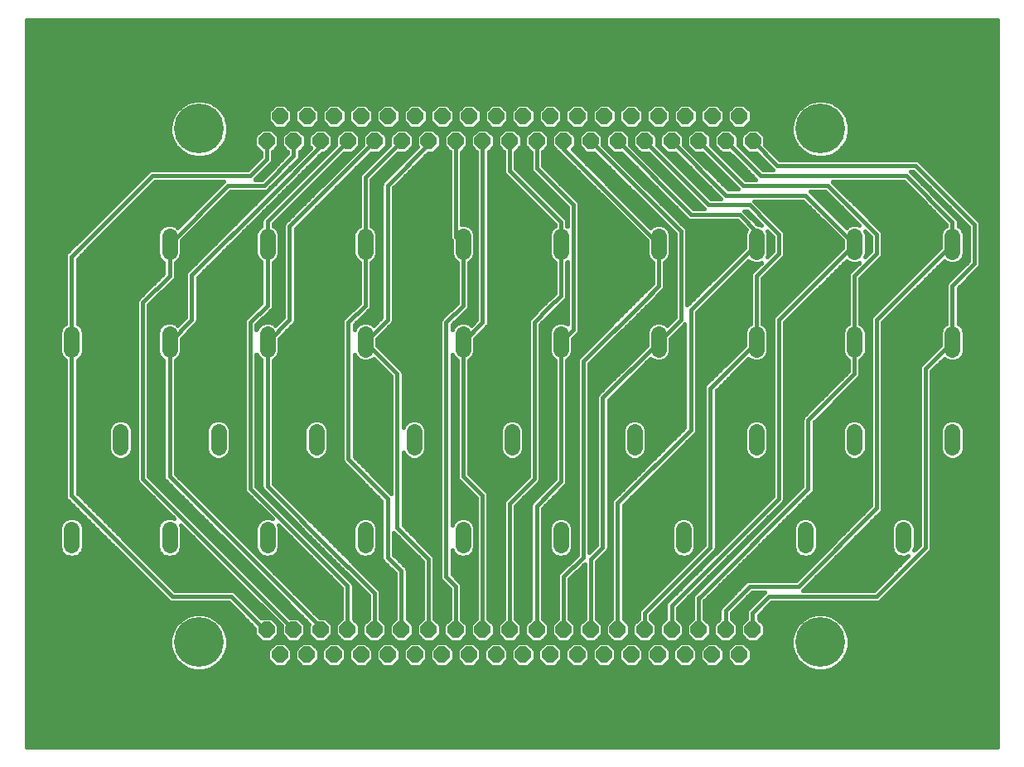
<source format=gtl>
G75*
%MOIN*%
%OFA0B0*%
%FSLAX25Y25*%
%IPPOS*%
%LPD*%
%AMOC8*
5,1,8,0,0,1.08239X$1,22.5*
%
%ADD10C,0.06337*%
%ADD11OC8,0.06400*%
%ADD12C,0.20000*%
%ADD13C,0.01600*%
D10*
X0499721Y0109309D02*
X0499721Y0115646D01*
X0539091Y0115646D02*
X0539091Y0109309D01*
X0578461Y0109309D02*
X0578461Y0115646D01*
X0617831Y0115646D02*
X0617831Y0109309D01*
X0657201Y0109309D02*
X0657201Y0115646D01*
X0696572Y0115646D02*
X0696572Y0109309D01*
X0745942Y0109309D02*
X0745942Y0115646D01*
X0794997Y0115646D02*
X0794997Y0109309D01*
X0834367Y0109309D02*
X0834367Y0115646D01*
X0854052Y0148679D02*
X0854052Y0155016D01*
X0814682Y0155016D02*
X0814682Y0148679D01*
X0775312Y0148679D02*
X0775312Y0155016D01*
X0726257Y0155016D02*
X0726257Y0148679D01*
X0676886Y0148679D02*
X0676886Y0155016D01*
X0637516Y0155016D02*
X0637516Y0148679D01*
X0598146Y0148679D02*
X0598146Y0155016D01*
X0558776Y0155016D02*
X0558776Y0148679D01*
X0519406Y0148679D02*
X0519406Y0155016D01*
X0499721Y0188049D02*
X0499721Y0194386D01*
X0539091Y0194386D02*
X0539091Y0188049D01*
X0578461Y0188049D02*
X0578461Y0194386D01*
X0617831Y0194386D02*
X0617831Y0188049D01*
X0657201Y0188049D02*
X0657201Y0194386D01*
X0696572Y0194386D02*
X0696572Y0188049D01*
X0735942Y0188049D02*
X0735942Y0194386D01*
X0775312Y0194386D02*
X0775312Y0188049D01*
X0814682Y0188049D02*
X0814682Y0194386D01*
X0854052Y0194386D02*
X0854052Y0188049D01*
X0854052Y0227419D02*
X0854052Y0233756D01*
X0814682Y0233756D02*
X0814682Y0227419D01*
X0775312Y0227419D02*
X0775312Y0233756D01*
X0735942Y0233756D02*
X0735942Y0227419D01*
X0696572Y0227419D02*
X0696572Y0233756D01*
X0657201Y0233756D02*
X0657201Y0227419D01*
X0617831Y0227419D02*
X0617831Y0233756D01*
X0578461Y0233756D02*
X0578461Y0227419D01*
X0539091Y0227419D02*
X0539091Y0233756D01*
D11*
X0578181Y0271965D03*
X0589081Y0271965D03*
X0599881Y0271965D03*
X0610781Y0271965D03*
X0621681Y0271965D03*
X0632481Y0271965D03*
X0643381Y0271965D03*
X0654281Y0271965D03*
X0665081Y0271965D03*
X0675981Y0271965D03*
X0686881Y0271965D03*
X0697681Y0271965D03*
X0708581Y0271965D03*
X0719481Y0271965D03*
X0730381Y0271965D03*
X0741181Y0271965D03*
X0752081Y0271965D03*
X0762981Y0271965D03*
X0773781Y0271965D03*
X0768381Y0281965D03*
X0757481Y0281965D03*
X0746681Y0281965D03*
X0735781Y0281965D03*
X0724881Y0281965D03*
X0714081Y0281965D03*
X0703181Y0281965D03*
X0692281Y0281965D03*
X0681381Y0281965D03*
X0670581Y0281965D03*
X0659681Y0281965D03*
X0648781Y0281965D03*
X0637981Y0281965D03*
X0627081Y0281965D03*
X0616181Y0281965D03*
X0605381Y0281965D03*
X0594481Y0281965D03*
X0583581Y0281965D03*
X0588902Y0075300D03*
X0599802Y0075300D03*
X0610702Y0075300D03*
X0621502Y0075300D03*
X0632402Y0075300D03*
X0643302Y0075300D03*
X0654202Y0075300D03*
X0665002Y0075300D03*
X0675902Y0075300D03*
X0686802Y0075300D03*
X0697602Y0075300D03*
X0708502Y0075300D03*
X0719402Y0075300D03*
X0730202Y0075300D03*
X0741102Y0075300D03*
X0752002Y0075300D03*
X0762802Y0075300D03*
X0773702Y0075300D03*
X0768302Y0065300D03*
X0757402Y0065300D03*
X0746502Y0065300D03*
X0735702Y0065300D03*
X0724802Y0065300D03*
X0713902Y0065300D03*
X0703102Y0065300D03*
X0692202Y0065300D03*
X0681302Y0065300D03*
X0670502Y0065300D03*
X0659602Y0065300D03*
X0648702Y0065300D03*
X0637902Y0065300D03*
X0627002Y0065300D03*
X0616102Y0065300D03*
X0605202Y0065300D03*
X0594402Y0065300D03*
X0583502Y0065300D03*
X0578102Y0075300D03*
D12*
X0550902Y0070300D03*
X0800902Y0070300D03*
X0800981Y0276965D03*
X0550981Y0276965D03*
D13*
X0481531Y0028263D02*
X0860543Y0028263D01*
X0872400Y0028263D01*
X0872400Y0320707D01*
X0481531Y0320707D01*
X0481531Y0028263D01*
X0481531Y0029502D02*
X0872400Y0029502D01*
X0872400Y0031100D02*
X0481531Y0031100D01*
X0481531Y0032699D02*
X0872400Y0032699D01*
X0872400Y0034297D02*
X0481531Y0034297D01*
X0481531Y0035896D02*
X0872400Y0035896D01*
X0872400Y0037494D02*
X0481531Y0037494D01*
X0481531Y0039093D02*
X0872400Y0039093D01*
X0872400Y0040691D02*
X0481531Y0040691D01*
X0481531Y0042290D02*
X0872400Y0042290D01*
X0872400Y0043888D02*
X0481531Y0043888D01*
X0481531Y0045487D02*
X0872400Y0045487D01*
X0872400Y0047085D02*
X0481531Y0047085D01*
X0481531Y0048684D02*
X0872400Y0048684D01*
X0872400Y0050283D02*
X0481531Y0050283D01*
X0481531Y0051881D02*
X0872400Y0051881D01*
X0872400Y0053480D02*
X0481531Y0053480D01*
X0481531Y0055078D02*
X0872400Y0055078D01*
X0872400Y0056677D02*
X0481531Y0056677D01*
X0481531Y0058275D02*
X0872400Y0058275D01*
X0872400Y0059874D02*
X0806043Y0059874D01*
X0805380Y0059491D02*
X0808025Y0061018D01*
X0810185Y0063177D01*
X0811712Y0065823D01*
X0812502Y0068773D01*
X0812502Y0071827D01*
X0811712Y0074777D01*
X0810185Y0077423D01*
X0808025Y0079582D01*
X0805380Y0081109D01*
X0802429Y0081900D01*
X0799375Y0081900D01*
X0796425Y0081109D01*
X0793780Y0079582D01*
X0791620Y0077423D01*
X0790093Y0074777D01*
X0789302Y0071827D01*
X0789302Y0068773D01*
X0790093Y0065823D01*
X0791620Y0063177D01*
X0793780Y0061018D01*
X0796425Y0059491D01*
X0799375Y0058700D01*
X0802429Y0058700D01*
X0805380Y0059491D01*
X0808479Y0061472D02*
X0872400Y0061472D01*
X0872400Y0063071D02*
X0810078Y0063071D01*
X0811046Y0064669D02*
X0872400Y0064669D01*
X0872400Y0066268D02*
X0811831Y0066268D01*
X0812259Y0067866D02*
X0872400Y0067866D01*
X0872400Y0069465D02*
X0812502Y0069465D01*
X0812502Y0071063D02*
X0872400Y0071063D01*
X0872400Y0072662D02*
X0812279Y0072662D01*
X0811850Y0074260D02*
X0872400Y0074260D01*
X0872400Y0075859D02*
X0811087Y0075859D01*
X0810150Y0077457D02*
X0872400Y0077457D01*
X0872400Y0079056D02*
X0808551Y0079056D01*
X0806168Y0080654D02*
X0872400Y0080654D01*
X0872400Y0082253D02*
X0777103Y0082253D01*
X0776102Y0081252D02*
X0781306Y0086455D01*
X0824096Y0086455D01*
X0824978Y0086820D01*
X0844663Y0106506D01*
X0845338Y0107181D01*
X0845704Y0108063D01*
X0845704Y0179475D01*
X0850793Y0184564D01*
X0851351Y0184006D01*
X0853103Y0183280D01*
X0855000Y0183280D01*
X0856753Y0184006D01*
X0858094Y0185348D01*
X0858820Y0187100D01*
X0858820Y0195334D01*
X0858094Y0197087D01*
X0856753Y0198428D01*
X0856452Y0198553D01*
X0856452Y0212782D01*
X0864348Y0220679D01*
X0865023Y0221354D01*
X0865389Y0222236D01*
X0865389Y0238939D01*
X0865023Y0239821D01*
X0864348Y0240496D01*
X0840726Y0264118D01*
X0839844Y0264483D01*
X0784657Y0264483D01*
X0778581Y0270559D01*
X0778581Y0273954D01*
X0775769Y0276765D01*
X0771793Y0276765D01*
X0768981Y0273954D01*
X0768981Y0269977D01*
X0771793Y0267165D01*
X0775187Y0267165D01*
X0781628Y0260724D01*
X0781806Y0260546D01*
X0777794Y0260546D01*
X0770285Y0268055D01*
X0767781Y0270559D01*
X0767781Y0273954D01*
X0764969Y0276765D01*
X0760993Y0276765D01*
X0758181Y0273954D01*
X0758181Y0269977D01*
X0760993Y0267165D01*
X0764387Y0267165D01*
X0766891Y0264661D01*
X0774943Y0256609D01*
X0770831Y0256609D01*
X0756881Y0270559D01*
X0756881Y0273954D01*
X0754069Y0276765D01*
X0750093Y0276765D01*
X0747281Y0273954D01*
X0747281Y0269977D01*
X0750093Y0267165D01*
X0753487Y0267165D01*
X0767802Y0252850D01*
X0767980Y0252672D01*
X0763868Y0252672D01*
X0745981Y0270559D01*
X0745981Y0273954D01*
X0743169Y0276765D01*
X0739193Y0276765D01*
X0736381Y0273954D01*
X0736381Y0269977D01*
X0739193Y0267165D01*
X0742587Y0267165D01*
X0761017Y0248735D01*
X0757005Y0248735D01*
X0735181Y0270559D01*
X0735181Y0273954D01*
X0732369Y0276765D01*
X0728393Y0276765D01*
X0725581Y0273954D01*
X0725581Y0269977D01*
X0728393Y0267165D01*
X0731787Y0267165D01*
X0753976Y0244976D01*
X0754154Y0244798D01*
X0750042Y0244798D01*
X0724281Y0270559D01*
X0724281Y0273954D01*
X0721469Y0276765D01*
X0717493Y0276765D01*
X0714681Y0273954D01*
X0714681Y0269977D01*
X0717493Y0267165D01*
X0720887Y0267165D01*
X0747013Y0241039D01*
X0747688Y0240364D01*
X0748570Y0239998D01*
X0767507Y0239998D01*
X0771204Y0236301D01*
X0770543Y0234704D01*
X0770543Y0229213D01*
X0747279Y0205948D01*
X0747279Y0236145D01*
X0746913Y0237027D01*
X0746238Y0237702D01*
X0713381Y0270559D01*
X0713381Y0273954D01*
X0710569Y0276765D01*
X0706593Y0276765D01*
X0703781Y0273954D01*
X0703781Y0269977D01*
X0706593Y0267165D01*
X0709987Y0267165D01*
X0742479Y0234674D01*
X0742479Y0201148D01*
X0739201Y0197870D01*
X0738643Y0198428D01*
X0736890Y0199154D01*
X0734993Y0199154D01*
X0733240Y0198428D01*
X0731899Y0197087D01*
X0731173Y0195334D01*
X0731173Y0189843D01*
X0711348Y0170018D01*
X0710983Y0169136D01*
X0710983Y0109534D01*
X0707909Y0106460D01*
X0707909Y0182349D01*
X0732459Y0206899D01*
X0737976Y0212417D01*
X0738342Y0213299D01*
X0738342Y0223252D01*
X0738643Y0223376D01*
X0739984Y0224718D01*
X0740710Y0226470D01*
X0740710Y0234704D01*
X0739984Y0236457D01*
X0738643Y0237798D01*
X0736890Y0238524D01*
X0734993Y0238524D01*
X0733240Y0237798D01*
X0732683Y0237241D01*
X0701213Y0268710D01*
X0702481Y0269977D01*
X0702481Y0273954D01*
X0699669Y0276765D01*
X0695693Y0276765D01*
X0692881Y0273954D01*
X0692881Y0269977D01*
X0695693Y0267165D01*
X0695970Y0267165D01*
X0731173Y0231962D01*
X0731173Y0226470D01*
X0731899Y0224718D01*
X0733240Y0223376D01*
X0733542Y0223252D01*
X0733542Y0214770D01*
X0729064Y0210293D01*
X0703474Y0184703D01*
X0703109Y0183821D01*
X0703109Y0105597D01*
X0695568Y0098056D01*
X0695202Y0097174D01*
X0695202Y0079688D01*
X0692802Y0077288D01*
X0692802Y0073312D01*
X0695614Y0070500D01*
X0699590Y0070500D01*
X0702402Y0073312D01*
X0702402Y0077288D01*
X0700002Y0079688D01*
X0700002Y0095703D01*
X0706102Y0101803D01*
X0706102Y0079688D01*
X0703702Y0077288D01*
X0703702Y0073312D01*
X0706514Y0070500D01*
X0710490Y0070500D01*
X0713302Y0073312D01*
X0713302Y0077288D01*
X0710902Y0079688D01*
X0710902Y0102666D01*
X0714742Y0106506D01*
X0715417Y0107181D01*
X0715783Y0108063D01*
X0715783Y0167664D01*
X0732683Y0184564D01*
X0733240Y0184006D01*
X0734993Y0183280D01*
X0736890Y0183280D01*
X0738643Y0184006D01*
X0739984Y0185348D01*
X0740710Y0187100D01*
X0740710Y0192592D01*
X0746238Y0198120D01*
X0746416Y0198297D01*
X0746416Y0156778D01*
X0717368Y0127730D01*
X0717002Y0126848D01*
X0717002Y0079688D01*
X0714602Y0077288D01*
X0714602Y0073312D01*
X0717414Y0070500D01*
X0721390Y0070500D01*
X0724202Y0073312D01*
X0724202Y0077288D01*
X0721802Y0079688D01*
X0721802Y0125377D01*
X0750175Y0153750D01*
X0750850Y0154425D01*
X0751216Y0155307D01*
X0751216Y0203097D01*
X0772053Y0223934D01*
X0772611Y0223376D01*
X0774363Y0222650D01*
X0776260Y0222650D01*
X0777275Y0223071D01*
X0773277Y0219073D01*
X0772912Y0218191D01*
X0772912Y0198553D01*
X0772611Y0198428D01*
X0771269Y0197087D01*
X0770543Y0195334D01*
X0770543Y0189843D01*
X0754655Y0173955D01*
X0754290Y0173073D01*
X0754290Y0109534D01*
X0728168Y0083412D01*
X0727802Y0082530D01*
X0727802Y0079688D01*
X0725402Y0077288D01*
X0725402Y0073312D01*
X0728214Y0070500D01*
X0732190Y0070500D01*
X0735002Y0073312D01*
X0735002Y0077288D01*
X0732602Y0079688D01*
X0732602Y0081059D01*
X0758049Y0106506D01*
X0758724Y0107181D01*
X0759090Y0108063D01*
X0759090Y0171601D01*
X0772053Y0184564D01*
X0772611Y0184006D01*
X0774363Y0183280D01*
X0776260Y0183280D01*
X0778013Y0184006D01*
X0779354Y0185348D01*
X0780080Y0187100D01*
X0780080Y0195334D01*
X0779354Y0197087D01*
X0778013Y0198428D01*
X0777712Y0198553D01*
X0777712Y0216719D01*
X0785608Y0224616D01*
X0786283Y0225291D01*
X0786649Y0226173D01*
X0786649Y0235002D01*
X0786283Y0235884D01*
X0782346Y0239821D01*
X0774295Y0247872D01*
X0794003Y0247872D01*
X0809913Y0231962D01*
X0809913Y0229213D01*
X0782214Y0201514D01*
X0781849Y0200632D01*
X0781849Y0129219D01*
X0739068Y0086438D01*
X0738702Y0085556D01*
X0738702Y0079688D01*
X0736302Y0077288D01*
X0736302Y0073312D01*
X0739114Y0070500D01*
X0743090Y0070500D01*
X0745902Y0073312D01*
X0745902Y0077288D01*
X0743502Y0079688D01*
X0743502Y0084085D01*
X0785608Y0126191D01*
X0786283Y0126866D01*
X0786649Y0127748D01*
X0786649Y0199160D01*
X0811423Y0223934D01*
X0811981Y0223376D01*
X0813733Y0222650D01*
X0815630Y0222650D01*
X0816645Y0223071D01*
X0812647Y0219073D01*
X0812282Y0218191D01*
X0812282Y0198553D01*
X0811981Y0198428D01*
X0810639Y0197087D01*
X0809913Y0195334D01*
X0809913Y0187100D01*
X0810639Y0185348D01*
X0811981Y0184006D01*
X0812282Y0183882D01*
X0812282Y0179337D01*
X0794700Y0161756D01*
X0794025Y0161081D01*
X0793660Y0160199D01*
X0793660Y0133156D01*
X0751393Y0090890D01*
X0749968Y0089464D01*
X0749602Y0088582D01*
X0749602Y0079688D01*
X0747202Y0077288D01*
X0747202Y0073312D01*
X0750014Y0070500D01*
X0753990Y0070500D01*
X0756802Y0073312D01*
X0756802Y0077288D01*
X0754402Y0079688D01*
X0754402Y0087111D01*
X0754787Y0087496D01*
X0798094Y0130803D01*
X0798460Y0131685D01*
X0798460Y0158727D01*
X0816716Y0176984D01*
X0817082Y0177866D01*
X0817082Y0183882D01*
X0817383Y0184006D01*
X0818724Y0185348D01*
X0819450Y0187100D01*
X0819450Y0195334D01*
X0818724Y0197087D01*
X0817383Y0198428D01*
X0817082Y0198553D01*
X0817082Y0216719D01*
X0824978Y0224616D01*
X0825653Y0225291D01*
X0826019Y0226173D01*
X0826019Y0235002D01*
X0825653Y0235884D01*
X0817779Y0243758D01*
X0805968Y0255569D01*
X0805791Y0255746D01*
X0834436Y0255746D01*
X0851652Y0238530D01*
X0851652Y0237923D01*
X0851351Y0237798D01*
X0850009Y0236457D01*
X0849283Y0234704D01*
X0849283Y0229213D01*
X0821584Y0201514D01*
X0821219Y0200632D01*
X0821219Y0125282D01*
X0791129Y0095192D01*
X0771960Y0095192D01*
X0771078Y0094827D01*
X0770403Y0094152D01*
X0760768Y0084516D01*
X0760402Y0083634D01*
X0760402Y0079688D01*
X0758002Y0077288D01*
X0758002Y0073312D01*
X0760814Y0070500D01*
X0764790Y0070500D01*
X0767602Y0073312D01*
X0767602Y0077288D01*
X0765202Y0079688D01*
X0765202Y0082163D01*
X0773432Y0090392D01*
X0778455Y0090392D01*
X0778277Y0090215D01*
X0771668Y0083605D01*
X0771302Y0082723D01*
X0771302Y0079688D01*
X0768902Y0077288D01*
X0768902Y0073312D01*
X0771714Y0070500D01*
X0775690Y0070500D01*
X0778502Y0073312D01*
X0778502Y0077288D01*
X0776102Y0079688D01*
X0776102Y0081252D01*
X0776102Y0080654D02*
X0795636Y0080654D01*
X0793253Y0079056D02*
X0776735Y0079056D01*
X0778333Y0077457D02*
X0791655Y0077457D01*
X0790717Y0075859D02*
X0778502Y0075859D01*
X0778502Y0074260D02*
X0789954Y0074260D01*
X0789526Y0072662D02*
X0777852Y0072662D01*
X0776254Y0071063D02*
X0789302Y0071063D01*
X0789302Y0069465D02*
X0770926Y0069465D01*
X0770290Y0070100D02*
X0766314Y0070100D01*
X0763502Y0067288D01*
X0763502Y0063312D01*
X0766314Y0060500D01*
X0770290Y0060500D01*
X0773102Y0063312D01*
X0773102Y0067288D01*
X0770290Y0070100D01*
X0771151Y0071063D02*
X0765354Y0071063D01*
X0765679Y0069465D02*
X0760026Y0069465D01*
X0759390Y0070100D02*
X0755414Y0070100D01*
X0752602Y0067288D01*
X0752602Y0063312D01*
X0755414Y0060500D01*
X0759390Y0060500D01*
X0762202Y0063312D01*
X0762202Y0067288D01*
X0759390Y0070100D01*
X0760251Y0071063D02*
X0754554Y0071063D01*
X0754779Y0069465D02*
X0749126Y0069465D01*
X0748490Y0070100D02*
X0744514Y0070100D01*
X0741702Y0067288D01*
X0741702Y0063312D01*
X0744514Y0060500D01*
X0748490Y0060500D01*
X0751302Y0063312D01*
X0751302Y0067288D01*
X0748490Y0070100D01*
X0749451Y0071063D02*
X0743654Y0071063D01*
X0743879Y0069465D02*
X0738326Y0069465D01*
X0737690Y0070100D02*
X0733714Y0070100D01*
X0730902Y0067288D01*
X0730902Y0063312D01*
X0733714Y0060500D01*
X0737690Y0060500D01*
X0740502Y0063312D01*
X0740502Y0067288D01*
X0737690Y0070100D01*
X0738551Y0071063D02*
X0732754Y0071063D01*
X0733079Y0069465D02*
X0727426Y0069465D01*
X0726790Y0070100D02*
X0722814Y0070100D01*
X0720002Y0067288D01*
X0720002Y0063312D01*
X0722814Y0060500D01*
X0726790Y0060500D01*
X0729602Y0063312D01*
X0729602Y0067288D01*
X0726790Y0070100D01*
X0727651Y0071063D02*
X0721954Y0071063D01*
X0722179Y0069465D02*
X0716526Y0069465D01*
X0715890Y0070100D02*
X0711914Y0070100D01*
X0709102Y0067288D01*
X0709102Y0063312D01*
X0711914Y0060500D01*
X0715890Y0060500D01*
X0718702Y0063312D01*
X0718702Y0067288D01*
X0715890Y0070100D01*
X0716851Y0071063D02*
X0711054Y0071063D01*
X0711279Y0069465D02*
X0705726Y0069465D01*
X0705090Y0070100D02*
X0701114Y0070100D01*
X0698302Y0067288D01*
X0698302Y0063312D01*
X0701114Y0060500D01*
X0705090Y0060500D01*
X0707902Y0063312D01*
X0707902Y0067288D01*
X0705090Y0070100D01*
X0705951Y0071063D02*
X0700154Y0071063D01*
X0700479Y0069465D02*
X0694826Y0069465D01*
X0694190Y0070100D02*
X0690214Y0070100D01*
X0687402Y0067288D01*
X0687402Y0063312D01*
X0690214Y0060500D01*
X0694190Y0060500D01*
X0697002Y0063312D01*
X0697002Y0067288D01*
X0694190Y0070100D01*
X0695051Y0071063D02*
X0689354Y0071063D01*
X0688790Y0070500D02*
X0691602Y0073312D01*
X0691602Y0077288D01*
X0689202Y0079688D01*
X0689202Y0124273D01*
X0691120Y0126191D01*
X0693764Y0128834D01*
X0698606Y0133677D01*
X0698972Y0134559D01*
X0698972Y0183882D01*
X0699273Y0184006D01*
X0700614Y0185348D01*
X0701340Y0187100D01*
X0701340Y0192592D01*
X0702931Y0194183D01*
X0703606Y0194858D01*
X0703972Y0195740D01*
X0703972Y0246813D01*
X0703606Y0247695D01*
X0689281Y0262020D01*
X0689281Y0267577D01*
X0691681Y0269977D01*
X0691681Y0273954D01*
X0688869Y0276765D01*
X0684893Y0276765D01*
X0682081Y0273954D01*
X0682081Y0269977D01*
X0684481Y0267577D01*
X0684481Y0260549D01*
X0684846Y0259666D01*
X0685521Y0258991D01*
X0699172Y0245341D01*
X0699172Y0237840D01*
X0698972Y0237923D01*
X0698972Y0240002D01*
X0698606Y0240884D01*
X0679984Y0259506D01*
X0678381Y0261109D01*
X0678381Y0267577D01*
X0680781Y0269977D01*
X0680781Y0273954D01*
X0677969Y0276765D01*
X0673993Y0276765D01*
X0671181Y0273954D01*
X0671181Y0269977D01*
X0673581Y0267577D01*
X0673581Y0259638D01*
X0673946Y0258755D01*
X0674621Y0258080D01*
X0676590Y0256112D01*
X0694172Y0238530D01*
X0694172Y0237923D01*
X0693870Y0237798D01*
X0692529Y0236457D01*
X0691803Y0234704D01*
X0691803Y0226470D01*
X0692529Y0224718D01*
X0693870Y0223376D01*
X0694172Y0223252D01*
X0694172Y0210833D01*
X0689694Y0206356D01*
X0683789Y0200451D01*
X0683423Y0199569D01*
X0683423Y0137093D01*
X0673868Y0127537D01*
X0673502Y0126655D01*
X0673502Y0079688D01*
X0671102Y0077288D01*
X0671102Y0073312D01*
X0673914Y0070500D01*
X0677890Y0070500D01*
X0680702Y0073312D01*
X0680702Y0077288D01*
X0678302Y0079688D01*
X0678302Y0125184D01*
X0687183Y0134065D01*
X0687858Y0134740D01*
X0688223Y0135622D01*
X0688223Y0198097D01*
X0693088Y0202962D01*
X0698606Y0208480D01*
X0698972Y0209362D01*
X0698972Y0223252D01*
X0699172Y0223334D01*
X0699172Y0198470D01*
X0697520Y0199154D01*
X0695623Y0199154D01*
X0693870Y0198428D01*
X0692529Y0197087D01*
X0691803Y0195334D01*
X0691803Y0187100D01*
X0692529Y0185348D01*
X0693870Y0184006D01*
X0694172Y0183882D01*
X0694172Y0136030D01*
X0690370Y0132228D01*
X0687726Y0129585D01*
X0687726Y0129585D01*
X0685443Y0127302D01*
X0684768Y0126626D01*
X0684402Y0125744D01*
X0684402Y0079688D01*
X0682002Y0077288D01*
X0682002Y0073312D01*
X0684814Y0070500D01*
X0688790Y0070500D01*
X0689579Y0069465D02*
X0683926Y0069465D01*
X0683290Y0070100D02*
X0686102Y0067288D01*
X0686102Y0063312D01*
X0683290Y0060500D01*
X0679314Y0060500D01*
X0676502Y0063312D01*
X0676502Y0067288D01*
X0679314Y0070100D01*
X0683290Y0070100D01*
X0684251Y0071063D02*
X0678454Y0071063D01*
X0678679Y0069465D02*
X0673126Y0069465D01*
X0672490Y0070100D02*
X0668514Y0070100D01*
X0665702Y0067288D01*
X0665702Y0063312D01*
X0668514Y0060500D01*
X0672490Y0060500D01*
X0675302Y0063312D01*
X0675302Y0067288D01*
X0672490Y0070100D01*
X0673351Y0071063D02*
X0667554Y0071063D01*
X0666990Y0070500D02*
X0669802Y0073312D01*
X0669802Y0077288D01*
X0667402Y0079688D01*
X0667402Y0129839D01*
X0667037Y0130721D01*
X0664236Y0133522D01*
X0659601Y0138156D01*
X0659601Y0183882D01*
X0659903Y0184006D01*
X0661244Y0185348D01*
X0661970Y0187100D01*
X0661970Y0192592D01*
X0666440Y0197062D01*
X0667116Y0197737D01*
X0667481Y0198619D01*
X0667481Y0267577D01*
X0669881Y0269977D01*
X0669881Y0273954D01*
X0667069Y0276765D01*
X0663093Y0276765D01*
X0660281Y0273954D01*
X0660281Y0269977D01*
X0662681Y0267577D01*
X0662681Y0200091D01*
X0660460Y0197870D01*
X0659903Y0198428D01*
X0658150Y0199154D01*
X0656253Y0199154D01*
X0654500Y0198428D01*
X0653159Y0197087D01*
X0652790Y0196197D01*
X0652790Y0198097D01*
X0659236Y0204543D01*
X0659601Y0205425D01*
X0659601Y0223252D01*
X0659903Y0223376D01*
X0661244Y0224718D01*
X0661970Y0226470D01*
X0661970Y0234704D01*
X0661244Y0236457D01*
X0659903Y0237798D01*
X0658150Y0238524D01*
X0656681Y0238524D01*
X0656681Y0267577D01*
X0659081Y0269977D01*
X0659081Y0273954D01*
X0656269Y0276765D01*
X0652293Y0276765D01*
X0649481Y0273954D01*
X0649481Y0269977D01*
X0651881Y0267577D01*
X0651881Y0233030D01*
X0652246Y0232148D01*
X0652433Y0231962D01*
X0652433Y0226470D01*
X0653159Y0224718D01*
X0654500Y0223376D01*
X0654801Y0223252D01*
X0654801Y0206896D01*
X0649031Y0201126D01*
X0648356Y0200451D01*
X0647990Y0199569D01*
X0647990Y0096252D01*
X0648356Y0095370D01*
X0651927Y0091798D01*
X0651927Y0079813D01*
X0649402Y0077288D01*
X0649402Y0073312D01*
X0652214Y0070500D01*
X0656190Y0070500D01*
X0659002Y0073312D01*
X0659002Y0077288D01*
X0656727Y0079563D01*
X0656727Y0093270D01*
X0656362Y0094152D01*
X0655687Y0094827D01*
X0652790Y0097723D01*
X0652790Y0107497D01*
X0653159Y0106608D01*
X0654500Y0105266D01*
X0656253Y0104540D01*
X0658150Y0104540D01*
X0659903Y0105266D01*
X0661244Y0106608D01*
X0661970Y0108360D01*
X0661970Y0116594D01*
X0661244Y0118347D01*
X0659903Y0119688D01*
X0658150Y0120414D01*
X0656253Y0120414D01*
X0654500Y0119688D01*
X0653159Y0118347D01*
X0652790Y0117457D01*
X0652790Y0186237D01*
X0653159Y0185348D01*
X0654500Y0184006D01*
X0654801Y0183882D01*
X0654801Y0136685D01*
X0655167Y0135803D01*
X0660842Y0130128D01*
X0662602Y0128367D01*
X0662602Y0079688D01*
X0660202Y0077288D01*
X0660202Y0073312D01*
X0663014Y0070500D01*
X0666990Y0070500D01*
X0667879Y0069465D02*
X0662226Y0069465D01*
X0661590Y0070100D02*
X0657614Y0070100D01*
X0654802Y0067288D01*
X0654802Y0063312D01*
X0657614Y0060500D01*
X0661590Y0060500D01*
X0664402Y0063312D01*
X0664402Y0067288D01*
X0661590Y0070100D01*
X0662451Y0071063D02*
X0656754Y0071063D01*
X0656979Y0069465D02*
X0651326Y0069465D01*
X0650690Y0070100D02*
X0646714Y0070100D01*
X0643902Y0067288D01*
X0643902Y0063312D01*
X0646714Y0060500D01*
X0650690Y0060500D01*
X0653502Y0063312D01*
X0653502Y0067288D01*
X0650690Y0070100D01*
X0651651Y0071063D02*
X0645854Y0071063D01*
X0645290Y0070500D02*
X0648102Y0073312D01*
X0648102Y0077288D01*
X0645702Y0079688D01*
X0645702Y0104295D01*
X0645337Y0105177D01*
X0633105Y0117408D01*
X0633105Y0146867D01*
X0633474Y0145978D01*
X0634815Y0144636D01*
X0636568Y0143910D01*
X0638465Y0143910D01*
X0640218Y0144636D01*
X0641559Y0145978D01*
X0642285Y0147730D01*
X0642285Y0155964D01*
X0641559Y0157717D01*
X0640218Y0159058D01*
X0638465Y0159784D01*
X0636568Y0159784D01*
X0634815Y0159058D01*
X0633474Y0157717D01*
X0633105Y0156827D01*
X0633105Y0178821D01*
X0632740Y0179703D01*
X0622600Y0189843D01*
X0622600Y0192592D01*
X0628128Y0198120D01*
X0628803Y0198795D01*
X0629168Y0199677D01*
X0629168Y0253215D01*
X0643118Y0267165D01*
X0645369Y0267165D01*
X0648181Y0269977D01*
X0648181Y0273954D01*
X0645369Y0276765D01*
X0641393Y0276765D01*
X0638581Y0273954D01*
X0638581Y0269977D01*
X0638861Y0269697D01*
X0624734Y0255569D01*
X0624368Y0254687D01*
X0624368Y0201148D01*
X0621090Y0197870D01*
X0620532Y0198428D01*
X0618780Y0199154D01*
X0616883Y0199154D01*
X0615130Y0198428D01*
X0613789Y0197087D01*
X0613420Y0196197D01*
X0613420Y0198097D01*
X0619866Y0204543D01*
X0620231Y0205425D01*
X0620231Y0223252D01*
X0620532Y0223376D01*
X0621874Y0224718D01*
X0622600Y0226470D01*
X0622600Y0234704D01*
X0621874Y0236457D01*
X0620532Y0237798D01*
X0620231Y0237923D01*
X0620231Y0256322D01*
X0631075Y0267165D01*
X0634469Y0267165D01*
X0637281Y0269977D01*
X0637281Y0273954D01*
X0634469Y0276765D01*
X0630493Y0276765D01*
X0627681Y0273954D01*
X0627681Y0270559D01*
X0615797Y0258675D01*
X0615431Y0257793D01*
X0615431Y0237923D01*
X0615130Y0237798D01*
X0613789Y0236457D01*
X0613063Y0234704D01*
X0613063Y0226470D01*
X0613789Y0224718D01*
X0615130Y0223376D01*
X0615431Y0223252D01*
X0615431Y0206896D01*
X0609661Y0201126D01*
X0608986Y0200451D01*
X0608620Y0199569D01*
X0608620Y0143496D01*
X0608986Y0142614D01*
X0624368Y0127231D01*
X0624368Y0104126D01*
X0624734Y0103244D01*
X0626702Y0101275D01*
X0630002Y0097975D01*
X0630002Y0079688D01*
X0627602Y0077288D01*
X0627602Y0073312D01*
X0630414Y0070500D01*
X0634390Y0070500D01*
X0637202Y0073312D01*
X0637202Y0077288D01*
X0634802Y0079688D01*
X0634802Y0099447D01*
X0634437Y0100329D01*
X0630096Y0104669D01*
X0629168Y0105597D01*
X0629168Y0114557D01*
X0629346Y0114380D01*
X0640902Y0102823D01*
X0640902Y0079688D01*
X0638502Y0077288D01*
X0638502Y0073312D01*
X0641314Y0070500D01*
X0645290Y0070500D01*
X0646079Y0069465D02*
X0640526Y0069465D01*
X0639890Y0070100D02*
X0642702Y0067288D01*
X0642702Y0063312D01*
X0639890Y0060500D01*
X0635914Y0060500D01*
X0633102Y0063312D01*
X0633102Y0067288D01*
X0635914Y0070100D01*
X0639890Y0070100D01*
X0640751Y0071063D02*
X0634954Y0071063D01*
X0635279Y0069465D02*
X0629626Y0069465D01*
X0628990Y0070100D02*
X0625014Y0070100D01*
X0622202Y0067288D01*
X0622202Y0063312D01*
X0625014Y0060500D01*
X0628990Y0060500D01*
X0631802Y0063312D01*
X0631802Y0067288D01*
X0628990Y0070100D01*
X0629851Y0071063D02*
X0624054Y0071063D01*
X0623490Y0070500D02*
X0626302Y0073312D01*
X0626302Y0077288D01*
X0623902Y0079688D01*
X0623902Y0090662D01*
X0623537Y0091544D01*
X0616992Y0098089D01*
X0609118Y0105963D01*
X0580861Y0134219D01*
X0580861Y0183882D01*
X0581162Y0184006D01*
X0582504Y0185348D01*
X0583230Y0187100D01*
X0583230Y0192592D01*
X0588758Y0198120D01*
X0589433Y0198795D01*
X0589798Y0199677D01*
X0589798Y0236689D01*
X0620275Y0267165D01*
X0623669Y0267165D01*
X0626481Y0269977D01*
X0626481Y0273954D01*
X0623669Y0276765D01*
X0619693Y0276765D01*
X0616881Y0273954D01*
X0616881Y0270559D01*
X0586039Y0239717D01*
X0585364Y0239042D01*
X0584998Y0238160D01*
X0584998Y0201148D01*
X0581720Y0197870D01*
X0581162Y0198428D01*
X0579410Y0199154D01*
X0577513Y0199154D01*
X0575760Y0198428D01*
X0574419Y0197087D01*
X0574050Y0196197D01*
X0574050Y0198097D01*
X0579821Y0203868D01*
X0580496Y0204543D01*
X0580861Y0205425D01*
X0580861Y0223252D01*
X0581162Y0223376D01*
X0582504Y0224718D01*
X0583230Y0226470D01*
X0583230Y0234704D01*
X0582504Y0236457D01*
X0581162Y0237798D01*
X0580861Y0237923D01*
X0580861Y0238652D01*
X0586511Y0244301D01*
X0588309Y0246100D01*
X0609375Y0267165D01*
X0612769Y0267165D01*
X0615581Y0269977D01*
X0615581Y0273954D01*
X0612769Y0276765D01*
X0608793Y0276765D01*
X0605981Y0273954D01*
X0605981Y0270559D01*
X0584915Y0249494D01*
X0583116Y0247695D01*
X0576427Y0241005D01*
X0576061Y0240123D01*
X0576061Y0237923D01*
X0575760Y0237798D01*
X0574419Y0236457D01*
X0573693Y0234704D01*
X0573693Y0226470D01*
X0574419Y0224718D01*
X0575760Y0223376D01*
X0576061Y0223252D01*
X0576061Y0206896D01*
X0570291Y0201126D01*
X0570291Y0201126D01*
X0569616Y0200451D01*
X0569250Y0199569D01*
X0569250Y0131685D01*
X0569616Y0130803D01*
X0580425Y0119994D01*
X0579410Y0120414D01*
X0577513Y0120414D01*
X0575760Y0119688D01*
X0574419Y0118347D01*
X0573693Y0116594D01*
X0573693Y0108360D01*
X0574419Y0106608D01*
X0575760Y0105266D01*
X0577513Y0104540D01*
X0579410Y0104540D01*
X0581162Y0105266D01*
X0582504Y0106608D01*
X0583230Y0108360D01*
X0583230Y0116594D01*
X0582809Y0117609D01*
X0589301Y0111118D01*
X0589301Y0111118D01*
X0608302Y0092116D01*
X0608302Y0079688D01*
X0605902Y0077288D01*
X0605902Y0073312D01*
X0608714Y0070500D01*
X0612690Y0070500D01*
X0615502Y0073312D01*
X0615502Y0077288D01*
X0613102Y0079688D01*
X0613102Y0093588D01*
X0612737Y0094470D01*
X0592695Y0114512D01*
X0592695Y0114512D01*
X0574050Y0133156D01*
X0574050Y0186237D01*
X0574419Y0185348D01*
X0575760Y0184006D01*
X0576061Y0183882D01*
X0576061Y0132748D01*
X0576427Y0131866D01*
X0605724Y0102569D01*
X0613598Y0094695D01*
X0619102Y0089190D01*
X0619102Y0079688D01*
X0616702Y0077288D01*
X0616702Y0073312D01*
X0619514Y0070500D01*
X0623490Y0070500D01*
X0624379Y0069465D02*
X0618726Y0069465D01*
X0618090Y0070100D02*
X0614114Y0070100D01*
X0611302Y0067288D01*
X0611302Y0063312D01*
X0614114Y0060500D01*
X0618090Y0060500D01*
X0620902Y0063312D01*
X0620902Y0067288D01*
X0618090Y0070100D01*
X0618951Y0071063D02*
X0613254Y0071063D01*
X0613479Y0069465D02*
X0607826Y0069465D01*
X0607190Y0070100D02*
X0603214Y0070100D01*
X0600402Y0067288D01*
X0600402Y0063312D01*
X0603214Y0060500D01*
X0607190Y0060500D01*
X0610002Y0063312D01*
X0610002Y0067288D01*
X0607190Y0070100D01*
X0608151Y0071063D02*
X0602354Y0071063D01*
X0601790Y0070500D02*
X0604602Y0073312D01*
X0604602Y0077288D01*
X0601790Y0080100D01*
X0599548Y0080100D01*
X0581559Y0098089D01*
X0546126Y0133522D01*
X0541491Y0138156D01*
X0541491Y0183882D01*
X0541792Y0184006D01*
X0543134Y0185348D01*
X0543860Y0187100D01*
X0543860Y0192592D01*
X0549388Y0198120D01*
X0550063Y0198795D01*
X0550428Y0199677D01*
X0550428Y0217111D01*
X0582231Y0248913D01*
X0600483Y0267165D01*
X0601869Y0267165D01*
X0604681Y0269977D01*
X0604681Y0273954D01*
X0601869Y0276765D01*
X0597893Y0276765D01*
X0595081Y0273954D01*
X0595081Y0269977D01*
X0595794Y0269264D01*
X0578836Y0252307D01*
X0545994Y0219464D01*
X0545628Y0218582D01*
X0545628Y0201148D01*
X0542350Y0197870D01*
X0541792Y0198428D01*
X0540040Y0199154D01*
X0538143Y0199154D01*
X0536390Y0198428D01*
X0535049Y0197087D01*
X0534323Y0195334D01*
X0534323Y0187100D01*
X0535049Y0185348D01*
X0536390Y0184006D01*
X0536691Y0183882D01*
X0536691Y0136685D01*
X0537057Y0135803D01*
X0542732Y0130128D01*
X0578165Y0094695D01*
X0595287Y0077573D01*
X0595002Y0077288D01*
X0595002Y0073312D01*
X0597814Y0070500D01*
X0601790Y0070500D01*
X0602579Y0069465D02*
X0597026Y0069465D01*
X0596390Y0070100D02*
X0592414Y0070100D01*
X0589602Y0067288D01*
X0589602Y0063312D01*
X0592414Y0060500D01*
X0596390Y0060500D01*
X0599202Y0063312D01*
X0599202Y0067288D01*
X0596390Y0070100D01*
X0597251Y0071063D02*
X0591454Y0071063D01*
X0590890Y0070500D02*
X0593702Y0073312D01*
X0593702Y0077288D01*
X0590890Y0080100D01*
X0587736Y0080100D01*
X0571041Y0096795D01*
X0530743Y0137093D01*
X0530743Y0205971D01*
X0541126Y0216354D01*
X0541491Y0217236D01*
X0541491Y0223252D01*
X0541792Y0223376D01*
X0543134Y0224718D01*
X0543860Y0226470D01*
X0543860Y0231962D01*
X0563707Y0251809D01*
X0577747Y0251809D01*
X0578629Y0252175D01*
X0579305Y0252850D01*
X0591116Y0264661D01*
X0591481Y0265543D01*
X0591481Y0267577D01*
X0593881Y0269977D01*
X0593881Y0273954D01*
X0591069Y0276765D01*
X0587093Y0276765D01*
X0584281Y0273954D01*
X0584281Y0269977D01*
X0586681Y0267577D01*
X0586681Y0267015D01*
X0576276Y0256609D01*
X0573507Y0256609D01*
X0573685Y0256787D01*
X0580216Y0263318D01*
X0580581Y0264200D01*
X0580581Y0267577D01*
X0582981Y0269977D01*
X0582981Y0273954D01*
X0580169Y0276765D01*
X0576193Y0276765D01*
X0573381Y0273954D01*
X0573381Y0269977D01*
X0575781Y0267577D01*
X0575781Y0265671D01*
X0570656Y0260546D01*
X0531803Y0260546D01*
X0530921Y0260181D01*
X0507299Y0236559D01*
X0497687Y0226947D01*
X0497321Y0226065D01*
X0497321Y0198553D01*
X0497020Y0198428D01*
X0495679Y0197087D01*
X0494953Y0195334D01*
X0494953Y0187100D01*
X0495679Y0185348D01*
X0497020Y0184006D01*
X0497321Y0183882D01*
X0497321Y0128811D01*
X0497687Y0127929D01*
X0501393Y0124222D01*
X0534183Y0091433D01*
X0534183Y0091433D01*
X0538795Y0086820D01*
X0539677Y0086455D01*
X0562782Y0086455D01*
X0573302Y0075935D01*
X0573302Y0073312D01*
X0576114Y0070500D01*
X0580090Y0070500D01*
X0582902Y0073312D01*
X0582902Y0077288D01*
X0580090Y0080100D01*
X0576114Y0080100D01*
X0576020Y0080006D01*
X0565811Y0090215D01*
X0565136Y0090890D01*
X0564254Y0091255D01*
X0541148Y0091255D01*
X0537577Y0094827D01*
X0537577Y0094827D01*
X0504787Y0127616D01*
X0502121Y0130282D01*
X0502121Y0183882D01*
X0502422Y0184006D01*
X0503764Y0185348D01*
X0504490Y0187100D01*
X0504490Y0195334D01*
X0503764Y0197087D01*
X0502422Y0198428D01*
X0502121Y0198553D01*
X0502121Y0224593D01*
X0510693Y0233165D01*
X0533274Y0255746D01*
X0560856Y0255746D01*
X0560679Y0255569D01*
X0542350Y0237241D01*
X0541792Y0237798D01*
X0540040Y0238524D01*
X0538143Y0238524D01*
X0536390Y0237798D01*
X0535049Y0236457D01*
X0534323Y0234704D01*
X0534323Y0226470D01*
X0535049Y0224718D01*
X0536390Y0223376D01*
X0536691Y0223252D01*
X0536691Y0218707D01*
X0526984Y0209000D01*
X0526309Y0208325D01*
X0525943Y0207443D01*
X0525943Y0135622D01*
X0526309Y0134740D01*
X0541054Y0119994D01*
X0540040Y0120414D01*
X0538143Y0120414D01*
X0536390Y0119688D01*
X0535049Y0118347D01*
X0534323Y0116594D01*
X0534323Y0108360D01*
X0535049Y0106608D01*
X0536390Y0105266D01*
X0538143Y0104540D01*
X0540040Y0104540D01*
X0541792Y0105266D01*
X0543134Y0106608D01*
X0543860Y0108360D01*
X0543860Y0116594D01*
X0543439Y0117609D01*
X0567647Y0093401D01*
X0584102Y0076946D01*
X0584102Y0073312D01*
X0586914Y0070500D01*
X0590890Y0070500D01*
X0591779Y0069465D02*
X0586126Y0069465D01*
X0585490Y0070100D02*
X0581514Y0070100D01*
X0578702Y0067288D01*
X0578702Y0063312D01*
X0581514Y0060500D01*
X0585490Y0060500D01*
X0588302Y0063312D01*
X0588302Y0067288D01*
X0585490Y0070100D01*
X0586351Y0071063D02*
X0580654Y0071063D01*
X0580879Y0069465D02*
X0562502Y0069465D01*
X0562502Y0068773D02*
X0561712Y0065823D01*
X0560185Y0063177D01*
X0558025Y0061018D01*
X0555380Y0059491D01*
X0552429Y0058700D01*
X0549375Y0058700D01*
X0546425Y0059491D01*
X0543780Y0061018D01*
X0541620Y0063177D01*
X0540093Y0065823D01*
X0539302Y0068773D01*
X0539302Y0071827D01*
X0540093Y0074777D01*
X0541620Y0077423D01*
X0543780Y0079582D01*
X0546425Y0081109D01*
X0549375Y0081900D01*
X0552429Y0081900D01*
X0555380Y0081109D01*
X0558025Y0079582D01*
X0560185Y0077423D01*
X0561712Y0074777D01*
X0562502Y0071827D01*
X0562502Y0068773D01*
X0562259Y0067866D02*
X0579280Y0067866D01*
X0578702Y0066268D02*
X0561831Y0066268D01*
X0561046Y0064669D02*
X0578702Y0064669D01*
X0578943Y0063071D02*
X0560078Y0063071D01*
X0558479Y0061472D02*
X0580542Y0061472D01*
X0586463Y0061472D02*
X0591442Y0061472D01*
X0589843Y0063071D02*
X0588061Y0063071D01*
X0588302Y0064669D02*
X0589602Y0064669D01*
X0589602Y0066268D02*
X0588302Y0066268D01*
X0587724Y0067866D02*
X0590180Y0067866D01*
X0593052Y0072662D02*
X0595652Y0072662D01*
X0595002Y0074260D02*
X0593702Y0074260D01*
X0593702Y0075859D02*
X0595002Y0075859D01*
X0595171Y0077457D02*
X0593533Y0077457D01*
X0593804Y0079056D02*
X0591935Y0079056D01*
X0592205Y0080654D02*
X0587182Y0080654D01*
X0585584Y0082253D02*
X0590607Y0082253D01*
X0589008Y0083851D02*
X0583985Y0083851D01*
X0582387Y0085450D02*
X0587410Y0085450D01*
X0585811Y0087048D02*
X0580788Y0087048D01*
X0579190Y0088647D02*
X0584213Y0088647D01*
X0582614Y0090245D02*
X0577591Y0090245D01*
X0575993Y0091844D02*
X0581016Y0091844D01*
X0579417Y0093442D02*
X0574394Y0093442D01*
X0572796Y0095041D02*
X0577818Y0095041D01*
X0578165Y0094695D02*
X0578165Y0094695D01*
X0579524Y0096729D02*
X0599802Y0076451D01*
X0599802Y0075300D01*
X0602835Y0079056D02*
X0607670Y0079056D01*
X0608302Y0080654D02*
X0598993Y0080654D01*
X0597395Y0082253D02*
X0608302Y0082253D01*
X0608302Y0083851D02*
X0595796Y0083851D01*
X0594198Y0085450D02*
X0608302Y0085450D01*
X0608302Y0087048D02*
X0592599Y0087048D01*
X0591001Y0088647D02*
X0608302Y0088647D01*
X0608302Y0090245D02*
X0589402Y0090245D01*
X0587804Y0091844D02*
X0608302Y0091844D01*
X0606976Y0093442D02*
X0586205Y0093442D01*
X0584607Y0095041D02*
X0605378Y0095041D01*
X0603779Y0096639D02*
X0583008Y0096639D01*
X0581559Y0098089D02*
X0581559Y0098089D01*
X0581410Y0098238D02*
X0602180Y0098238D01*
X0600582Y0099836D02*
X0579811Y0099836D01*
X0578213Y0101435D02*
X0598983Y0101435D01*
X0597385Y0103033D02*
X0576614Y0103033D01*
X0577291Y0104632D02*
X0575016Y0104632D01*
X0574796Y0106230D02*
X0573417Y0106230D01*
X0573913Y0107829D02*
X0571819Y0107829D01*
X0570220Y0109427D02*
X0573693Y0109427D01*
X0573693Y0111026D02*
X0568622Y0111026D01*
X0567023Y0112624D02*
X0573693Y0112624D01*
X0573693Y0114223D02*
X0565425Y0114223D01*
X0563826Y0115821D02*
X0573693Y0115821D01*
X0574035Y0117420D02*
X0562228Y0117420D01*
X0560629Y0119018D02*
X0575090Y0119018D01*
X0578203Y0122216D02*
X0557432Y0122216D01*
X0555833Y0123814D02*
X0576604Y0123814D01*
X0575006Y0125413D02*
X0554235Y0125413D01*
X0552636Y0127011D02*
X0573407Y0127011D01*
X0571809Y0128610D02*
X0551038Y0128610D01*
X0549439Y0130208D02*
X0570210Y0130208D01*
X0569250Y0131807D02*
X0547841Y0131807D01*
X0546242Y0133405D02*
X0569250Y0133405D01*
X0569250Y0135004D02*
X0544644Y0135004D01*
X0543045Y0136602D02*
X0569250Y0136602D01*
X0569250Y0138201D02*
X0541491Y0138201D01*
X0541491Y0139799D02*
X0569250Y0139799D01*
X0569250Y0141398D02*
X0541491Y0141398D01*
X0541491Y0142996D02*
X0569250Y0142996D01*
X0569250Y0144595D02*
X0561377Y0144595D01*
X0561477Y0144636D02*
X0562819Y0145978D01*
X0563545Y0147730D01*
X0563545Y0155964D01*
X0562819Y0157717D01*
X0561477Y0159058D01*
X0559725Y0159784D01*
X0557828Y0159784D01*
X0556075Y0159058D01*
X0554734Y0157717D01*
X0554008Y0155964D01*
X0554008Y0147730D01*
X0554734Y0145978D01*
X0556075Y0144636D01*
X0557828Y0143910D01*
X0559725Y0143910D01*
X0561477Y0144636D01*
X0562908Y0146193D02*
X0569250Y0146193D01*
X0569250Y0147792D02*
X0563545Y0147792D01*
X0563545Y0149390D02*
X0569250Y0149390D01*
X0569250Y0150989D02*
X0563545Y0150989D01*
X0563545Y0152587D02*
X0569250Y0152587D01*
X0569250Y0154186D02*
X0563545Y0154186D01*
X0563545Y0155784D02*
X0569250Y0155784D01*
X0569250Y0157383D02*
X0562957Y0157383D01*
X0561554Y0158981D02*
X0569250Y0158981D01*
X0569250Y0160580D02*
X0541491Y0160580D01*
X0541491Y0162178D02*
X0569250Y0162178D01*
X0569250Y0163777D02*
X0541491Y0163777D01*
X0541491Y0165375D02*
X0569250Y0165375D01*
X0569250Y0166974D02*
X0541491Y0166974D01*
X0541491Y0168572D02*
X0569250Y0168572D01*
X0569250Y0170171D02*
X0541491Y0170171D01*
X0541491Y0171769D02*
X0569250Y0171769D01*
X0569250Y0173368D02*
X0541491Y0173368D01*
X0541491Y0174966D02*
X0569250Y0174966D01*
X0569250Y0176565D02*
X0541491Y0176565D01*
X0541491Y0178163D02*
X0569250Y0178163D01*
X0569250Y0179762D02*
X0541491Y0179762D01*
X0541491Y0181360D02*
X0569250Y0181360D01*
X0569250Y0182959D02*
X0541491Y0182959D01*
X0542344Y0184557D02*
X0569250Y0184557D01*
X0569250Y0186156D02*
X0543469Y0186156D01*
X0543860Y0187754D02*
X0569250Y0187754D01*
X0569250Y0189353D02*
X0543860Y0189353D01*
X0543860Y0190952D02*
X0569250Y0190952D01*
X0569250Y0192550D02*
X0543860Y0192550D01*
X0545417Y0194149D02*
X0569250Y0194149D01*
X0569250Y0195747D02*
X0547015Y0195747D01*
X0548614Y0197346D02*
X0569250Y0197346D01*
X0569250Y0198944D02*
X0550125Y0198944D01*
X0550428Y0200543D02*
X0569707Y0200543D01*
X0571306Y0202141D02*
X0550428Y0202141D01*
X0550428Y0203740D02*
X0572904Y0203740D01*
X0574503Y0205338D02*
X0550428Y0205338D01*
X0550428Y0206937D02*
X0576061Y0206937D01*
X0576061Y0208535D02*
X0550428Y0208535D01*
X0550428Y0210134D02*
X0576061Y0210134D01*
X0576061Y0211732D02*
X0550428Y0211732D01*
X0550428Y0213331D02*
X0576061Y0213331D01*
X0576061Y0214929D02*
X0550428Y0214929D01*
X0550428Y0216528D02*
X0576061Y0216528D01*
X0576061Y0218126D02*
X0551444Y0218126D01*
X0553042Y0219725D02*
X0576061Y0219725D01*
X0576061Y0221323D02*
X0554641Y0221323D01*
X0556239Y0222922D02*
X0576061Y0222922D01*
X0574616Y0224520D02*
X0557838Y0224520D01*
X0559436Y0226119D02*
X0573838Y0226119D01*
X0573693Y0227717D02*
X0561035Y0227717D01*
X0562633Y0229316D02*
X0573693Y0229316D01*
X0573693Y0230914D02*
X0564232Y0230914D01*
X0565830Y0232513D02*
X0573693Y0232513D01*
X0573693Y0234111D02*
X0567429Y0234111D01*
X0569027Y0235710D02*
X0574109Y0235710D01*
X0575270Y0237308D02*
X0570626Y0237308D01*
X0572224Y0238907D02*
X0576061Y0238907D01*
X0576220Y0240505D02*
X0573823Y0240505D01*
X0575421Y0242104D02*
X0577525Y0242104D01*
X0577020Y0243702D02*
X0579124Y0243702D01*
X0578618Y0245301D02*
X0580722Y0245301D01*
X0580217Y0246899D02*
X0582321Y0246899D01*
X0583116Y0247695D02*
X0583116Y0247695D01*
X0583919Y0248498D02*
X0581816Y0248498D01*
X0583414Y0250096D02*
X0585518Y0250096D01*
X0585013Y0251695D02*
X0587116Y0251695D01*
X0586611Y0253293D02*
X0588715Y0253293D01*
X0588210Y0254892D02*
X0590313Y0254892D01*
X0589808Y0256490D02*
X0591912Y0256490D01*
X0591407Y0258089D02*
X0593510Y0258089D01*
X0593005Y0259687D02*
X0595109Y0259687D01*
X0594604Y0261286D02*
X0596708Y0261286D01*
X0596202Y0262885D02*
X0598306Y0262885D01*
X0597801Y0264483D02*
X0599905Y0264483D01*
X0599399Y0266082D02*
X0601503Y0266082D01*
X0602384Y0267680D02*
X0603102Y0267680D01*
X0603982Y0269279D02*
X0604700Y0269279D01*
X0604681Y0270877D02*
X0605981Y0270877D01*
X0605981Y0272476D02*
X0604681Y0272476D01*
X0604560Y0274074D02*
X0606101Y0274074D01*
X0607700Y0275673D02*
X0602962Y0275673D01*
X0603393Y0277165D02*
X0607369Y0277165D01*
X0610181Y0279977D01*
X0610181Y0283954D01*
X0607369Y0286765D01*
X0603393Y0286765D01*
X0600581Y0283954D01*
X0600581Y0279977D01*
X0603393Y0277165D01*
X0603287Y0277271D02*
X0596575Y0277271D01*
X0596469Y0277165D02*
X0599281Y0279977D01*
X0599281Y0283954D01*
X0596469Y0286765D01*
X0592493Y0286765D01*
X0589681Y0283954D01*
X0589681Y0279977D01*
X0592493Y0277165D01*
X0596469Y0277165D01*
X0596800Y0275673D02*
X0592162Y0275673D01*
X0592387Y0277271D02*
X0585675Y0277271D01*
X0585569Y0277165D02*
X0588381Y0279977D01*
X0588381Y0283954D01*
X0585569Y0286765D01*
X0581593Y0286765D01*
X0578781Y0283954D01*
X0578781Y0279977D01*
X0581593Y0277165D01*
X0585569Y0277165D01*
X0586000Y0275673D02*
X0581262Y0275673D01*
X0581487Y0277271D02*
X0562581Y0277271D01*
X0562581Y0278493D02*
X0562581Y0275438D01*
X0561790Y0272488D01*
X0560263Y0269843D01*
X0558104Y0267683D01*
X0555458Y0266156D01*
X0552508Y0265365D01*
X0549454Y0265365D01*
X0546504Y0266156D01*
X0543858Y0267683D01*
X0541699Y0269843D01*
X0540171Y0272488D01*
X0539381Y0275438D01*
X0539381Y0278493D01*
X0540171Y0281443D01*
X0541699Y0284088D01*
X0543858Y0286248D01*
X0546504Y0287775D01*
X0549454Y0288565D01*
X0552508Y0288565D01*
X0555458Y0287775D01*
X0558104Y0286248D01*
X0560263Y0284088D01*
X0561790Y0281443D01*
X0562581Y0278493D01*
X0562480Y0278870D02*
X0579888Y0278870D01*
X0578781Y0280468D02*
X0562052Y0280468D01*
X0561430Y0282067D02*
X0578781Y0282067D01*
X0578781Y0283665D02*
X0560507Y0283665D01*
X0559088Y0285264D02*
X0580091Y0285264D01*
X0587071Y0285264D02*
X0590991Y0285264D01*
X0589681Y0283665D02*
X0588381Y0283665D01*
X0588381Y0282067D02*
X0589681Y0282067D01*
X0589681Y0280468D02*
X0588381Y0280468D01*
X0587273Y0278870D02*
X0590788Y0278870D01*
X0593760Y0274074D02*
X0595201Y0274074D01*
X0595081Y0272476D02*
X0593881Y0272476D01*
X0593881Y0270877D02*
X0595081Y0270877D01*
X0595780Y0269279D02*
X0593182Y0269279D01*
X0594209Y0267680D02*
X0591584Y0267680D01*
X0591481Y0266082D02*
X0592611Y0266082D01*
X0591012Y0264483D02*
X0590938Y0264483D01*
X0589414Y0262885D02*
X0589339Y0262885D01*
X0587815Y0261286D02*
X0587741Y0261286D01*
X0586217Y0259687D02*
X0586142Y0259687D01*
X0584618Y0258089D02*
X0584544Y0258089D01*
X0583020Y0256490D02*
X0582945Y0256490D01*
X0581421Y0254892D02*
X0581347Y0254892D01*
X0579823Y0253293D02*
X0579748Y0253293D01*
X0579305Y0252850D02*
X0579305Y0252850D01*
X0578224Y0251695D02*
X0563593Y0251695D01*
X0561994Y0250096D02*
X0576626Y0250096D01*
X0575027Y0248498D02*
X0560396Y0248498D01*
X0558797Y0246899D02*
X0573429Y0246899D01*
X0571830Y0245301D02*
X0557199Y0245301D01*
X0555600Y0243702D02*
X0570232Y0243702D01*
X0568633Y0242104D02*
X0554002Y0242104D01*
X0552403Y0240505D02*
X0567035Y0240505D01*
X0565436Y0238907D02*
X0550805Y0238907D01*
X0549206Y0237308D02*
X0563838Y0237308D01*
X0562239Y0235710D02*
X0547608Y0235710D01*
X0546009Y0234111D02*
X0560641Y0234111D01*
X0559042Y0232513D02*
X0544411Y0232513D01*
X0543860Y0230914D02*
X0557444Y0230914D01*
X0555845Y0229316D02*
X0543860Y0229316D01*
X0543860Y0227717D02*
X0554247Y0227717D01*
X0552648Y0226119D02*
X0543714Y0226119D01*
X0542936Y0224520D02*
X0551050Y0224520D01*
X0549451Y0222922D02*
X0541491Y0222922D01*
X0541491Y0221323D02*
X0547853Y0221323D01*
X0546254Y0219725D02*
X0541491Y0219725D01*
X0541491Y0218126D02*
X0545628Y0218126D01*
X0545628Y0216528D02*
X0541198Y0216528D01*
X0539701Y0214929D02*
X0545628Y0214929D01*
X0545628Y0213331D02*
X0538103Y0213331D01*
X0536504Y0211732D02*
X0545628Y0211732D01*
X0545628Y0210134D02*
X0534906Y0210134D01*
X0533307Y0208535D02*
X0545628Y0208535D01*
X0545628Y0206937D02*
X0531709Y0206937D01*
X0530743Y0205338D02*
X0545628Y0205338D01*
X0545628Y0203740D02*
X0530743Y0203740D01*
X0530743Y0202141D02*
X0545628Y0202141D01*
X0545022Y0200543D02*
X0530743Y0200543D01*
X0530743Y0198944D02*
X0537635Y0198944D01*
X0535307Y0197346D02*
X0530743Y0197346D01*
X0530743Y0195747D02*
X0534494Y0195747D01*
X0534323Y0194149D02*
X0530743Y0194149D01*
X0530743Y0192550D02*
X0534323Y0192550D01*
X0534323Y0190952D02*
X0530743Y0190952D01*
X0530743Y0189353D02*
X0534323Y0189353D01*
X0534323Y0187754D02*
X0530743Y0187754D01*
X0530743Y0186156D02*
X0534714Y0186156D01*
X0535839Y0184557D02*
X0530743Y0184557D01*
X0530743Y0182959D02*
X0536691Y0182959D01*
X0536691Y0181360D02*
X0530743Y0181360D01*
X0530743Y0179762D02*
X0536691Y0179762D01*
X0536691Y0178163D02*
X0530743Y0178163D01*
X0530743Y0176565D02*
X0536691Y0176565D01*
X0536691Y0174966D02*
X0530743Y0174966D01*
X0530743Y0173368D02*
X0536691Y0173368D01*
X0536691Y0171769D02*
X0530743Y0171769D01*
X0530743Y0170171D02*
X0536691Y0170171D01*
X0536691Y0168572D02*
X0530743Y0168572D01*
X0530743Y0166974D02*
X0536691Y0166974D01*
X0536691Y0165375D02*
X0530743Y0165375D01*
X0530743Y0163777D02*
X0536691Y0163777D01*
X0536691Y0162178D02*
X0530743Y0162178D01*
X0530743Y0160580D02*
X0536691Y0160580D01*
X0536691Y0158981D02*
X0530743Y0158981D01*
X0530743Y0157383D02*
X0536691Y0157383D01*
X0536691Y0155784D02*
X0530743Y0155784D01*
X0530743Y0154186D02*
X0536691Y0154186D01*
X0536691Y0152587D02*
X0530743Y0152587D01*
X0530743Y0150989D02*
X0536691Y0150989D01*
X0536691Y0149390D02*
X0530743Y0149390D01*
X0530743Y0147792D02*
X0536691Y0147792D01*
X0536691Y0146193D02*
X0530743Y0146193D01*
X0530743Y0144595D02*
X0536691Y0144595D01*
X0536691Y0142996D02*
X0530743Y0142996D01*
X0530743Y0141398D02*
X0536691Y0141398D01*
X0536691Y0139799D02*
X0530743Y0139799D01*
X0530743Y0138201D02*
X0536691Y0138201D01*
X0536725Y0136602D02*
X0531234Y0136602D01*
X0532833Y0135004D02*
X0537856Y0135004D01*
X0539454Y0133405D02*
X0534431Y0133405D01*
X0536030Y0131807D02*
X0541053Y0131807D01*
X0542651Y0130208D02*
X0537628Y0130208D01*
X0539227Y0128610D02*
X0544250Y0128610D01*
X0545848Y0127011D02*
X0540825Y0127011D01*
X0542424Y0125413D02*
X0547447Y0125413D01*
X0549045Y0123814D02*
X0544022Y0123814D01*
X0545621Y0122216D02*
X0550644Y0122216D01*
X0552242Y0120617D02*
X0547219Y0120617D01*
X0548818Y0119018D02*
X0553841Y0119018D01*
X0555439Y0117420D02*
X0550416Y0117420D01*
X0552015Y0115821D02*
X0557038Y0115821D01*
X0558636Y0114223D02*
X0553614Y0114223D01*
X0555212Y0112624D02*
X0560235Y0112624D01*
X0561833Y0111026D02*
X0556811Y0111026D01*
X0558409Y0109427D02*
X0563432Y0109427D01*
X0565030Y0107829D02*
X0560008Y0107829D01*
X0561606Y0106230D02*
X0566629Y0106230D01*
X0568227Y0104632D02*
X0563205Y0104632D01*
X0564803Y0103033D02*
X0569826Y0103033D01*
X0571424Y0101435D02*
X0566402Y0101435D01*
X0568000Y0099836D02*
X0573023Y0099836D01*
X0574621Y0098238D02*
X0569599Y0098238D01*
X0571197Y0096639D02*
X0576220Y0096639D01*
X0579524Y0096729D02*
X0544091Y0132162D01*
X0539091Y0137162D01*
X0539091Y0191217D01*
X0548028Y0200154D01*
X0548028Y0218105D01*
X0580196Y0250272D01*
X0599881Y0269957D01*
X0599881Y0271965D01*
X0607475Y0277271D02*
X0614087Y0277271D01*
X0614193Y0277165D02*
X0618169Y0277165D01*
X0620981Y0279977D01*
X0620981Y0283954D01*
X0618169Y0286765D01*
X0614193Y0286765D01*
X0611381Y0283954D01*
X0611381Y0279977D01*
X0614193Y0277165D01*
X0613862Y0275673D02*
X0618600Y0275673D01*
X0618275Y0277271D02*
X0624987Y0277271D01*
X0625093Y0277165D02*
X0629069Y0277165D01*
X0631881Y0279977D01*
X0631881Y0283954D01*
X0629069Y0286765D01*
X0625093Y0286765D01*
X0622281Y0283954D01*
X0622281Y0279977D01*
X0625093Y0277165D01*
X0624762Y0275673D02*
X0629400Y0275673D01*
X0629175Y0277271D02*
X0635887Y0277271D01*
X0635993Y0277165D02*
X0639969Y0277165D01*
X0642781Y0279977D01*
X0642781Y0283954D01*
X0639969Y0286765D01*
X0635993Y0286765D01*
X0633181Y0283954D01*
X0633181Y0279977D01*
X0635993Y0277165D01*
X0635562Y0275673D02*
X0640300Y0275673D01*
X0640075Y0277271D02*
X0646687Y0277271D01*
X0646793Y0277165D02*
X0650769Y0277165D01*
X0653581Y0279977D01*
X0653581Y0283954D01*
X0650769Y0286765D01*
X0646793Y0286765D01*
X0643981Y0283954D01*
X0643981Y0279977D01*
X0646793Y0277165D01*
X0646462Y0275673D02*
X0651200Y0275673D01*
X0650875Y0277271D02*
X0657587Y0277271D01*
X0657693Y0277165D02*
X0661669Y0277165D01*
X0664481Y0279977D01*
X0664481Y0283954D01*
X0661669Y0286765D01*
X0657693Y0286765D01*
X0654881Y0283954D01*
X0654881Y0279977D01*
X0657693Y0277165D01*
X0657362Y0275673D02*
X0662000Y0275673D01*
X0661775Y0277271D02*
X0668487Y0277271D01*
X0668593Y0277165D02*
X0672569Y0277165D01*
X0675381Y0279977D01*
X0675381Y0283954D01*
X0672569Y0286765D01*
X0668593Y0286765D01*
X0665781Y0283954D01*
X0665781Y0279977D01*
X0668593Y0277165D01*
X0668162Y0275673D02*
X0672900Y0275673D01*
X0672675Y0277271D02*
X0679287Y0277271D01*
X0679393Y0277165D02*
X0683369Y0277165D01*
X0686181Y0279977D01*
X0686181Y0283954D01*
X0683369Y0286765D01*
X0679393Y0286765D01*
X0676581Y0283954D01*
X0676581Y0279977D01*
X0679393Y0277165D01*
X0679062Y0275673D02*
X0683800Y0275673D01*
X0683475Y0277271D02*
X0690187Y0277271D01*
X0690293Y0277165D02*
X0694269Y0277165D01*
X0697081Y0279977D01*
X0697081Y0283954D01*
X0694269Y0286765D01*
X0690293Y0286765D01*
X0687481Y0283954D01*
X0687481Y0279977D01*
X0690293Y0277165D01*
X0689962Y0275673D02*
X0694600Y0275673D01*
X0694375Y0277271D02*
X0701087Y0277271D01*
X0701193Y0277165D02*
X0705169Y0277165D01*
X0707981Y0279977D01*
X0707981Y0283954D01*
X0705169Y0286765D01*
X0701193Y0286765D01*
X0698381Y0283954D01*
X0698381Y0279977D01*
X0701193Y0277165D01*
X0700762Y0275673D02*
X0705500Y0275673D01*
X0705275Y0277271D02*
X0711987Y0277271D01*
X0712093Y0277165D02*
X0716069Y0277165D01*
X0718881Y0279977D01*
X0718881Y0283954D01*
X0716069Y0286765D01*
X0712093Y0286765D01*
X0709281Y0283954D01*
X0709281Y0279977D01*
X0712093Y0277165D01*
X0711662Y0275673D02*
X0716400Y0275673D01*
X0716175Y0277271D02*
X0722787Y0277271D01*
X0722893Y0277165D02*
X0726869Y0277165D01*
X0729681Y0279977D01*
X0729681Y0283954D01*
X0726869Y0286765D01*
X0722893Y0286765D01*
X0720081Y0283954D01*
X0720081Y0279977D01*
X0722893Y0277165D01*
X0722562Y0275673D02*
X0727300Y0275673D01*
X0726975Y0277271D02*
X0733687Y0277271D01*
X0733793Y0277165D02*
X0737769Y0277165D01*
X0740581Y0279977D01*
X0740581Y0283954D01*
X0737769Y0286765D01*
X0733793Y0286765D01*
X0730981Y0283954D01*
X0730981Y0279977D01*
X0733793Y0277165D01*
X0733462Y0275673D02*
X0738100Y0275673D01*
X0737875Y0277271D02*
X0744587Y0277271D01*
X0744693Y0277165D02*
X0748669Y0277165D01*
X0751481Y0279977D01*
X0751481Y0283954D01*
X0748669Y0286765D01*
X0744693Y0286765D01*
X0741881Y0283954D01*
X0741881Y0279977D01*
X0744693Y0277165D01*
X0744262Y0275673D02*
X0749000Y0275673D01*
X0748775Y0277271D02*
X0755387Y0277271D01*
X0755493Y0277165D02*
X0759469Y0277165D01*
X0762281Y0279977D01*
X0762281Y0283954D01*
X0759469Y0286765D01*
X0755493Y0286765D01*
X0752681Y0283954D01*
X0752681Y0279977D01*
X0755493Y0277165D01*
X0755162Y0275673D02*
X0759900Y0275673D01*
X0759575Y0277271D02*
X0766287Y0277271D01*
X0766393Y0277165D02*
X0770369Y0277165D01*
X0773181Y0279977D01*
X0773181Y0283954D01*
X0770369Y0286765D01*
X0766393Y0286765D01*
X0763581Y0283954D01*
X0763581Y0279977D01*
X0766393Y0277165D01*
X0766062Y0275673D02*
X0770700Y0275673D01*
X0770475Y0277271D02*
X0789381Y0277271D01*
X0789381Y0278493D02*
X0789381Y0275438D01*
X0790171Y0272488D01*
X0791699Y0269843D01*
X0793858Y0267683D01*
X0796504Y0266156D01*
X0799454Y0265365D01*
X0802508Y0265365D01*
X0805458Y0266156D01*
X0808104Y0267683D01*
X0810263Y0269843D01*
X0811790Y0272488D01*
X0812581Y0275438D01*
X0812581Y0278493D01*
X0811790Y0281443D01*
X0810263Y0284088D01*
X0808104Y0286248D01*
X0805458Y0287775D01*
X0802508Y0288565D01*
X0799454Y0288565D01*
X0796504Y0287775D01*
X0793858Y0286248D01*
X0791699Y0284088D01*
X0790171Y0281443D01*
X0789381Y0278493D01*
X0789482Y0278870D02*
X0772073Y0278870D01*
X0773181Y0280468D02*
X0789910Y0280468D01*
X0790532Y0282067D02*
X0773181Y0282067D01*
X0773181Y0283665D02*
X0791455Y0283665D01*
X0792874Y0285264D02*
X0771871Y0285264D01*
X0764891Y0285264D02*
X0760971Y0285264D01*
X0762281Y0283665D02*
X0763581Y0283665D01*
X0763581Y0282067D02*
X0762281Y0282067D01*
X0762281Y0280468D02*
X0763581Y0280468D01*
X0764688Y0278870D02*
X0761173Y0278870D01*
X0758301Y0274074D02*
X0756760Y0274074D01*
X0756881Y0272476D02*
X0758181Y0272476D01*
X0758181Y0270877D02*
X0756881Y0270877D01*
X0758162Y0269279D02*
X0758880Y0269279D01*
X0759760Y0267680D02*
X0760478Y0267680D01*
X0761359Y0266082D02*
X0765471Y0266082D01*
X0766891Y0264661D02*
X0766891Y0264661D01*
X0767069Y0264483D02*
X0762957Y0264483D01*
X0764556Y0262885D02*
X0768668Y0262885D01*
X0770266Y0261286D02*
X0766154Y0261286D01*
X0767753Y0259687D02*
X0771865Y0259687D01*
X0773463Y0258089D02*
X0769351Y0258089D01*
X0769837Y0254209D02*
X0780312Y0254209D01*
X0772438Y0254209D01*
X0769837Y0254209D02*
X0752081Y0271965D01*
X0747281Y0272476D02*
X0745981Y0272476D01*
X0745981Y0270877D02*
X0747281Y0270877D01*
X0747262Y0269279D02*
X0747980Y0269279D01*
X0748860Y0267680D02*
X0749578Y0267680D01*
X0750459Y0266082D02*
X0754571Y0266082D01*
X0756169Y0264483D02*
X0752057Y0264483D01*
X0753656Y0262885D02*
X0757768Y0262885D01*
X0759366Y0261286D02*
X0755254Y0261286D01*
X0756853Y0259687D02*
X0760965Y0259687D01*
X0762563Y0258089D02*
X0758451Y0258089D01*
X0760050Y0256490D02*
X0764162Y0256490D01*
X0765760Y0254892D02*
X0761648Y0254892D01*
X0763247Y0253293D02*
X0767359Y0253293D01*
X0767802Y0252850D02*
X0767802Y0252850D01*
X0762874Y0250272D02*
X0741181Y0271965D01*
X0736381Y0272476D02*
X0735181Y0272476D01*
X0735181Y0270877D02*
X0736381Y0270877D01*
X0736462Y0269279D02*
X0737080Y0269279D01*
X0738060Y0267680D02*
X0738678Y0267680D01*
X0739659Y0266082D02*
X0743671Y0266082D01*
X0745269Y0264483D02*
X0741257Y0264483D01*
X0742856Y0262885D02*
X0746868Y0262885D01*
X0748466Y0261286D02*
X0744454Y0261286D01*
X0746053Y0259687D02*
X0750065Y0259687D01*
X0751663Y0258089D02*
X0747651Y0258089D01*
X0749250Y0256490D02*
X0753262Y0256490D01*
X0754860Y0254892D02*
X0750848Y0254892D01*
X0752447Y0253293D02*
X0756459Y0253293D01*
X0758057Y0251695D02*
X0754045Y0251695D01*
X0755644Y0250096D02*
X0759656Y0250096D01*
X0762874Y0250272D02*
X0776375Y0250272D01*
X0794997Y0250272D01*
X0814682Y0230587D01*
X0784249Y0200154D01*
X0784249Y0128225D01*
X0741102Y0085079D01*
X0741102Y0075300D01*
X0738070Y0079056D02*
X0733235Y0079056D01*
X0732602Y0080654D02*
X0738702Y0080654D01*
X0738702Y0082253D02*
X0733796Y0082253D01*
X0735395Y0083851D02*
X0738702Y0083851D01*
X0738702Y0085450D02*
X0736993Y0085450D01*
X0738592Y0087048D02*
X0739678Y0087048D01*
X0740190Y0088647D02*
X0741276Y0088647D01*
X0741789Y0090245D02*
X0742875Y0090245D01*
X0743387Y0091844D02*
X0744473Y0091844D01*
X0744986Y0093442D02*
X0746072Y0093442D01*
X0746584Y0095041D02*
X0747670Y0095041D01*
X0748183Y0096639D02*
X0749269Y0096639D01*
X0749781Y0098238D02*
X0750867Y0098238D01*
X0751380Y0099836D02*
X0752466Y0099836D01*
X0752978Y0101435D02*
X0754064Y0101435D01*
X0754577Y0103033D02*
X0755663Y0103033D01*
X0756175Y0104632D02*
X0757261Y0104632D01*
X0757774Y0106230D02*
X0758860Y0106230D01*
X0758993Y0107829D02*
X0760458Y0107829D01*
X0759090Y0109427D02*
X0762057Y0109427D01*
X0763655Y0111026D02*
X0759090Y0111026D01*
X0759090Y0112624D02*
X0765254Y0112624D01*
X0766852Y0114223D02*
X0759090Y0114223D01*
X0759090Y0115821D02*
X0768451Y0115821D01*
X0770049Y0117420D02*
X0759090Y0117420D01*
X0759090Y0119018D02*
X0771648Y0119018D01*
X0773246Y0120617D02*
X0759090Y0120617D01*
X0759090Y0122216D02*
X0774845Y0122216D01*
X0776443Y0123814D02*
X0759090Y0123814D01*
X0759090Y0125413D02*
X0778042Y0125413D01*
X0779640Y0127011D02*
X0759090Y0127011D01*
X0759090Y0128610D02*
X0781239Y0128610D01*
X0781849Y0130208D02*
X0759090Y0130208D01*
X0759090Y0131807D02*
X0781849Y0131807D01*
X0781849Y0133405D02*
X0759090Y0133405D01*
X0759090Y0135004D02*
X0781849Y0135004D01*
X0781849Y0136602D02*
X0759090Y0136602D01*
X0759090Y0138201D02*
X0781849Y0138201D01*
X0781849Y0139799D02*
X0759090Y0139799D01*
X0759090Y0141398D02*
X0781849Y0141398D01*
X0781849Y0142996D02*
X0759090Y0142996D01*
X0759090Y0144595D02*
X0772711Y0144595D01*
X0772611Y0144636D02*
X0774363Y0143910D01*
X0776260Y0143910D01*
X0778013Y0144636D01*
X0779354Y0145978D01*
X0780080Y0147730D01*
X0780080Y0155964D01*
X0779354Y0157717D01*
X0778013Y0159058D01*
X0776260Y0159784D01*
X0774363Y0159784D01*
X0772611Y0159058D01*
X0771269Y0157717D01*
X0770543Y0155964D01*
X0770543Y0147730D01*
X0771269Y0145978D01*
X0772611Y0144636D01*
X0771180Y0146193D02*
X0759090Y0146193D01*
X0759090Y0147792D02*
X0770543Y0147792D01*
X0770543Y0149390D02*
X0759090Y0149390D01*
X0759090Y0150989D02*
X0770543Y0150989D01*
X0770543Y0152587D02*
X0759090Y0152587D01*
X0759090Y0154186D02*
X0770543Y0154186D01*
X0770543Y0155784D02*
X0759090Y0155784D01*
X0759090Y0157383D02*
X0771131Y0157383D01*
X0772534Y0158981D02*
X0759090Y0158981D01*
X0759090Y0160580D02*
X0781849Y0160580D01*
X0781849Y0162178D02*
X0759090Y0162178D01*
X0759090Y0163777D02*
X0781849Y0163777D01*
X0781849Y0165375D02*
X0759090Y0165375D01*
X0759090Y0166974D02*
X0781849Y0166974D01*
X0781849Y0168572D02*
X0759090Y0168572D01*
X0759090Y0170171D02*
X0781849Y0170171D01*
X0781849Y0171769D02*
X0759258Y0171769D01*
X0760856Y0173368D02*
X0781849Y0173368D01*
X0781849Y0174966D02*
X0762455Y0174966D01*
X0764053Y0176565D02*
X0781849Y0176565D01*
X0781849Y0178163D02*
X0765652Y0178163D01*
X0767250Y0179762D02*
X0781849Y0179762D01*
X0781849Y0181360D02*
X0768849Y0181360D01*
X0770447Y0182959D02*
X0781849Y0182959D01*
X0781849Y0184557D02*
X0778564Y0184557D01*
X0779689Y0186156D02*
X0781849Y0186156D01*
X0781849Y0187754D02*
X0780080Y0187754D01*
X0780080Y0189353D02*
X0781849Y0189353D01*
X0781849Y0190952D02*
X0780080Y0190952D01*
X0780080Y0192550D02*
X0781849Y0192550D01*
X0781849Y0194149D02*
X0780080Y0194149D01*
X0779909Y0195747D02*
X0781849Y0195747D01*
X0781849Y0197346D02*
X0779096Y0197346D01*
X0777712Y0198944D02*
X0781849Y0198944D01*
X0781849Y0200543D02*
X0777712Y0200543D01*
X0777712Y0202141D02*
X0782841Y0202141D01*
X0784440Y0203740D02*
X0777712Y0203740D01*
X0777712Y0205338D02*
X0786038Y0205338D01*
X0787637Y0206937D02*
X0777712Y0206937D01*
X0777712Y0208535D02*
X0789235Y0208535D01*
X0790834Y0210134D02*
X0777712Y0210134D01*
X0777712Y0211732D02*
X0792432Y0211732D01*
X0794031Y0213331D02*
X0777712Y0213331D01*
X0777712Y0214929D02*
X0795629Y0214929D01*
X0797228Y0216528D02*
X0777712Y0216528D01*
X0779119Y0218126D02*
X0798826Y0218126D01*
X0800425Y0219725D02*
X0780717Y0219725D01*
X0782316Y0221323D02*
X0802023Y0221323D01*
X0803622Y0222922D02*
X0783914Y0222922D01*
X0785513Y0224520D02*
X0805220Y0224520D01*
X0806819Y0226119D02*
X0786626Y0226119D01*
X0786649Y0227717D02*
X0808418Y0227717D01*
X0809913Y0229316D02*
X0786649Y0229316D01*
X0786649Y0230914D02*
X0809913Y0230914D01*
X0809362Y0232513D02*
X0786649Y0232513D01*
X0786649Y0234111D02*
X0807764Y0234111D01*
X0806165Y0235710D02*
X0786355Y0235710D01*
X0784859Y0237308D02*
X0804567Y0237308D01*
X0802968Y0238907D02*
X0783260Y0238907D01*
X0782346Y0239821D02*
X0782346Y0239821D01*
X0781662Y0240505D02*
X0801370Y0240505D01*
X0799771Y0242104D02*
X0780063Y0242104D01*
X0778465Y0243702D02*
X0798173Y0243702D01*
X0796574Y0245301D02*
X0776866Y0245301D01*
X0775268Y0246899D02*
X0794976Y0246899D01*
X0798567Y0250096D02*
X0804653Y0250096D01*
X0806251Y0248498D02*
X0800165Y0248498D01*
X0801764Y0246899D02*
X0807850Y0246899D01*
X0809448Y0245301D02*
X0803362Y0245301D01*
X0804961Y0243702D02*
X0811047Y0243702D01*
X0812645Y0242104D02*
X0806559Y0242104D01*
X0808158Y0240505D02*
X0814244Y0240505D01*
X0814385Y0240364D02*
X0816645Y0238104D01*
X0815630Y0238524D01*
X0813733Y0238524D01*
X0811981Y0237798D01*
X0811423Y0237241D01*
X0796854Y0251809D01*
X0802940Y0251809D01*
X0814385Y0240364D01*
X0815842Y0238907D02*
X0809756Y0238907D01*
X0811355Y0237308D02*
X0811491Y0237308D01*
X0815745Y0242398D02*
X0823619Y0234524D01*
X0823619Y0226650D01*
X0814682Y0217713D01*
X0814682Y0191217D01*
X0814682Y0178343D01*
X0796060Y0159721D01*
X0796060Y0132162D01*
X0752753Y0088855D01*
X0752002Y0088105D01*
X0752002Y0075300D01*
X0748970Y0079056D02*
X0744135Y0079056D01*
X0743502Y0080654D02*
X0749602Y0080654D01*
X0749602Y0082253D02*
X0743502Y0082253D01*
X0743502Y0083851D02*
X0749602Y0083851D01*
X0749602Y0085450D02*
X0744867Y0085450D01*
X0746466Y0087048D02*
X0749602Y0087048D01*
X0749629Y0088647D02*
X0748064Y0088647D01*
X0749663Y0090245D02*
X0750749Y0090245D01*
X0751261Y0091844D02*
X0752347Y0091844D01*
X0752860Y0093442D02*
X0753946Y0093442D01*
X0754458Y0095041D02*
X0755544Y0095041D01*
X0756057Y0096639D02*
X0757143Y0096639D01*
X0757655Y0098238D02*
X0758741Y0098238D01*
X0759254Y0099836D02*
X0760340Y0099836D01*
X0760852Y0101435D02*
X0761938Y0101435D01*
X0762451Y0103033D02*
X0763537Y0103033D01*
X0764049Y0104632D02*
X0765135Y0104632D01*
X0765648Y0106230D02*
X0766734Y0106230D01*
X0767247Y0107829D02*
X0768332Y0107829D01*
X0768845Y0109427D02*
X0769931Y0109427D01*
X0770444Y0111026D02*
X0771529Y0111026D01*
X0772042Y0112624D02*
X0773128Y0112624D01*
X0773641Y0114223D02*
X0774726Y0114223D01*
X0775239Y0115821D02*
X0776325Y0115821D01*
X0776838Y0117420D02*
X0777923Y0117420D01*
X0778436Y0119018D02*
X0779522Y0119018D01*
X0780035Y0120617D02*
X0781120Y0120617D01*
X0781633Y0122216D02*
X0782719Y0122216D01*
X0783232Y0123814D02*
X0784317Y0123814D01*
X0784830Y0125413D02*
X0785916Y0125413D01*
X0786343Y0127011D02*
X0787514Y0127011D01*
X0786649Y0128610D02*
X0789113Y0128610D01*
X0790711Y0130208D02*
X0786649Y0130208D01*
X0786649Y0131807D02*
X0792310Y0131807D01*
X0793660Y0133405D02*
X0786649Y0133405D01*
X0786649Y0135004D02*
X0793660Y0135004D01*
X0793660Y0136602D02*
X0786649Y0136602D01*
X0786649Y0138201D02*
X0793660Y0138201D01*
X0793660Y0139799D02*
X0786649Y0139799D01*
X0786649Y0141398D02*
X0793660Y0141398D01*
X0793660Y0142996D02*
X0786649Y0142996D01*
X0786649Y0144595D02*
X0793660Y0144595D01*
X0793660Y0146193D02*
X0786649Y0146193D01*
X0786649Y0147792D02*
X0793660Y0147792D01*
X0793660Y0149390D02*
X0786649Y0149390D01*
X0786649Y0150989D02*
X0793660Y0150989D01*
X0793660Y0152587D02*
X0786649Y0152587D01*
X0786649Y0154186D02*
X0793660Y0154186D01*
X0793660Y0155784D02*
X0786649Y0155784D01*
X0786649Y0157383D02*
X0793660Y0157383D01*
X0793660Y0158981D02*
X0786649Y0158981D01*
X0786649Y0160580D02*
X0793818Y0160580D01*
X0795123Y0162178D02*
X0786649Y0162178D01*
X0786649Y0163777D02*
X0796721Y0163777D01*
X0798320Y0165375D02*
X0786649Y0165375D01*
X0786649Y0166974D02*
X0799918Y0166974D01*
X0801517Y0168572D02*
X0786649Y0168572D01*
X0786649Y0170171D02*
X0803115Y0170171D01*
X0804714Y0171769D02*
X0786649Y0171769D01*
X0786649Y0173368D02*
X0806312Y0173368D01*
X0807911Y0174966D02*
X0786649Y0174966D01*
X0786649Y0176565D02*
X0809509Y0176565D01*
X0811108Y0178163D02*
X0786649Y0178163D01*
X0786649Y0179762D02*
X0812282Y0179762D01*
X0812282Y0181360D02*
X0786649Y0181360D01*
X0786649Y0182959D02*
X0812282Y0182959D01*
X0811429Y0184557D02*
X0786649Y0184557D01*
X0786649Y0186156D02*
X0810304Y0186156D01*
X0809913Y0187754D02*
X0786649Y0187754D01*
X0786649Y0189353D02*
X0809913Y0189353D01*
X0809913Y0190952D02*
X0786649Y0190952D01*
X0786649Y0192550D02*
X0809913Y0192550D01*
X0809913Y0194149D02*
X0786649Y0194149D01*
X0786649Y0195747D02*
X0810084Y0195747D01*
X0810898Y0197346D02*
X0786649Y0197346D01*
X0786649Y0198944D02*
X0812282Y0198944D01*
X0812282Y0200543D02*
X0788031Y0200543D01*
X0789630Y0202141D02*
X0812282Y0202141D01*
X0812282Y0203740D02*
X0791228Y0203740D01*
X0792827Y0205338D02*
X0812282Y0205338D01*
X0812282Y0206937D02*
X0794425Y0206937D01*
X0796024Y0208535D02*
X0812282Y0208535D01*
X0812282Y0210134D02*
X0797622Y0210134D01*
X0799221Y0211732D02*
X0812282Y0211732D01*
X0812282Y0213331D02*
X0800819Y0213331D01*
X0802418Y0214929D02*
X0812282Y0214929D01*
X0812282Y0216528D02*
X0804016Y0216528D01*
X0805615Y0218126D02*
X0812282Y0218126D01*
X0813299Y0219725D02*
X0807213Y0219725D01*
X0808812Y0221323D02*
X0814897Y0221323D01*
X0816285Y0222922D02*
X0816496Y0222922D01*
X0813078Y0222922D02*
X0810410Y0222922D01*
X0819030Y0225456D02*
X0819450Y0226470D01*
X0819450Y0234704D01*
X0819030Y0235719D01*
X0821219Y0233530D01*
X0821219Y0227645D01*
X0819030Y0225456D01*
X0819305Y0226119D02*
X0819693Y0226119D01*
X0819450Y0227717D02*
X0821219Y0227717D01*
X0821219Y0229316D02*
X0819450Y0229316D01*
X0819450Y0230914D02*
X0821219Y0230914D01*
X0821219Y0232513D02*
X0819450Y0232513D01*
X0819450Y0234111D02*
X0820638Y0234111D01*
X0819039Y0235710D02*
X0819034Y0235710D01*
X0822630Y0238907D02*
X0851275Y0238907D01*
X0850861Y0237308D02*
X0824229Y0237308D01*
X0825725Y0235710D02*
X0849700Y0235710D01*
X0849283Y0234111D02*
X0826019Y0234111D01*
X0826019Y0232513D02*
X0849283Y0232513D01*
X0849283Y0230914D02*
X0826019Y0230914D01*
X0826019Y0229316D02*
X0849283Y0229316D01*
X0847788Y0227717D02*
X0826019Y0227717D01*
X0825996Y0226119D02*
X0846189Y0226119D01*
X0844591Y0224520D02*
X0824883Y0224520D01*
X0823284Y0222922D02*
X0842992Y0222922D01*
X0841394Y0221323D02*
X0821686Y0221323D01*
X0820087Y0219725D02*
X0839795Y0219725D01*
X0838197Y0218126D02*
X0818489Y0218126D01*
X0817082Y0216528D02*
X0836598Y0216528D01*
X0834999Y0214929D02*
X0817082Y0214929D01*
X0817082Y0213331D02*
X0833401Y0213331D01*
X0831802Y0211732D02*
X0817082Y0211732D01*
X0817082Y0210134D02*
X0830204Y0210134D01*
X0828605Y0208535D02*
X0817082Y0208535D01*
X0817082Y0206937D02*
X0827007Y0206937D01*
X0825408Y0205338D02*
X0817082Y0205338D01*
X0817082Y0203740D02*
X0823810Y0203740D01*
X0822211Y0202141D02*
X0817082Y0202141D01*
X0817082Y0200543D02*
X0821219Y0200543D01*
X0821219Y0198944D02*
X0817082Y0198944D01*
X0818466Y0197346D02*
X0821219Y0197346D01*
X0821219Y0195747D02*
X0819279Y0195747D01*
X0819450Y0194149D02*
X0821219Y0194149D01*
X0821219Y0192550D02*
X0819450Y0192550D01*
X0819450Y0190952D02*
X0821219Y0190952D01*
X0821219Y0189353D02*
X0819450Y0189353D01*
X0819450Y0187754D02*
X0821219Y0187754D01*
X0821219Y0186156D02*
X0819059Y0186156D01*
X0817934Y0184557D02*
X0821219Y0184557D01*
X0821219Y0182959D02*
X0817082Y0182959D01*
X0817082Y0181360D02*
X0821219Y0181360D01*
X0821219Y0179762D02*
X0817082Y0179762D01*
X0817082Y0178163D02*
X0821219Y0178163D01*
X0821219Y0176565D02*
X0816297Y0176565D01*
X0814699Y0174966D02*
X0821219Y0174966D01*
X0821219Y0173368D02*
X0813100Y0173368D01*
X0811502Y0171769D02*
X0821219Y0171769D01*
X0821219Y0170171D02*
X0809903Y0170171D01*
X0808305Y0168572D02*
X0821219Y0168572D01*
X0821219Y0166974D02*
X0806706Y0166974D01*
X0805108Y0165375D02*
X0821219Y0165375D01*
X0821219Y0163777D02*
X0803509Y0163777D01*
X0801911Y0162178D02*
X0821219Y0162178D01*
X0821219Y0160580D02*
X0800312Y0160580D01*
X0798714Y0158981D02*
X0811904Y0158981D01*
X0811981Y0159058D02*
X0810639Y0157717D01*
X0809913Y0155964D01*
X0809913Y0147730D01*
X0810639Y0145978D01*
X0811981Y0144636D01*
X0813733Y0143910D01*
X0815630Y0143910D01*
X0817383Y0144636D01*
X0818724Y0145978D01*
X0819450Y0147730D01*
X0819450Y0155964D01*
X0818724Y0157717D01*
X0817383Y0159058D01*
X0815630Y0159784D01*
X0813733Y0159784D01*
X0811981Y0159058D01*
X0810501Y0157383D02*
X0798460Y0157383D01*
X0798460Y0155784D02*
X0809913Y0155784D01*
X0809913Y0154186D02*
X0798460Y0154186D01*
X0798460Y0152587D02*
X0809913Y0152587D01*
X0809913Y0150989D02*
X0798460Y0150989D01*
X0798460Y0149390D02*
X0809913Y0149390D01*
X0809913Y0147792D02*
X0798460Y0147792D01*
X0798460Y0146193D02*
X0810550Y0146193D01*
X0812081Y0144595D02*
X0798460Y0144595D01*
X0798460Y0142996D02*
X0821219Y0142996D01*
X0821219Y0141398D02*
X0798460Y0141398D01*
X0798460Y0139799D02*
X0821219Y0139799D01*
X0821219Y0138201D02*
X0798460Y0138201D01*
X0798460Y0136602D02*
X0821219Y0136602D01*
X0821219Y0135004D02*
X0798460Y0135004D01*
X0798460Y0133405D02*
X0821219Y0133405D01*
X0821219Y0131807D02*
X0798460Y0131807D01*
X0797500Y0130208D02*
X0821219Y0130208D01*
X0821219Y0128610D02*
X0795901Y0128610D01*
X0794303Y0127011D02*
X0821219Y0127011D01*
X0821219Y0125413D02*
X0792704Y0125413D01*
X0791106Y0123814D02*
X0819750Y0123814D01*
X0818152Y0122216D02*
X0789507Y0122216D01*
X0787909Y0120617D02*
X0816553Y0120617D01*
X0814955Y0119018D02*
X0798368Y0119018D01*
X0797698Y0119688D02*
X0799039Y0118347D01*
X0799765Y0116594D01*
X0799765Y0108360D01*
X0799039Y0106608D01*
X0797698Y0105266D01*
X0795945Y0104540D01*
X0794048Y0104540D01*
X0792296Y0105266D01*
X0790954Y0106608D01*
X0790228Y0108360D01*
X0790228Y0116594D01*
X0790954Y0118347D01*
X0792296Y0119688D01*
X0794048Y0120414D01*
X0795945Y0120414D01*
X0797698Y0119688D01*
X0799423Y0117420D02*
X0813356Y0117420D01*
X0811758Y0115821D02*
X0799765Y0115821D01*
X0799765Y0114223D02*
X0810159Y0114223D01*
X0808561Y0112624D02*
X0799765Y0112624D01*
X0799765Y0111026D02*
X0806962Y0111026D01*
X0805364Y0109427D02*
X0799765Y0109427D01*
X0799545Y0107829D02*
X0803765Y0107829D01*
X0802167Y0106230D02*
X0798662Y0106230D01*
X0800568Y0104632D02*
X0796167Y0104632D01*
X0793827Y0104632D02*
X0771923Y0104632D01*
X0770325Y0103033D02*
X0798970Y0103033D01*
X0797371Y0101435D02*
X0768726Y0101435D01*
X0767128Y0099836D02*
X0795773Y0099836D01*
X0794174Y0098238D02*
X0765529Y0098238D01*
X0763931Y0096639D02*
X0792576Y0096639D01*
X0792123Y0092792D02*
X0823619Y0124288D01*
X0823619Y0200154D01*
X0854052Y0230587D01*
X0854052Y0239524D01*
X0835430Y0258146D01*
X0792123Y0258146D01*
X0776800Y0258146D01*
X0768926Y0266020D01*
X0762981Y0271965D01*
X0767781Y0272476D02*
X0768981Y0272476D01*
X0768981Y0270877D02*
X0767781Y0270877D01*
X0769062Y0269279D02*
X0769680Y0269279D01*
X0770285Y0268055D02*
X0770285Y0268055D01*
X0770660Y0267680D02*
X0771278Y0267680D01*
X0772259Y0266082D02*
X0776271Y0266082D01*
X0777869Y0264483D02*
X0773857Y0264483D01*
X0775456Y0262885D02*
X0779468Y0262885D01*
X0781066Y0261286D02*
X0777054Y0261286D01*
X0783663Y0262083D02*
X0799997Y0262083D01*
X0839367Y0262083D01*
X0862989Y0238461D01*
X0862989Y0230587D01*
X0862989Y0238461D01*
X0859052Y0242398D01*
X0857551Y0240505D02*
X0856243Y0240505D01*
X0856086Y0240884D02*
X0855411Y0241559D01*
X0837287Y0259683D01*
X0838373Y0259683D01*
X0860589Y0237467D01*
X0860589Y0223707D01*
X0852017Y0215136D01*
X0851652Y0214254D01*
X0851652Y0198553D01*
X0851351Y0198428D01*
X0850009Y0197087D01*
X0849283Y0195334D01*
X0849283Y0189843D01*
X0841269Y0181829D01*
X0840904Y0180947D01*
X0840904Y0109534D01*
X0838715Y0107345D01*
X0839135Y0108360D01*
X0839135Y0116594D01*
X0838409Y0118347D01*
X0837068Y0119688D01*
X0835315Y0120414D01*
X0833418Y0120414D01*
X0831666Y0119688D01*
X0830324Y0118347D01*
X0829598Y0116594D01*
X0829598Y0108360D01*
X0830324Y0106608D01*
X0831666Y0105266D01*
X0833418Y0104540D01*
X0835315Y0104540D01*
X0836330Y0104960D01*
X0822625Y0091255D01*
X0793980Y0091255D01*
X0824978Y0122254D01*
X0825653Y0122929D01*
X0826019Y0123811D01*
X0826019Y0199160D01*
X0850793Y0223934D01*
X0851351Y0223376D01*
X0853103Y0222650D01*
X0855000Y0222650D01*
X0856753Y0223376D01*
X0858094Y0224718D01*
X0858820Y0226470D01*
X0858820Y0234704D01*
X0858094Y0236457D01*
X0856753Y0237798D01*
X0856452Y0237923D01*
X0856452Y0240002D01*
X0856086Y0240884D01*
X0855952Y0242104D02*
X0854866Y0242104D01*
X0854354Y0243702D02*
X0853268Y0243702D01*
X0852755Y0245301D02*
X0851669Y0245301D01*
X0851157Y0246899D02*
X0850071Y0246899D01*
X0849558Y0248498D02*
X0848472Y0248498D01*
X0847960Y0250096D02*
X0846874Y0250096D01*
X0846361Y0251695D02*
X0845275Y0251695D01*
X0844763Y0253293D02*
X0843677Y0253293D01*
X0843164Y0254892D02*
X0842078Y0254892D01*
X0841566Y0256490D02*
X0840480Y0256490D01*
X0839967Y0258089D02*
X0838881Y0258089D01*
X0835290Y0254892D02*
X0806645Y0254892D01*
X0808244Y0253293D02*
X0836889Y0253293D01*
X0838487Y0251695D02*
X0809842Y0251695D01*
X0811441Y0250096D02*
X0840086Y0250096D01*
X0841684Y0248498D02*
X0813039Y0248498D01*
X0814638Y0246899D02*
X0843283Y0246899D01*
X0844881Y0245301D02*
X0816236Y0245301D01*
X0817835Y0243702D02*
X0846480Y0243702D01*
X0848078Y0242104D02*
X0819433Y0242104D01*
X0821032Y0240505D02*
X0849677Y0240505D01*
X0856452Y0238907D02*
X0859149Y0238907D01*
X0860589Y0237308D02*
X0857243Y0237308D01*
X0858404Y0235710D02*
X0860589Y0235710D01*
X0860589Y0234111D02*
X0858820Y0234111D01*
X0858820Y0232513D02*
X0860589Y0232513D01*
X0860589Y0230914D02*
X0858820Y0230914D01*
X0858820Y0229316D02*
X0860589Y0229316D01*
X0860589Y0227717D02*
X0858820Y0227717D01*
X0858675Y0226119D02*
X0860589Y0226119D01*
X0860589Y0224520D02*
X0857897Y0224520D01*
X0859803Y0222922D02*
X0855655Y0222922D01*
X0858205Y0221323D02*
X0848182Y0221323D01*
X0849780Y0222922D02*
X0852448Y0222922D01*
X0856606Y0219725D02*
X0846583Y0219725D01*
X0844985Y0218126D02*
X0855008Y0218126D01*
X0853409Y0216528D02*
X0843386Y0216528D01*
X0841788Y0214929D02*
X0851932Y0214929D01*
X0851652Y0213331D02*
X0840189Y0213331D01*
X0838591Y0211732D02*
X0851652Y0211732D01*
X0851652Y0210134D02*
X0836992Y0210134D01*
X0835394Y0208535D02*
X0851652Y0208535D01*
X0851652Y0206937D02*
X0833795Y0206937D01*
X0832197Y0205338D02*
X0851652Y0205338D01*
X0851652Y0203740D02*
X0830598Y0203740D01*
X0829000Y0202141D02*
X0851652Y0202141D01*
X0851652Y0200543D02*
X0827401Y0200543D01*
X0826019Y0198944D02*
X0851652Y0198944D01*
X0850268Y0197346D02*
X0826019Y0197346D01*
X0826019Y0195747D02*
X0849454Y0195747D01*
X0849283Y0194149D02*
X0826019Y0194149D01*
X0826019Y0192550D02*
X0849283Y0192550D01*
X0849283Y0190952D02*
X0826019Y0190952D01*
X0826019Y0189353D02*
X0848793Y0189353D01*
X0847195Y0187754D02*
X0826019Y0187754D01*
X0826019Y0186156D02*
X0845596Y0186156D01*
X0843998Y0184557D02*
X0826019Y0184557D01*
X0826019Y0182959D02*
X0842399Y0182959D01*
X0841075Y0181360D02*
X0826019Y0181360D01*
X0826019Y0179762D02*
X0840904Y0179762D01*
X0840904Y0178163D02*
X0826019Y0178163D01*
X0826019Y0176565D02*
X0840904Y0176565D01*
X0840904Y0174966D02*
X0826019Y0174966D01*
X0826019Y0173368D02*
X0840904Y0173368D01*
X0840904Y0171769D02*
X0826019Y0171769D01*
X0826019Y0170171D02*
X0840904Y0170171D01*
X0840904Y0168572D02*
X0826019Y0168572D01*
X0826019Y0166974D02*
X0840904Y0166974D01*
X0840904Y0165375D02*
X0826019Y0165375D01*
X0826019Y0163777D02*
X0840904Y0163777D01*
X0840904Y0162178D02*
X0826019Y0162178D01*
X0826019Y0160580D02*
X0840904Y0160580D01*
X0840904Y0158981D02*
X0826019Y0158981D01*
X0826019Y0157383D02*
X0840904Y0157383D01*
X0840904Y0155784D02*
X0826019Y0155784D01*
X0826019Y0154186D02*
X0840904Y0154186D01*
X0840904Y0152587D02*
X0826019Y0152587D01*
X0826019Y0150989D02*
X0840904Y0150989D01*
X0840904Y0149390D02*
X0826019Y0149390D01*
X0826019Y0147792D02*
X0840904Y0147792D01*
X0840904Y0146193D02*
X0826019Y0146193D01*
X0826019Y0144595D02*
X0840904Y0144595D01*
X0840904Y0142996D02*
X0826019Y0142996D01*
X0826019Y0141398D02*
X0840904Y0141398D01*
X0840904Y0139799D02*
X0826019Y0139799D01*
X0826019Y0138201D02*
X0840904Y0138201D01*
X0840904Y0136602D02*
X0826019Y0136602D01*
X0826019Y0135004D02*
X0840904Y0135004D01*
X0840904Y0133405D02*
X0826019Y0133405D01*
X0826019Y0131807D02*
X0840904Y0131807D01*
X0840904Y0130208D02*
X0826019Y0130208D01*
X0826019Y0128610D02*
X0840904Y0128610D01*
X0840904Y0127011D02*
X0826019Y0127011D01*
X0826019Y0125413D02*
X0840904Y0125413D01*
X0840904Y0123814D02*
X0826019Y0123814D01*
X0824940Y0122216D02*
X0840904Y0122216D01*
X0840904Y0120617D02*
X0823342Y0120617D01*
X0821743Y0119018D02*
X0830996Y0119018D01*
X0829940Y0117420D02*
X0820145Y0117420D01*
X0818546Y0115821D02*
X0829598Y0115821D01*
X0829598Y0114223D02*
X0816948Y0114223D01*
X0815349Y0112624D02*
X0829598Y0112624D01*
X0829598Y0111026D02*
X0813751Y0111026D01*
X0812152Y0109427D02*
X0829598Y0109427D01*
X0829818Y0107829D02*
X0810554Y0107829D01*
X0808955Y0106230D02*
X0830701Y0106230D01*
X0833197Y0104632D02*
X0807357Y0104632D01*
X0805758Y0103033D02*
X0834403Y0103033D01*
X0835537Y0104632D02*
X0836001Y0104632D01*
X0838915Y0107829D02*
X0839198Y0107829D01*
X0839135Y0109427D02*
X0840797Y0109427D01*
X0840904Y0111026D02*
X0839135Y0111026D01*
X0839135Y0112624D02*
X0840904Y0112624D01*
X0840904Y0114223D02*
X0839135Y0114223D01*
X0839135Y0115821D02*
X0840904Y0115821D01*
X0840904Y0117420D02*
X0838793Y0117420D01*
X0837738Y0119018D02*
X0840904Y0119018D01*
X0845704Y0119018D02*
X0872400Y0119018D01*
X0872400Y0117420D02*
X0845704Y0117420D01*
X0845704Y0115821D02*
X0872400Y0115821D01*
X0872400Y0114223D02*
X0845704Y0114223D01*
X0845704Y0112624D02*
X0872400Y0112624D01*
X0872400Y0111026D02*
X0845704Y0111026D01*
X0845704Y0109427D02*
X0872400Y0109427D01*
X0872400Y0107829D02*
X0845607Y0107829D01*
X0844388Y0106230D02*
X0872400Y0106230D01*
X0872400Y0104632D02*
X0842790Y0104632D01*
X0841191Y0103033D02*
X0872400Y0103033D01*
X0872400Y0101435D02*
X0839593Y0101435D01*
X0837994Y0099836D02*
X0872400Y0099836D01*
X0872400Y0098238D02*
X0836396Y0098238D01*
X0834797Y0096639D02*
X0872400Y0096639D01*
X0872400Y0095041D02*
X0833199Y0095041D01*
X0831600Y0093442D02*
X0872400Y0093442D01*
X0872400Y0091844D02*
X0830002Y0091844D01*
X0828403Y0090245D02*
X0872400Y0090245D01*
X0872400Y0088647D02*
X0826805Y0088647D01*
X0825206Y0087048D02*
X0872400Y0087048D01*
X0872400Y0085450D02*
X0780300Y0085450D01*
X0778702Y0083851D02*
X0872400Y0083851D01*
X0832804Y0101435D02*
X0804160Y0101435D01*
X0802561Y0099836D02*
X0831206Y0099836D01*
X0829607Y0098238D02*
X0800963Y0098238D01*
X0799364Y0096639D02*
X0828009Y0096639D01*
X0826410Y0095041D02*
X0797765Y0095041D01*
X0796167Y0093442D02*
X0824812Y0093442D01*
X0823213Y0091844D02*
X0794568Y0091844D01*
X0792123Y0092792D02*
X0772438Y0092792D01*
X0762802Y0083157D01*
X0762802Y0075300D01*
X0759770Y0079056D02*
X0755035Y0079056D01*
X0754402Y0080654D02*
X0760402Y0080654D01*
X0760402Y0082253D02*
X0754402Y0082253D01*
X0754402Y0083851D02*
X0760492Y0083851D01*
X0761701Y0085450D02*
X0754402Y0085450D01*
X0754402Y0087048D02*
X0763300Y0087048D01*
X0764898Y0088647D02*
X0755938Y0088647D01*
X0757537Y0090245D02*
X0766497Y0090245D01*
X0768095Y0091844D02*
X0759135Y0091844D01*
X0760734Y0093442D02*
X0769694Y0093442D01*
X0771595Y0095041D02*
X0762332Y0095041D01*
X0747789Y0103033D02*
X0721802Y0103033D01*
X0721802Y0101435D02*
X0746190Y0101435D01*
X0744592Y0099836D02*
X0721802Y0099836D01*
X0721802Y0098238D02*
X0742993Y0098238D01*
X0741395Y0096639D02*
X0721802Y0096639D01*
X0721802Y0095041D02*
X0739796Y0095041D01*
X0738198Y0093442D02*
X0721802Y0093442D01*
X0721802Y0091844D02*
X0736599Y0091844D01*
X0735001Y0090245D02*
X0721802Y0090245D01*
X0721802Y0088647D02*
X0733402Y0088647D01*
X0731804Y0087048D02*
X0721802Y0087048D01*
X0721802Y0085450D02*
X0730205Y0085450D01*
X0728607Y0083851D02*
X0721802Y0083851D01*
X0721802Y0082253D02*
X0727802Y0082253D01*
X0727802Y0080654D02*
X0721802Y0080654D01*
X0722435Y0079056D02*
X0727170Y0079056D01*
X0725571Y0077457D02*
X0724033Y0077457D01*
X0724202Y0075859D02*
X0725402Y0075859D01*
X0725402Y0074260D02*
X0724202Y0074260D01*
X0723552Y0072662D02*
X0726052Y0072662D01*
X0730202Y0075300D02*
X0730202Y0082053D01*
X0756690Y0108540D01*
X0756690Y0172595D01*
X0775312Y0191217D01*
X0775312Y0217713D01*
X0784249Y0226650D01*
X0784249Y0234524D01*
X0780312Y0238461D01*
X0772438Y0246335D01*
X0768501Y0246335D01*
X0756011Y0246335D01*
X0730381Y0271965D01*
X0725581Y0272476D02*
X0724281Y0272476D01*
X0724281Y0270877D02*
X0725581Y0270877D01*
X0725562Y0269279D02*
X0726280Y0269279D01*
X0727160Y0267680D02*
X0727878Y0267680D01*
X0728759Y0266082D02*
X0732871Y0266082D01*
X0734469Y0264483D02*
X0730357Y0264483D01*
X0731956Y0262885D02*
X0736068Y0262885D01*
X0737666Y0261286D02*
X0733554Y0261286D01*
X0735153Y0259687D02*
X0739265Y0259687D01*
X0740863Y0258089D02*
X0736751Y0258089D01*
X0738350Y0256490D02*
X0742462Y0256490D01*
X0744060Y0254892D02*
X0739948Y0254892D01*
X0741547Y0253293D02*
X0745659Y0253293D01*
X0747257Y0251695D02*
X0743145Y0251695D01*
X0744744Y0250096D02*
X0748856Y0250096D01*
X0750454Y0248498D02*
X0746343Y0248498D01*
X0747941Y0246899D02*
X0752053Y0246899D01*
X0753651Y0245301D02*
X0749540Y0245301D01*
X0749048Y0242398D02*
X0768501Y0242398D01*
X0775312Y0235587D01*
X0775312Y0230587D01*
X0748816Y0204091D01*
X0748816Y0155784D01*
X0719402Y0126371D01*
X0719402Y0075300D01*
X0716370Y0079056D02*
X0711535Y0079056D01*
X0710902Y0080654D02*
X0717002Y0080654D01*
X0717002Y0082253D02*
X0710902Y0082253D01*
X0710902Y0083851D02*
X0717002Y0083851D01*
X0717002Y0085450D02*
X0710902Y0085450D01*
X0710902Y0087048D02*
X0717002Y0087048D01*
X0717002Y0088647D02*
X0710902Y0088647D01*
X0710902Y0090245D02*
X0717002Y0090245D01*
X0717002Y0091844D02*
X0710902Y0091844D01*
X0710902Y0093442D02*
X0717002Y0093442D01*
X0717002Y0095041D02*
X0710902Y0095041D01*
X0710902Y0096639D02*
X0717002Y0096639D01*
X0717002Y0098238D02*
X0710902Y0098238D01*
X0710902Y0099836D02*
X0717002Y0099836D01*
X0717002Y0101435D02*
X0710902Y0101435D01*
X0711270Y0103033D02*
X0717002Y0103033D01*
X0717002Y0104632D02*
X0712868Y0104632D01*
X0714467Y0106230D02*
X0717002Y0106230D01*
X0717002Y0107829D02*
X0715686Y0107829D01*
X0715783Y0109427D02*
X0717002Y0109427D01*
X0717002Y0111026D02*
X0715783Y0111026D01*
X0715783Y0112624D02*
X0717002Y0112624D01*
X0717002Y0114223D02*
X0715783Y0114223D01*
X0715783Y0115821D02*
X0717002Y0115821D01*
X0717002Y0117420D02*
X0715783Y0117420D01*
X0715783Y0119018D02*
X0717002Y0119018D01*
X0717002Y0120617D02*
X0715783Y0120617D01*
X0715783Y0122216D02*
X0717002Y0122216D01*
X0717002Y0123814D02*
X0715783Y0123814D01*
X0715783Y0125413D02*
X0717002Y0125413D01*
X0717070Y0127011D02*
X0715783Y0127011D01*
X0715783Y0128610D02*
X0718247Y0128610D01*
X0719845Y0130208D02*
X0715783Y0130208D01*
X0715783Y0131807D02*
X0721444Y0131807D01*
X0723042Y0133405D02*
X0715783Y0133405D01*
X0715783Y0135004D02*
X0724641Y0135004D01*
X0726239Y0136602D02*
X0715783Y0136602D01*
X0715783Y0138201D02*
X0727838Y0138201D01*
X0729436Y0139799D02*
X0715783Y0139799D01*
X0715783Y0141398D02*
X0731035Y0141398D01*
X0732633Y0142996D02*
X0715783Y0142996D01*
X0715783Y0144595D02*
X0723656Y0144595D01*
X0723555Y0144636D02*
X0725308Y0143910D01*
X0727205Y0143910D01*
X0728958Y0144636D01*
X0730299Y0145978D01*
X0731025Y0147730D01*
X0731025Y0155964D01*
X0730299Y0157717D01*
X0728958Y0159058D01*
X0727205Y0159784D01*
X0725308Y0159784D01*
X0723555Y0159058D01*
X0722214Y0157717D01*
X0721488Y0155964D01*
X0721488Y0147730D01*
X0722214Y0145978D01*
X0723555Y0144636D01*
X0722125Y0146193D02*
X0715783Y0146193D01*
X0715783Y0147792D02*
X0721488Y0147792D01*
X0721488Y0149390D02*
X0715783Y0149390D01*
X0715783Y0150989D02*
X0721488Y0150989D01*
X0721488Y0152587D02*
X0715783Y0152587D01*
X0715783Y0154186D02*
X0721488Y0154186D01*
X0721488Y0155784D02*
X0715783Y0155784D01*
X0715783Y0157383D02*
X0722076Y0157383D01*
X0723478Y0158981D02*
X0715783Y0158981D01*
X0715783Y0160580D02*
X0746416Y0160580D01*
X0746416Y0162178D02*
X0715783Y0162178D01*
X0715783Y0163777D02*
X0746416Y0163777D01*
X0746416Y0165375D02*
X0715783Y0165375D01*
X0715783Y0166974D02*
X0746416Y0166974D01*
X0746416Y0168572D02*
X0716691Y0168572D01*
X0718289Y0170171D02*
X0746416Y0170171D01*
X0746416Y0171769D02*
X0719888Y0171769D01*
X0721486Y0173368D02*
X0746416Y0173368D01*
X0746416Y0174966D02*
X0723085Y0174966D01*
X0724683Y0176565D02*
X0746416Y0176565D01*
X0746416Y0178163D02*
X0726282Y0178163D01*
X0727880Y0179762D02*
X0746416Y0179762D01*
X0746416Y0181360D02*
X0729479Y0181360D01*
X0731077Y0182959D02*
X0746416Y0182959D01*
X0746416Y0184557D02*
X0739194Y0184557D01*
X0740319Y0186156D02*
X0746416Y0186156D01*
X0746416Y0187754D02*
X0740710Y0187754D01*
X0740710Y0189353D02*
X0746416Y0189353D01*
X0746416Y0190952D02*
X0740710Y0190952D01*
X0740710Y0192550D02*
X0746416Y0192550D01*
X0746416Y0194149D02*
X0742267Y0194149D01*
X0743865Y0195747D02*
X0746416Y0195747D01*
X0746416Y0197346D02*
X0745464Y0197346D01*
X0744879Y0200154D02*
X0744879Y0226650D01*
X0744879Y0222713D01*
X0747279Y0222922D02*
X0764252Y0222922D01*
X0765850Y0224520D02*
X0747279Y0224520D01*
X0747279Y0226119D02*
X0767449Y0226119D01*
X0769047Y0227717D02*
X0747279Y0227717D01*
X0747279Y0229316D02*
X0770543Y0229316D01*
X0770543Y0230914D02*
X0747279Y0230914D01*
X0747279Y0232513D02*
X0770543Y0232513D01*
X0770543Y0234111D02*
X0747279Y0234111D01*
X0747279Y0235710D02*
X0770960Y0235710D01*
X0770197Y0237308D02*
X0746632Y0237308D01*
X0745034Y0238907D02*
X0768598Y0238907D01*
X0772189Y0242104D02*
X0773275Y0242104D01*
X0773788Y0240505D02*
X0774874Y0240505D01*
X0775386Y0238907D02*
X0776472Y0238907D01*
X0776260Y0238524D02*
X0775769Y0238524D01*
X0770358Y0243935D01*
X0771444Y0243935D01*
X0777275Y0238104D01*
X0776260Y0238524D01*
X0776375Y0242398D02*
X0780312Y0238461D01*
X0779660Y0235719D02*
X0781849Y0233530D01*
X0781849Y0227645D01*
X0779660Y0225456D01*
X0780080Y0226470D01*
X0780080Y0234704D01*
X0779660Y0235719D01*
X0779664Y0235710D02*
X0779669Y0235710D01*
X0780080Y0234111D02*
X0781268Y0234111D01*
X0781849Y0232513D02*
X0780080Y0232513D01*
X0780080Y0230914D02*
X0781849Y0230914D01*
X0781849Y0229316D02*
X0780080Y0229316D01*
X0780080Y0227717D02*
X0781849Y0227717D01*
X0780323Y0226119D02*
X0779935Y0226119D01*
X0777126Y0222922D02*
X0776915Y0222922D01*
X0775527Y0221323D02*
X0769442Y0221323D01*
X0771040Y0222922D02*
X0773708Y0222922D01*
X0773929Y0219725D02*
X0767843Y0219725D01*
X0766245Y0218126D02*
X0772912Y0218126D01*
X0772912Y0216528D02*
X0764646Y0216528D01*
X0763048Y0214929D02*
X0772912Y0214929D01*
X0772912Y0213331D02*
X0761449Y0213331D01*
X0759851Y0211732D02*
X0772912Y0211732D01*
X0772912Y0210134D02*
X0758252Y0210134D01*
X0756653Y0208535D02*
X0772912Y0208535D01*
X0772912Y0206937D02*
X0755055Y0206937D01*
X0753456Y0205338D02*
X0772912Y0205338D01*
X0772912Y0203740D02*
X0751858Y0203740D01*
X0751216Y0202141D02*
X0772912Y0202141D01*
X0772912Y0200543D02*
X0751216Y0200543D01*
X0751216Y0198944D02*
X0772912Y0198944D01*
X0771528Y0197346D02*
X0751216Y0197346D01*
X0751216Y0195747D02*
X0770714Y0195747D01*
X0770543Y0194149D02*
X0751216Y0194149D01*
X0751216Y0192550D02*
X0770543Y0192550D01*
X0770543Y0190952D02*
X0751216Y0190952D01*
X0751216Y0189353D02*
X0770053Y0189353D01*
X0768455Y0187754D02*
X0751216Y0187754D01*
X0751216Y0186156D02*
X0766856Y0186156D01*
X0765258Y0184557D02*
X0751216Y0184557D01*
X0751216Y0182959D02*
X0763659Y0182959D01*
X0762061Y0181360D02*
X0751216Y0181360D01*
X0751216Y0179762D02*
X0760462Y0179762D01*
X0758864Y0178163D02*
X0751216Y0178163D01*
X0751216Y0176565D02*
X0757265Y0176565D01*
X0755667Y0174966D02*
X0751216Y0174966D01*
X0751216Y0173368D02*
X0754412Y0173368D01*
X0754290Y0171769D02*
X0751216Y0171769D01*
X0751216Y0170171D02*
X0754290Y0170171D01*
X0754290Y0168572D02*
X0751216Y0168572D01*
X0751216Y0166974D02*
X0754290Y0166974D01*
X0754290Y0165375D02*
X0751216Y0165375D01*
X0751216Y0163777D02*
X0754290Y0163777D01*
X0754290Y0162178D02*
X0751216Y0162178D01*
X0751216Y0160580D02*
X0754290Y0160580D01*
X0754290Y0158981D02*
X0751216Y0158981D01*
X0751216Y0157383D02*
X0754290Y0157383D01*
X0754290Y0155784D02*
X0751216Y0155784D01*
X0750611Y0154186D02*
X0754290Y0154186D01*
X0754290Y0152587D02*
X0749013Y0152587D01*
X0747414Y0150989D02*
X0754290Y0150989D01*
X0754290Y0149390D02*
X0745816Y0149390D01*
X0744217Y0147792D02*
X0754290Y0147792D01*
X0754290Y0146193D02*
X0742619Y0146193D01*
X0741020Y0144595D02*
X0754290Y0144595D01*
X0754290Y0142996D02*
X0739422Y0142996D01*
X0737823Y0141398D02*
X0754290Y0141398D01*
X0754290Y0139799D02*
X0736225Y0139799D01*
X0734626Y0138201D02*
X0754290Y0138201D01*
X0754290Y0136602D02*
X0733028Y0136602D01*
X0731429Y0135004D02*
X0754290Y0135004D01*
X0754290Y0133405D02*
X0729831Y0133405D01*
X0728232Y0131807D02*
X0754290Y0131807D01*
X0754290Y0130208D02*
X0726634Y0130208D01*
X0725035Y0128610D02*
X0754290Y0128610D01*
X0754290Y0127011D02*
X0723437Y0127011D01*
X0721838Y0125413D02*
X0754290Y0125413D01*
X0754290Y0123814D02*
X0721802Y0123814D01*
X0721802Y0122216D02*
X0754290Y0122216D01*
X0754290Y0120617D02*
X0721802Y0120617D01*
X0721802Y0119018D02*
X0742571Y0119018D01*
X0743240Y0119688D02*
X0741899Y0118347D01*
X0741173Y0116594D01*
X0741173Y0108360D01*
X0741899Y0106608D01*
X0743240Y0105266D01*
X0744993Y0104540D01*
X0746890Y0104540D01*
X0748643Y0105266D01*
X0749984Y0106608D01*
X0750710Y0108360D01*
X0750710Y0116594D01*
X0749984Y0118347D01*
X0748643Y0119688D01*
X0746890Y0120414D01*
X0744993Y0120414D01*
X0743240Y0119688D01*
X0741515Y0117420D02*
X0721802Y0117420D01*
X0721802Y0115821D02*
X0741173Y0115821D01*
X0741173Y0114223D02*
X0721802Y0114223D01*
X0721802Y0112624D02*
X0741173Y0112624D01*
X0741173Y0111026D02*
X0721802Y0111026D01*
X0721802Y0109427D02*
X0741173Y0109427D01*
X0741393Y0107829D02*
X0721802Y0107829D01*
X0721802Y0106230D02*
X0742276Y0106230D01*
X0744772Y0104632D02*
X0721802Y0104632D01*
X0714742Y0106506D02*
X0714742Y0106506D01*
X0713383Y0108540D02*
X0713383Y0168658D01*
X0735942Y0191217D01*
X0744879Y0200154D01*
X0741873Y0200543D02*
X0726102Y0200543D01*
X0727700Y0202141D02*
X0742479Y0202141D01*
X0742479Y0203740D02*
X0729299Y0203740D01*
X0730897Y0205338D02*
X0742479Y0205338D01*
X0742479Y0206937D02*
X0732496Y0206937D01*
X0732459Y0206899D02*
X0732459Y0206899D01*
X0734094Y0208535D02*
X0742479Y0208535D01*
X0742479Y0210134D02*
X0735693Y0210134D01*
X0737291Y0211732D02*
X0742479Y0211732D01*
X0742479Y0213331D02*
X0738342Y0213331D01*
X0738342Y0214929D02*
X0742479Y0214929D01*
X0742479Y0216528D02*
X0738342Y0216528D01*
X0738342Y0218126D02*
X0742479Y0218126D01*
X0742479Y0219725D02*
X0738342Y0219725D01*
X0738342Y0221323D02*
X0742479Y0221323D01*
X0742479Y0222922D02*
X0738342Y0222922D01*
X0739787Y0224520D02*
X0742479Y0224520D01*
X0742479Y0226119D02*
X0740564Y0226119D01*
X0740710Y0227717D02*
X0742479Y0227717D01*
X0742479Y0229316D02*
X0740710Y0229316D01*
X0740710Y0230914D02*
X0742479Y0230914D01*
X0742479Y0232513D02*
X0740710Y0232513D01*
X0740710Y0234111D02*
X0742479Y0234111D01*
X0741442Y0235710D02*
X0740294Y0235710D01*
X0739844Y0237308D02*
X0739133Y0237308D01*
X0738245Y0238907D02*
X0731016Y0238907D01*
X0729418Y0240505D02*
X0736647Y0240505D01*
X0735048Y0242104D02*
X0727819Y0242104D01*
X0726221Y0243702D02*
X0733450Y0243702D01*
X0731851Y0245301D02*
X0724622Y0245301D01*
X0723024Y0246899D02*
X0730253Y0246899D01*
X0728654Y0248498D02*
X0721425Y0248498D01*
X0719827Y0250096D02*
X0727056Y0250096D01*
X0725457Y0251695D02*
X0718228Y0251695D01*
X0716630Y0253293D02*
X0723859Y0253293D01*
X0722260Y0254892D02*
X0715031Y0254892D01*
X0713433Y0256490D02*
X0720662Y0256490D01*
X0719063Y0258089D02*
X0711834Y0258089D01*
X0710236Y0259687D02*
X0717465Y0259687D01*
X0715866Y0261286D02*
X0708637Y0261286D01*
X0707039Y0262885D02*
X0714268Y0262885D01*
X0712669Y0264483D02*
X0705440Y0264483D01*
X0703842Y0266082D02*
X0711071Y0266082D01*
X0714662Y0269279D02*
X0715380Y0269279D01*
X0714681Y0270877D02*
X0713381Y0270877D01*
X0713381Y0272476D02*
X0714681Y0272476D01*
X0714801Y0274074D02*
X0713260Y0274074D01*
X0708581Y0271965D02*
X0744879Y0235668D01*
X0744879Y0226650D01*
X0747279Y0221323D02*
X0762653Y0221323D01*
X0761055Y0219725D02*
X0747279Y0219725D01*
X0747279Y0218126D02*
X0759456Y0218126D01*
X0757858Y0216528D02*
X0747279Y0216528D01*
X0747279Y0214929D02*
X0756259Y0214929D01*
X0754661Y0213331D02*
X0747279Y0213331D01*
X0747279Y0211732D02*
X0753062Y0211732D01*
X0751464Y0210134D02*
X0747279Y0210134D01*
X0747279Y0208535D02*
X0749865Y0208535D01*
X0748267Y0206937D02*
X0747279Y0206937D01*
X0740274Y0198944D02*
X0737398Y0198944D01*
X0734485Y0198944D02*
X0724503Y0198944D01*
X0722905Y0197346D02*
X0732158Y0197346D01*
X0731344Y0195747D02*
X0721306Y0195747D01*
X0719708Y0194149D02*
X0731173Y0194149D01*
X0731173Y0192550D02*
X0718109Y0192550D01*
X0716511Y0190952D02*
X0731173Y0190952D01*
X0730683Y0189353D02*
X0714912Y0189353D01*
X0713314Y0187754D02*
X0729085Y0187754D01*
X0727486Y0186156D02*
X0711715Y0186156D01*
X0710117Y0184557D02*
X0725888Y0184557D01*
X0724289Y0182959D02*
X0708518Y0182959D01*
X0707909Y0181360D02*
X0722691Y0181360D01*
X0721092Y0179762D02*
X0707909Y0179762D01*
X0707909Y0178163D02*
X0719494Y0178163D01*
X0717895Y0176565D02*
X0707909Y0176565D01*
X0707909Y0174966D02*
X0716297Y0174966D01*
X0714698Y0173368D02*
X0707909Y0173368D01*
X0707909Y0171769D02*
X0713100Y0171769D01*
X0711501Y0170171D02*
X0707909Y0170171D01*
X0707909Y0168572D02*
X0710983Y0168572D01*
X0710983Y0166974D02*
X0707909Y0166974D01*
X0707909Y0165375D02*
X0710983Y0165375D01*
X0710983Y0163777D02*
X0707909Y0163777D01*
X0707909Y0162178D02*
X0710983Y0162178D01*
X0710983Y0160580D02*
X0707909Y0160580D01*
X0707909Y0158981D02*
X0710983Y0158981D01*
X0710983Y0157383D02*
X0707909Y0157383D01*
X0707909Y0155784D02*
X0710983Y0155784D01*
X0710983Y0154186D02*
X0707909Y0154186D01*
X0707909Y0152587D02*
X0710983Y0152587D01*
X0710983Y0150989D02*
X0707909Y0150989D01*
X0707909Y0149390D02*
X0710983Y0149390D01*
X0710983Y0147792D02*
X0707909Y0147792D01*
X0707909Y0146193D02*
X0710983Y0146193D01*
X0710983Y0144595D02*
X0707909Y0144595D01*
X0707909Y0142996D02*
X0710983Y0142996D01*
X0710983Y0141398D02*
X0707909Y0141398D01*
X0707909Y0139799D02*
X0710983Y0139799D01*
X0710983Y0138201D02*
X0707909Y0138201D01*
X0707909Y0136602D02*
X0710983Y0136602D01*
X0710983Y0135004D02*
X0707909Y0135004D01*
X0707909Y0133405D02*
X0710983Y0133405D01*
X0710983Y0131807D02*
X0707909Y0131807D01*
X0707909Y0130208D02*
X0710983Y0130208D01*
X0710983Y0128610D02*
X0707909Y0128610D01*
X0707909Y0127011D02*
X0710983Y0127011D01*
X0710983Y0125413D02*
X0707909Y0125413D01*
X0707909Y0123814D02*
X0710983Y0123814D01*
X0710983Y0122216D02*
X0707909Y0122216D01*
X0707909Y0120617D02*
X0710983Y0120617D01*
X0710983Y0119018D02*
X0707909Y0119018D01*
X0707909Y0117420D02*
X0710983Y0117420D01*
X0710983Y0115821D02*
X0707909Y0115821D01*
X0707909Y0114223D02*
X0710983Y0114223D01*
X0710983Y0112624D02*
X0707909Y0112624D01*
X0707909Y0111026D02*
X0710983Y0111026D01*
X0710876Y0109427D02*
X0707909Y0109427D01*
X0707909Y0107829D02*
X0709277Y0107829D01*
X0713383Y0108540D02*
X0708502Y0103660D01*
X0708502Y0075300D01*
X0705470Y0079056D02*
X0700635Y0079056D01*
X0700002Y0080654D02*
X0706102Y0080654D01*
X0706102Y0082253D02*
X0700002Y0082253D01*
X0700002Y0083851D02*
X0706102Y0083851D01*
X0706102Y0085450D02*
X0700002Y0085450D01*
X0700002Y0087048D02*
X0706102Y0087048D01*
X0706102Y0088647D02*
X0700002Y0088647D01*
X0700002Y0090245D02*
X0706102Y0090245D01*
X0706102Y0091844D02*
X0700002Y0091844D01*
X0700002Y0093442D02*
X0706102Y0093442D01*
X0706102Y0095041D02*
X0700002Y0095041D01*
X0700939Y0096639D02*
X0706102Y0096639D01*
X0706102Y0098238D02*
X0702537Y0098238D01*
X0704136Y0099836D02*
X0706102Y0099836D01*
X0706102Y0101435D02*
X0705734Y0101435D01*
X0705509Y0104603D02*
X0697602Y0096697D01*
X0697602Y0075300D01*
X0694570Y0079056D02*
X0689835Y0079056D01*
X0689202Y0080654D02*
X0695202Y0080654D01*
X0695202Y0082253D02*
X0689202Y0082253D01*
X0689202Y0083851D02*
X0695202Y0083851D01*
X0695202Y0085450D02*
X0689202Y0085450D01*
X0689202Y0087048D02*
X0695202Y0087048D01*
X0695202Y0088647D02*
X0689202Y0088647D01*
X0689202Y0090245D02*
X0695202Y0090245D01*
X0695202Y0091844D02*
X0689202Y0091844D01*
X0689202Y0093442D02*
X0695202Y0093442D01*
X0695202Y0095041D02*
X0689202Y0095041D01*
X0689202Y0096639D02*
X0695202Y0096639D01*
X0695749Y0098238D02*
X0689202Y0098238D01*
X0689202Y0099836D02*
X0697348Y0099836D01*
X0698946Y0101435D02*
X0689202Y0101435D01*
X0689202Y0103033D02*
X0700545Y0103033D01*
X0702143Y0104632D02*
X0697741Y0104632D01*
X0697520Y0104540D02*
X0699273Y0105266D01*
X0700614Y0106608D01*
X0701340Y0108360D01*
X0701340Y0116594D01*
X0700614Y0118347D01*
X0699273Y0119688D01*
X0697520Y0120414D01*
X0695623Y0120414D01*
X0693870Y0119688D01*
X0692529Y0118347D01*
X0691803Y0116594D01*
X0691803Y0108360D01*
X0692529Y0106608D01*
X0693870Y0105266D01*
X0695623Y0104540D01*
X0697520Y0104540D01*
X0695402Y0104632D02*
X0689202Y0104632D01*
X0689202Y0106230D02*
X0692906Y0106230D01*
X0692023Y0107829D02*
X0689202Y0107829D01*
X0689202Y0109427D02*
X0691803Y0109427D01*
X0691803Y0111026D02*
X0689202Y0111026D01*
X0689202Y0112624D02*
X0691803Y0112624D01*
X0691803Y0114223D02*
X0689202Y0114223D01*
X0689202Y0115821D02*
X0691803Y0115821D01*
X0692145Y0117420D02*
X0689202Y0117420D01*
X0689202Y0119018D02*
X0693201Y0119018D01*
X0689202Y0120617D02*
X0703109Y0120617D01*
X0703109Y0119018D02*
X0699942Y0119018D01*
X0700998Y0117420D02*
X0703109Y0117420D01*
X0703109Y0115821D02*
X0701340Y0115821D01*
X0701340Y0114223D02*
X0703109Y0114223D01*
X0703109Y0112624D02*
X0701340Y0112624D01*
X0701340Y0111026D02*
X0703109Y0111026D01*
X0703109Y0109427D02*
X0701340Y0109427D01*
X0701120Y0107829D02*
X0703109Y0107829D01*
X0703109Y0106230D02*
X0700237Y0106230D01*
X0705509Y0104603D02*
X0705509Y0183343D01*
X0731099Y0208934D01*
X0735942Y0213776D01*
X0735942Y0230587D01*
X0697681Y0268848D01*
X0697681Y0271965D01*
X0702481Y0272476D02*
X0703781Y0272476D01*
X0703781Y0270877D02*
X0702481Y0270877D01*
X0701782Y0269279D02*
X0704480Y0269279D01*
X0706078Y0267680D02*
X0702243Y0267680D01*
X0698652Y0264483D02*
X0689281Y0264483D01*
X0689281Y0262885D02*
X0700250Y0262885D01*
X0701849Y0261286D02*
X0690015Y0261286D01*
X0691614Y0259687D02*
X0703447Y0259687D01*
X0705046Y0258089D02*
X0693212Y0258089D01*
X0694811Y0256490D02*
X0706644Y0256490D01*
X0708243Y0254892D02*
X0696409Y0254892D01*
X0698008Y0253293D02*
X0709841Y0253293D01*
X0711440Y0251695D02*
X0699606Y0251695D01*
X0701205Y0250096D02*
X0713038Y0250096D01*
X0714637Y0248498D02*
X0702803Y0248498D01*
X0703936Y0246899D02*
X0716235Y0246899D01*
X0717834Y0245301D02*
X0703972Y0245301D01*
X0703972Y0243702D02*
X0719433Y0243702D01*
X0721031Y0242104D02*
X0703972Y0242104D01*
X0703972Y0240505D02*
X0722630Y0240505D01*
X0724228Y0238907D02*
X0703972Y0238907D01*
X0703972Y0237308D02*
X0725827Y0237308D01*
X0727425Y0235710D02*
X0703972Y0235710D01*
X0703972Y0234111D02*
X0729024Y0234111D01*
X0730622Y0232513D02*
X0703972Y0232513D01*
X0703972Y0230914D02*
X0731173Y0230914D01*
X0731173Y0229316D02*
X0703972Y0229316D01*
X0703972Y0227717D02*
X0731173Y0227717D01*
X0731319Y0226119D02*
X0703972Y0226119D01*
X0703972Y0224520D02*
X0732097Y0224520D01*
X0733542Y0222922D02*
X0703972Y0222922D01*
X0703972Y0221323D02*
X0733542Y0221323D01*
X0733542Y0219725D02*
X0703972Y0219725D01*
X0703972Y0218126D02*
X0733542Y0218126D01*
X0733542Y0216528D02*
X0703972Y0216528D01*
X0703972Y0214929D02*
X0733542Y0214929D01*
X0732102Y0213331D02*
X0703972Y0213331D01*
X0703972Y0211732D02*
X0730503Y0211732D01*
X0729064Y0210293D02*
X0729064Y0210293D01*
X0728905Y0210134D02*
X0703972Y0210134D01*
X0703972Y0208535D02*
X0727306Y0208535D01*
X0725708Y0206937D02*
X0703972Y0206937D01*
X0703972Y0205338D02*
X0724109Y0205338D01*
X0722511Y0203740D02*
X0703972Y0203740D01*
X0703972Y0202141D02*
X0720912Y0202141D01*
X0719314Y0200543D02*
X0703972Y0200543D01*
X0703972Y0198944D02*
X0717715Y0198944D01*
X0716117Y0197346D02*
X0703972Y0197346D01*
X0703972Y0195747D02*
X0714518Y0195747D01*
X0712920Y0194149D02*
X0702897Y0194149D01*
X0701340Y0192550D02*
X0711321Y0192550D01*
X0709723Y0190952D02*
X0701340Y0190952D01*
X0701340Y0189353D02*
X0708124Y0189353D01*
X0706526Y0187754D02*
X0701340Y0187754D01*
X0700949Y0186156D02*
X0704927Y0186156D01*
X0703414Y0184557D02*
X0699824Y0184557D01*
X0698972Y0182959D02*
X0703109Y0182959D01*
X0703109Y0181360D02*
X0698972Y0181360D01*
X0698972Y0179762D02*
X0703109Y0179762D01*
X0703109Y0178163D02*
X0698972Y0178163D01*
X0698972Y0176565D02*
X0703109Y0176565D01*
X0703109Y0174966D02*
X0698972Y0174966D01*
X0698972Y0173368D02*
X0703109Y0173368D01*
X0703109Y0171769D02*
X0698972Y0171769D01*
X0698972Y0170171D02*
X0703109Y0170171D01*
X0703109Y0168572D02*
X0698972Y0168572D01*
X0698972Y0166974D02*
X0703109Y0166974D01*
X0703109Y0165375D02*
X0698972Y0165375D01*
X0698972Y0163777D02*
X0703109Y0163777D01*
X0703109Y0162178D02*
X0698972Y0162178D01*
X0698972Y0160580D02*
X0703109Y0160580D01*
X0703109Y0158981D02*
X0698972Y0158981D01*
X0698972Y0157383D02*
X0703109Y0157383D01*
X0703109Y0155784D02*
X0698972Y0155784D01*
X0698972Y0154186D02*
X0703109Y0154186D01*
X0703109Y0152587D02*
X0698972Y0152587D01*
X0698972Y0150989D02*
X0703109Y0150989D01*
X0703109Y0149390D02*
X0698972Y0149390D01*
X0698972Y0147792D02*
X0703109Y0147792D01*
X0703109Y0146193D02*
X0698972Y0146193D01*
X0698972Y0144595D02*
X0703109Y0144595D01*
X0703109Y0142996D02*
X0698972Y0142996D01*
X0698972Y0141398D02*
X0703109Y0141398D01*
X0703109Y0139799D02*
X0698972Y0139799D01*
X0698972Y0138201D02*
X0703109Y0138201D01*
X0703109Y0136602D02*
X0698972Y0136602D01*
X0698972Y0135004D02*
X0703109Y0135004D01*
X0703109Y0133405D02*
X0698334Y0133405D01*
X0696736Y0131807D02*
X0703109Y0131807D01*
X0703109Y0130208D02*
X0695137Y0130208D01*
X0693539Y0128610D02*
X0703109Y0128610D01*
X0703109Y0127011D02*
X0691940Y0127011D01*
X0691120Y0126191D02*
X0691120Y0126191D01*
X0690342Y0125413D02*
X0703109Y0125413D01*
X0703109Y0123814D02*
X0689202Y0123814D01*
X0689202Y0122216D02*
X0703109Y0122216D01*
X0691729Y0130194D02*
X0686802Y0125267D01*
X0686802Y0075300D01*
X0683770Y0079056D02*
X0678935Y0079056D01*
X0678302Y0080654D02*
X0684402Y0080654D01*
X0684402Y0082253D02*
X0678302Y0082253D01*
X0678302Y0083851D02*
X0684402Y0083851D01*
X0684402Y0085450D02*
X0678302Y0085450D01*
X0678302Y0087048D02*
X0684402Y0087048D01*
X0684402Y0088647D02*
X0678302Y0088647D01*
X0678302Y0090245D02*
X0684402Y0090245D01*
X0684402Y0091844D02*
X0678302Y0091844D01*
X0678302Y0093442D02*
X0684402Y0093442D01*
X0684402Y0095041D02*
X0678302Y0095041D01*
X0678302Y0096639D02*
X0684402Y0096639D01*
X0684402Y0098238D02*
X0678302Y0098238D01*
X0678302Y0099836D02*
X0684402Y0099836D01*
X0684402Y0101435D02*
X0678302Y0101435D01*
X0678302Y0103033D02*
X0684402Y0103033D01*
X0684402Y0104632D02*
X0678302Y0104632D01*
X0678302Y0106230D02*
X0684402Y0106230D01*
X0684402Y0107829D02*
X0678302Y0107829D01*
X0678302Y0109427D02*
X0684402Y0109427D01*
X0684402Y0111026D02*
X0678302Y0111026D01*
X0678302Y0112624D02*
X0684402Y0112624D01*
X0684402Y0114223D02*
X0678302Y0114223D01*
X0678302Y0115821D02*
X0684402Y0115821D01*
X0684402Y0117420D02*
X0678302Y0117420D01*
X0678302Y0119018D02*
X0684402Y0119018D01*
X0684402Y0120617D02*
X0678302Y0120617D01*
X0678302Y0122216D02*
X0684402Y0122216D01*
X0684402Y0123814D02*
X0678302Y0123814D01*
X0678531Y0125413D02*
X0684402Y0125413D01*
X0685152Y0127011D02*
X0680129Y0127011D01*
X0681728Y0128610D02*
X0686751Y0128610D01*
X0685443Y0127302D02*
X0685443Y0127302D01*
X0683326Y0130208D02*
X0688349Y0130208D01*
X0689948Y0131807D02*
X0684925Y0131807D01*
X0686523Y0133405D02*
X0691546Y0133405D01*
X0693145Y0135004D02*
X0687967Y0135004D01*
X0688223Y0136602D02*
X0694172Y0136602D01*
X0694172Y0138201D02*
X0688223Y0138201D01*
X0688223Y0139799D02*
X0694172Y0139799D01*
X0694172Y0141398D02*
X0688223Y0141398D01*
X0688223Y0142996D02*
X0694172Y0142996D01*
X0694172Y0144595D02*
X0688223Y0144595D01*
X0688223Y0146193D02*
X0694172Y0146193D01*
X0694172Y0147792D02*
X0688223Y0147792D01*
X0688223Y0149390D02*
X0694172Y0149390D01*
X0694172Y0150989D02*
X0688223Y0150989D01*
X0688223Y0152587D02*
X0694172Y0152587D01*
X0694172Y0154186D02*
X0688223Y0154186D01*
X0688223Y0155784D02*
X0694172Y0155784D01*
X0694172Y0157383D02*
X0688223Y0157383D01*
X0688223Y0158981D02*
X0694172Y0158981D01*
X0694172Y0160580D02*
X0688223Y0160580D01*
X0688223Y0162178D02*
X0694172Y0162178D01*
X0694172Y0163777D02*
X0688223Y0163777D01*
X0688223Y0165375D02*
X0694172Y0165375D01*
X0694172Y0166974D02*
X0688223Y0166974D01*
X0688223Y0168572D02*
X0694172Y0168572D01*
X0694172Y0170171D02*
X0688223Y0170171D01*
X0688223Y0171769D02*
X0694172Y0171769D01*
X0694172Y0173368D02*
X0688223Y0173368D01*
X0688223Y0174966D02*
X0694172Y0174966D01*
X0694172Y0176565D02*
X0688223Y0176565D01*
X0688223Y0178163D02*
X0694172Y0178163D01*
X0694172Y0179762D02*
X0688223Y0179762D01*
X0688223Y0181360D02*
X0694172Y0181360D01*
X0694172Y0182959D02*
X0688223Y0182959D01*
X0688223Y0184557D02*
X0693319Y0184557D01*
X0692194Y0186156D02*
X0688223Y0186156D01*
X0688223Y0187754D02*
X0691803Y0187754D01*
X0691803Y0189353D02*
X0688223Y0189353D01*
X0688223Y0190952D02*
X0691803Y0190952D01*
X0691803Y0192550D02*
X0688223Y0192550D01*
X0688223Y0194149D02*
X0691803Y0194149D01*
X0691974Y0195747D02*
X0688223Y0195747D01*
X0688223Y0197346D02*
X0692788Y0197346D01*
X0695115Y0198944D02*
X0689070Y0198944D01*
X0690669Y0200543D02*
X0699172Y0200543D01*
X0699172Y0202141D02*
X0692267Y0202141D01*
X0693866Y0203740D02*
X0699172Y0203740D01*
X0699172Y0205338D02*
X0695464Y0205338D01*
X0697063Y0206937D02*
X0699172Y0206937D01*
X0699172Y0208535D02*
X0698629Y0208535D01*
X0698972Y0210134D02*
X0699172Y0210134D01*
X0699172Y0211732D02*
X0698972Y0211732D01*
X0698972Y0213331D02*
X0699172Y0213331D01*
X0699172Y0214929D02*
X0698972Y0214929D01*
X0698972Y0216528D02*
X0699172Y0216528D01*
X0699172Y0218126D02*
X0698972Y0218126D01*
X0698972Y0219725D02*
X0699172Y0219725D01*
X0699172Y0221323D02*
X0698972Y0221323D01*
X0698972Y0222922D02*
X0699172Y0222922D01*
X0694172Y0222922D02*
X0667481Y0222922D01*
X0667481Y0224520D02*
X0692726Y0224520D01*
X0691949Y0226119D02*
X0667481Y0226119D01*
X0667481Y0227717D02*
X0691803Y0227717D01*
X0691803Y0229316D02*
X0667481Y0229316D01*
X0667481Y0230914D02*
X0691803Y0230914D01*
X0691803Y0232513D02*
X0667481Y0232513D01*
X0667481Y0234111D02*
X0691803Y0234111D01*
X0692219Y0235710D02*
X0667481Y0235710D01*
X0667481Y0237308D02*
X0693380Y0237308D01*
X0693795Y0238907D02*
X0667481Y0238907D01*
X0667481Y0240505D02*
X0692196Y0240505D01*
X0690598Y0242104D02*
X0667481Y0242104D01*
X0667481Y0243702D02*
X0688999Y0243702D01*
X0687401Y0245301D02*
X0667481Y0245301D01*
X0667481Y0246899D02*
X0685802Y0246899D01*
X0684204Y0248498D02*
X0667481Y0248498D01*
X0667481Y0250096D02*
X0682605Y0250096D01*
X0681007Y0251695D02*
X0667481Y0251695D01*
X0667481Y0253293D02*
X0679408Y0253293D01*
X0677810Y0254892D02*
X0667481Y0254892D01*
X0667481Y0256490D02*
X0676211Y0256490D01*
X0674613Y0258089D02*
X0667481Y0258089D01*
X0667481Y0259687D02*
X0673581Y0259687D01*
X0673581Y0261286D02*
X0667481Y0261286D01*
X0667481Y0262885D02*
X0673581Y0262885D01*
X0673581Y0264483D02*
X0667481Y0264483D01*
X0667481Y0266082D02*
X0673581Y0266082D01*
X0673478Y0267680D02*
X0667584Y0267680D01*
X0669182Y0269279D02*
X0671880Y0269279D01*
X0671181Y0270877D02*
X0669881Y0270877D01*
X0669881Y0272476D02*
X0671181Y0272476D01*
X0671301Y0274074D02*
X0669760Y0274074D01*
X0665081Y0271965D02*
X0665081Y0199097D01*
X0657201Y0191217D01*
X0657201Y0137162D01*
X0662201Y0132162D01*
X0658264Y0136099D01*
X0659601Y0138201D02*
X0683423Y0138201D01*
X0683423Y0139799D02*
X0659601Y0139799D01*
X0659601Y0141398D02*
X0683423Y0141398D01*
X0683423Y0142996D02*
X0659601Y0142996D01*
X0659601Y0144595D02*
X0674286Y0144595D01*
X0674185Y0144636D02*
X0675938Y0143910D01*
X0677835Y0143910D01*
X0679588Y0144636D01*
X0680929Y0145978D01*
X0681655Y0147730D01*
X0681655Y0155964D01*
X0680929Y0157717D01*
X0679588Y0159058D01*
X0677835Y0159784D01*
X0675938Y0159784D01*
X0674185Y0159058D01*
X0672844Y0157717D01*
X0672118Y0155964D01*
X0672118Y0147730D01*
X0672844Y0145978D01*
X0674185Y0144636D01*
X0672755Y0146193D02*
X0659601Y0146193D01*
X0659601Y0147792D02*
X0672118Y0147792D01*
X0672118Y0149390D02*
X0659601Y0149390D01*
X0659601Y0150989D02*
X0672118Y0150989D01*
X0672118Y0152587D02*
X0659601Y0152587D01*
X0659601Y0154186D02*
X0672118Y0154186D01*
X0672118Y0155784D02*
X0659601Y0155784D01*
X0659601Y0157383D02*
X0672706Y0157383D01*
X0674108Y0158981D02*
X0659601Y0158981D01*
X0659601Y0160580D02*
X0683423Y0160580D01*
X0683423Y0162178D02*
X0659601Y0162178D01*
X0659601Y0163777D02*
X0683423Y0163777D01*
X0683423Y0165375D02*
X0659601Y0165375D01*
X0659601Y0166974D02*
X0683423Y0166974D01*
X0683423Y0168572D02*
X0659601Y0168572D01*
X0659601Y0170171D02*
X0683423Y0170171D01*
X0683423Y0171769D02*
X0659601Y0171769D01*
X0659601Y0173368D02*
X0683423Y0173368D01*
X0683423Y0174966D02*
X0659601Y0174966D01*
X0659601Y0176565D02*
X0683423Y0176565D01*
X0683423Y0178163D02*
X0659601Y0178163D01*
X0659601Y0179762D02*
X0683423Y0179762D01*
X0683423Y0181360D02*
X0659601Y0181360D01*
X0659601Y0182959D02*
X0683423Y0182959D01*
X0683423Y0184557D02*
X0660454Y0184557D01*
X0661579Y0186156D02*
X0683423Y0186156D01*
X0683423Y0187754D02*
X0661970Y0187754D01*
X0661970Y0189353D02*
X0683423Y0189353D01*
X0683423Y0190952D02*
X0661970Y0190952D01*
X0661970Y0192550D02*
X0683423Y0192550D01*
X0683423Y0194149D02*
X0663527Y0194149D01*
X0665125Y0195747D02*
X0683423Y0195747D01*
X0683423Y0197346D02*
X0666724Y0197346D01*
X0667481Y0198944D02*
X0683423Y0198944D01*
X0683881Y0200543D02*
X0667481Y0200543D01*
X0667481Y0202141D02*
X0685479Y0202141D01*
X0687078Y0203740D02*
X0667481Y0203740D01*
X0667481Y0205338D02*
X0688676Y0205338D01*
X0690275Y0206937D02*
X0667481Y0206937D01*
X0667481Y0208535D02*
X0691873Y0208535D01*
X0693472Y0210134D02*
X0667481Y0210134D01*
X0667481Y0211732D02*
X0694172Y0211732D01*
X0694172Y0213331D02*
X0667481Y0213331D01*
X0667481Y0214929D02*
X0694172Y0214929D01*
X0694172Y0216528D02*
X0667481Y0216528D01*
X0667481Y0218126D02*
X0694172Y0218126D01*
X0694172Y0219725D02*
X0667481Y0219725D01*
X0667481Y0221323D02*
X0694172Y0221323D01*
X0696572Y0230587D02*
X0696572Y0209839D01*
X0691729Y0204997D01*
X0693698Y0206965D01*
X0691729Y0204997D02*
X0685823Y0199091D01*
X0685823Y0136099D01*
X0675902Y0126178D01*
X0675902Y0075300D01*
X0672870Y0079056D02*
X0668035Y0079056D01*
X0667402Y0080654D02*
X0673502Y0080654D01*
X0673502Y0082253D02*
X0667402Y0082253D01*
X0667402Y0083851D02*
X0673502Y0083851D01*
X0673502Y0085450D02*
X0667402Y0085450D01*
X0667402Y0087048D02*
X0673502Y0087048D01*
X0673502Y0088647D02*
X0667402Y0088647D01*
X0667402Y0090245D02*
X0673502Y0090245D01*
X0673502Y0091844D02*
X0667402Y0091844D01*
X0667402Y0093442D02*
X0673502Y0093442D01*
X0673502Y0095041D02*
X0667402Y0095041D01*
X0667402Y0096639D02*
X0673502Y0096639D01*
X0673502Y0098238D02*
X0667402Y0098238D01*
X0667402Y0099836D02*
X0673502Y0099836D01*
X0673502Y0101435D02*
X0667402Y0101435D01*
X0667402Y0103033D02*
X0673502Y0103033D01*
X0673502Y0104632D02*
X0667402Y0104632D01*
X0667402Y0106230D02*
X0673502Y0106230D01*
X0673502Y0107829D02*
X0667402Y0107829D01*
X0667402Y0109427D02*
X0673502Y0109427D01*
X0673502Y0111026D02*
X0667402Y0111026D01*
X0667402Y0112624D02*
X0673502Y0112624D01*
X0673502Y0114223D02*
X0667402Y0114223D01*
X0667402Y0115821D02*
X0673502Y0115821D01*
X0673502Y0117420D02*
X0667402Y0117420D01*
X0667402Y0119018D02*
X0673502Y0119018D01*
X0673502Y0120617D02*
X0667402Y0120617D01*
X0667402Y0122216D02*
X0673502Y0122216D01*
X0673502Y0123814D02*
X0667402Y0123814D01*
X0667402Y0125413D02*
X0673502Y0125413D01*
X0673650Y0127011D02*
X0667402Y0127011D01*
X0667402Y0128610D02*
X0674940Y0128610D01*
X0676538Y0130208D02*
X0667249Y0130208D01*
X0665951Y0131807D02*
X0678137Y0131807D01*
X0679735Y0133405D02*
X0664353Y0133405D01*
X0662754Y0135004D02*
X0681334Y0135004D01*
X0682932Y0136602D02*
X0661156Y0136602D01*
X0662201Y0132162D02*
X0665002Y0129361D01*
X0665002Y0075300D01*
X0661970Y0079056D02*
X0657235Y0079056D01*
X0656727Y0080654D02*
X0662602Y0080654D01*
X0662602Y0082253D02*
X0656727Y0082253D01*
X0656727Y0083851D02*
X0662602Y0083851D01*
X0662602Y0085450D02*
X0656727Y0085450D01*
X0656727Y0087048D02*
X0662602Y0087048D01*
X0662602Y0088647D02*
X0656727Y0088647D01*
X0656727Y0090245D02*
X0662602Y0090245D01*
X0662602Y0091844D02*
X0656727Y0091844D01*
X0656656Y0093442D02*
X0662602Y0093442D01*
X0662602Y0095041D02*
X0655473Y0095041D01*
X0653874Y0096639D02*
X0662602Y0096639D01*
X0662602Y0098238D02*
X0652790Y0098238D01*
X0652790Y0099836D02*
X0662602Y0099836D01*
X0662602Y0101435D02*
X0652790Y0101435D01*
X0652790Y0103033D02*
X0662602Y0103033D01*
X0662602Y0104632D02*
X0658371Y0104632D01*
X0656031Y0104632D02*
X0652790Y0104632D01*
X0652790Y0106230D02*
X0653536Y0106230D01*
X0647990Y0106230D02*
X0644283Y0106230D01*
X0645563Y0104632D02*
X0647990Y0104632D01*
X0647990Y0103033D02*
X0645702Y0103033D01*
X0645702Y0101435D02*
X0647990Y0101435D01*
X0647990Y0099836D02*
X0645702Y0099836D01*
X0645702Y0098238D02*
X0647990Y0098238D01*
X0647990Y0096639D02*
X0645702Y0096639D01*
X0645702Y0095041D02*
X0648685Y0095041D01*
X0650283Y0093442D02*
X0645702Y0093442D01*
X0645702Y0091844D02*
X0651882Y0091844D01*
X0651927Y0090245D02*
X0645702Y0090245D01*
X0645702Y0088647D02*
X0651927Y0088647D01*
X0651927Y0087048D02*
X0645702Y0087048D01*
X0645702Y0085450D02*
X0651927Y0085450D01*
X0651927Y0083851D02*
X0645702Y0083851D01*
X0645702Y0082253D02*
X0651927Y0082253D01*
X0651927Y0080654D02*
X0645702Y0080654D01*
X0646335Y0079056D02*
X0651170Y0079056D01*
X0649571Y0077457D02*
X0647933Y0077457D01*
X0648102Y0075859D02*
X0649402Y0075859D01*
X0649402Y0074260D02*
X0648102Y0074260D01*
X0647452Y0072662D02*
X0650052Y0072662D01*
X0654202Y0075300D02*
X0654327Y0075425D01*
X0654327Y0092792D01*
X0650390Y0096729D01*
X0650390Y0199091D01*
X0657201Y0205902D01*
X0657201Y0230587D01*
X0654281Y0233508D01*
X0654281Y0271965D01*
X0659081Y0272476D02*
X0660281Y0272476D01*
X0660281Y0270877D02*
X0659081Y0270877D01*
X0658382Y0269279D02*
X0660980Y0269279D01*
X0662578Y0267680D02*
X0656784Y0267680D01*
X0656681Y0266082D02*
X0662681Y0266082D01*
X0662681Y0264483D02*
X0656681Y0264483D01*
X0656681Y0262885D02*
X0662681Y0262885D01*
X0662681Y0261286D02*
X0656681Y0261286D01*
X0656681Y0259687D02*
X0662681Y0259687D01*
X0662681Y0258089D02*
X0656681Y0258089D01*
X0656681Y0256490D02*
X0662681Y0256490D01*
X0662681Y0254892D02*
X0656681Y0254892D01*
X0656681Y0253293D02*
X0662681Y0253293D01*
X0662681Y0251695D02*
X0656681Y0251695D01*
X0656681Y0250096D02*
X0662681Y0250096D01*
X0662681Y0248498D02*
X0656681Y0248498D01*
X0656681Y0246899D02*
X0662681Y0246899D01*
X0662681Y0245301D02*
X0656681Y0245301D01*
X0656681Y0243702D02*
X0662681Y0243702D01*
X0662681Y0242104D02*
X0656681Y0242104D01*
X0656681Y0240505D02*
X0662681Y0240505D01*
X0662681Y0238907D02*
X0656681Y0238907D01*
X0660393Y0237308D02*
X0662681Y0237308D01*
X0662681Y0235710D02*
X0661553Y0235710D01*
X0661970Y0234111D02*
X0662681Y0234111D01*
X0662681Y0232513D02*
X0661970Y0232513D01*
X0661970Y0230914D02*
X0662681Y0230914D01*
X0662681Y0229316D02*
X0661970Y0229316D01*
X0661970Y0227717D02*
X0662681Y0227717D01*
X0662681Y0226119D02*
X0661824Y0226119D01*
X0661046Y0224520D02*
X0662681Y0224520D01*
X0662681Y0222922D02*
X0659601Y0222922D01*
X0659601Y0221323D02*
X0662681Y0221323D01*
X0662681Y0219725D02*
X0659601Y0219725D01*
X0659601Y0218126D02*
X0662681Y0218126D01*
X0662681Y0216528D02*
X0659601Y0216528D01*
X0659601Y0214929D02*
X0662681Y0214929D01*
X0662681Y0213331D02*
X0659601Y0213331D01*
X0659601Y0211732D02*
X0662681Y0211732D01*
X0662681Y0210134D02*
X0659601Y0210134D01*
X0659601Y0208535D02*
X0662681Y0208535D01*
X0662681Y0206937D02*
X0659601Y0206937D01*
X0659565Y0205338D02*
X0662681Y0205338D01*
X0662681Y0203740D02*
X0658433Y0203740D01*
X0656834Y0202141D02*
X0662681Y0202141D01*
X0662681Y0200543D02*
X0655236Y0200543D01*
X0655745Y0198944D02*
X0653637Y0198944D01*
X0653417Y0197346D02*
X0652790Y0197346D01*
X0647990Y0197346D02*
X0627354Y0197346D01*
X0628865Y0198944D02*
X0647990Y0198944D01*
X0648448Y0200543D02*
X0629168Y0200543D01*
X0629168Y0202141D02*
X0650046Y0202141D01*
X0651645Y0203740D02*
X0629168Y0203740D01*
X0629168Y0205338D02*
X0653243Y0205338D01*
X0654801Y0206937D02*
X0629168Y0206937D01*
X0629168Y0208535D02*
X0654801Y0208535D01*
X0654801Y0210134D02*
X0629168Y0210134D01*
X0629168Y0211732D02*
X0654801Y0211732D01*
X0654801Y0213331D02*
X0629168Y0213331D01*
X0629168Y0214929D02*
X0654801Y0214929D01*
X0654801Y0216528D02*
X0629168Y0216528D01*
X0629168Y0218126D02*
X0654801Y0218126D01*
X0654801Y0219725D02*
X0629168Y0219725D01*
X0629168Y0221323D02*
X0654801Y0221323D01*
X0654801Y0222922D02*
X0629168Y0222922D01*
X0629168Y0224520D02*
X0653356Y0224520D01*
X0652579Y0226119D02*
X0629168Y0226119D01*
X0629168Y0227717D02*
X0652433Y0227717D01*
X0652433Y0229316D02*
X0629168Y0229316D01*
X0629168Y0230914D02*
X0652433Y0230914D01*
X0652095Y0232513D02*
X0629168Y0232513D01*
X0629168Y0234111D02*
X0651881Y0234111D01*
X0651881Y0235710D02*
X0629168Y0235710D01*
X0629168Y0237308D02*
X0651881Y0237308D01*
X0651881Y0238907D02*
X0629168Y0238907D01*
X0629168Y0240505D02*
X0651881Y0240505D01*
X0651881Y0242104D02*
X0629168Y0242104D01*
X0629168Y0243702D02*
X0651881Y0243702D01*
X0651881Y0245301D02*
X0629168Y0245301D01*
X0629168Y0246899D02*
X0651881Y0246899D01*
X0651881Y0248498D02*
X0629168Y0248498D01*
X0629168Y0250096D02*
X0651881Y0250096D01*
X0651881Y0251695D02*
X0629168Y0251695D01*
X0629246Y0253293D02*
X0651881Y0253293D01*
X0651881Y0254892D02*
X0630845Y0254892D01*
X0632443Y0256490D02*
X0651881Y0256490D01*
X0651881Y0258089D02*
X0634042Y0258089D01*
X0635641Y0259687D02*
X0651881Y0259687D01*
X0651881Y0261286D02*
X0637239Y0261286D01*
X0638838Y0262885D02*
X0651881Y0262885D01*
X0651881Y0264483D02*
X0640436Y0264483D01*
X0642035Y0266082D02*
X0651881Y0266082D01*
X0651778Y0267680D02*
X0645884Y0267680D01*
X0647482Y0269279D02*
X0650180Y0269279D01*
X0649481Y0270877D02*
X0648181Y0270877D01*
X0648181Y0272476D02*
X0649481Y0272476D01*
X0649601Y0274074D02*
X0648060Y0274074D01*
X0643381Y0271965D02*
X0643381Y0270822D01*
X0626768Y0254209D01*
X0626768Y0200154D01*
X0617831Y0191217D01*
X0630705Y0178343D01*
X0630705Y0116414D01*
X0643302Y0103817D01*
X0643302Y0075300D01*
X0640270Y0079056D02*
X0635435Y0079056D01*
X0634802Y0080654D02*
X0640902Y0080654D01*
X0640902Y0082253D02*
X0634802Y0082253D01*
X0634802Y0083851D02*
X0640902Y0083851D01*
X0640902Y0085450D02*
X0634802Y0085450D01*
X0634802Y0087048D02*
X0640902Y0087048D01*
X0640902Y0088647D02*
X0634802Y0088647D01*
X0634802Y0090245D02*
X0640902Y0090245D01*
X0640902Y0091844D02*
X0634802Y0091844D01*
X0634802Y0093442D02*
X0640902Y0093442D01*
X0640902Y0095041D02*
X0634802Y0095041D01*
X0634802Y0096639D02*
X0640902Y0096639D01*
X0640902Y0098238D02*
X0634802Y0098238D01*
X0634641Y0099836D02*
X0640902Y0099836D01*
X0640902Y0101435D02*
X0633331Y0101435D01*
X0631732Y0103033D02*
X0640692Y0103033D01*
X0639094Y0104632D02*
X0630134Y0104632D01*
X0629168Y0106230D02*
X0637495Y0106230D01*
X0635897Y0107829D02*
X0629168Y0107829D01*
X0629168Y0109427D02*
X0634298Y0109427D01*
X0632699Y0111026D02*
X0629168Y0111026D01*
X0629168Y0112624D02*
X0631101Y0112624D01*
X0629502Y0114223D02*
X0629168Y0114223D01*
X0624368Y0114223D02*
X0622600Y0114223D01*
X0622600Y0115821D02*
X0624368Y0115821D01*
X0624368Y0117420D02*
X0622258Y0117420D01*
X0622600Y0116594D02*
X0621874Y0118347D01*
X0620532Y0119688D01*
X0618780Y0120414D01*
X0616883Y0120414D01*
X0615130Y0119688D01*
X0613789Y0118347D01*
X0613063Y0116594D01*
X0613063Y0108360D01*
X0613789Y0106608D01*
X0615130Y0105266D01*
X0616883Y0104540D01*
X0618780Y0104540D01*
X0620532Y0105266D01*
X0621874Y0106608D01*
X0622600Y0108360D01*
X0622600Y0116594D01*
X0621202Y0119018D02*
X0624368Y0119018D01*
X0624368Y0120617D02*
X0594464Y0120617D01*
X0596062Y0119018D02*
X0614461Y0119018D01*
X0613405Y0117420D02*
X0597661Y0117420D01*
X0599259Y0115821D02*
X0613063Y0115821D01*
X0613063Y0114223D02*
X0600858Y0114223D01*
X0602456Y0112624D02*
X0613063Y0112624D01*
X0613063Y0111026D02*
X0604055Y0111026D01*
X0605653Y0109427D02*
X0613063Y0109427D01*
X0613283Y0107829D02*
X0607252Y0107829D01*
X0608850Y0106230D02*
X0614166Y0106230D01*
X0616661Y0104632D02*
X0610449Y0104632D01*
X0612047Y0103033D02*
X0624944Y0103033D01*
X0624368Y0104632D02*
X0619001Y0104632D01*
X0621497Y0106230D02*
X0624368Y0106230D01*
X0624368Y0107829D02*
X0622380Y0107829D01*
X0622600Y0109427D02*
X0624368Y0109427D01*
X0624368Y0111026D02*
X0622600Y0111026D01*
X0622600Y0112624D02*
X0624368Y0112624D01*
X0633105Y0117420D02*
X0647990Y0117420D01*
X0647990Y0119018D02*
X0633105Y0119018D01*
X0633105Y0120617D02*
X0647990Y0120617D01*
X0647990Y0122216D02*
X0633105Y0122216D01*
X0633105Y0123814D02*
X0647990Y0123814D01*
X0647990Y0125413D02*
X0633105Y0125413D01*
X0633105Y0127011D02*
X0647990Y0127011D01*
X0647990Y0128610D02*
X0633105Y0128610D01*
X0633105Y0130208D02*
X0647990Y0130208D01*
X0647990Y0131807D02*
X0633105Y0131807D01*
X0633105Y0133405D02*
X0647990Y0133405D01*
X0647990Y0135004D02*
X0633105Y0135004D01*
X0633105Y0136602D02*
X0647990Y0136602D01*
X0647990Y0138201D02*
X0633105Y0138201D01*
X0633105Y0139799D02*
X0647990Y0139799D01*
X0647990Y0141398D02*
X0633105Y0141398D01*
X0633105Y0142996D02*
X0647990Y0142996D01*
X0647990Y0144595D02*
X0640117Y0144595D01*
X0641648Y0146193D02*
X0647990Y0146193D01*
X0647990Y0147792D02*
X0642285Y0147792D01*
X0642285Y0149390D02*
X0647990Y0149390D01*
X0647990Y0150989D02*
X0642285Y0150989D01*
X0642285Y0152587D02*
X0647990Y0152587D01*
X0647990Y0154186D02*
X0642285Y0154186D01*
X0642285Y0155784D02*
X0647990Y0155784D01*
X0647990Y0157383D02*
X0641697Y0157383D01*
X0640295Y0158981D02*
X0647990Y0158981D01*
X0647990Y0160580D02*
X0633105Y0160580D01*
X0633105Y0162178D02*
X0647990Y0162178D01*
X0647990Y0163777D02*
X0633105Y0163777D01*
X0633105Y0165375D02*
X0647990Y0165375D01*
X0647990Y0166974D02*
X0633105Y0166974D01*
X0633105Y0168572D02*
X0647990Y0168572D01*
X0647990Y0170171D02*
X0633105Y0170171D01*
X0633105Y0171769D02*
X0647990Y0171769D01*
X0647990Y0173368D02*
X0633105Y0173368D01*
X0633105Y0174966D02*
X0647990Y0174966D01*
X0647990Y0176565D02*
X0633105Y0176565D01*
X0633105Y0178163D02*
X0647990Y0178163D01*
X0647990Y0179762D02*
X0632681Y0179762D01*
X0631082Y0181360D02*
X0647990Y0181360D01*
X0647990Y0182959D02*
X0629484Y0182959D01*
X0627885Y0184557D02*
X0647990Y0184557D01*
X0647990Y0186156D02*
X0626287Y0186156D01*
X0624688Y0187754D02*
X0647990Y0187754D01*
X0647990Y0189353D02*
X0623090Y0189353D01*
X0622600Y0190952D02*
X0647990Y0190952D01*
X0647990Y0192550D02*
X0622600Y0192550D01*
X0624157Y0194149D02*
X0647990Y0194149D01*
X0647990Y0195747D02*
X0625755Y0195747D01*
X0622164Y0198944D02*
X0619287Y0198944D01*
X0616375Y0198944D02*
X0614267Y0198944D01*
X0614047Y0197346D02*
X0613420Y0197346D01*
X0611020Y0199091D02*
X0611020Y0143973D01*
X0626768Y0128225D01*
X0626768Y0104603D01*
X0628737Y0102635D01*
X0632402Y0098969D01*
X0632402Y0075300D01*
X0629370Y0079056D02*
X0624535Y0079056D01*
X0623902Y0080654D02*
X0630002Y0080654D01*
X0630002Y0082253D02*
X0623902Y0082253D01*
X0623902Y0083851D02*
X0630002Y0083851D01*
X0630002Y0085450D02*
X0623902Y0085450D01*
X0623902Y0087048D02*
X0630002Y0087048D01*
X0630002Y0088647D02*
X0623902Y0088647D01*
X0623902Y0090245D02*
X0630002Y0090245D01*
X0630002Y0091844D02*
X0623237Y0091844D01*
X0621638Y0093442D02*
X0630002Y0093442D01*
X0630002Y0095041D02*
X0620040Y0095041D01*
X0618441Y0096639D02*
X0630002Y0096639D01*
X0629740Y0098238D02*
X0616843Y0098238D01*
X0615244Y0099836D02*
X0628141Y0099836D01*
X0626543Y0101435D02*
X0613646Y0101435D01*
X0611020Y0100666D02*
X0614957Y0096729D01*
X0607083Y0104603D01*
X0578461Y0133225D01*
X0578461Y0156847D01*
X0578461Y0191217D01*
X0587398Y0200154D01*
X0587398Y0230587D01*
X0587398Y0237683D01*
X0621681Y0271965D01*
X0626481Y0272476D02*
X0627681Y0272476D01*
X0627681Y0270877D02*
X0626481Y0270877D01*
X0626400Y0269279D02*
X0625782Y0269279D01*
X0624802Y0267680D02*
X0624184Y0267680D01*
X0623203Y0266082D02*
X0619191Y0266082D01*
X0617593Y0264483D02*
X0621605Y0264483D01*
X0620006Y0262885D02*
X0615994Y0262885D01*
X0614396Y0261286D02*
X0618408Y0261286D01*
X0616809Y0259687D02*
X0612797Y0259687D01*
X0611199Y0258089D02*
X0615554Y0258089D01*
X0615431Y0256490D02*
X0609600Y0256490D01*
X0608002Y0254892D02*
X0615431Y0254892D01*
X0615431Y0253293D02*
X0606403Y0253293D01*
X0604805Y0251695D02*
X0615431Y0251695D01*
X0615431Y0250096D02*
X0603206Y0250096D01*
X0601608Y0248498D02*
X0615431Y0248498D01*
X0615431Y0246899D02*
X0600009Y0246899D01*
X0598411Y0245301D02*
X0615431Y0245301D01*
X0615431Y0243702D02*
X0596812Y0243702D01*
X0595214Y0242104D02*
X0615431Y0242104D01*
X0615431Y0240505D02*
X0593615Y0240505D01*
X0592017Y0238907D02*
X0615431Y0238907D01*
X0614640Y0237308D02*
X0590418Y0237308D01*
X0589798Y0235710D02*
X0613479Y0235710D01*
X0613063Y0234111D02*
X0589798Y0234111D01*
X0589798Y0232513D02*
X0613063Y0232513D01*
X0613063Y0230914D02*
X0589798Y0230914D01*
X0589798Y0229316D02*
X0613063Y0229316D01*
X0613063Y0227717D02*
X0589798Y0227717D01*
X0589798Y0226119D02*
X0613209Y0226119D01*
X0613986Y0224520D02*
X0589798Y0224520D01*
X0589798Y0222922D02*
X0615431Y0222922D01*
X0615431Y0221323D02*
X0589798Y0221323D01*
X0589798Y0219725D02*
X0615431Y0219725D01*
X0615431Y0218126D02*
X0589798Y0218126D01*
X0589798Y0216528D02*
X0615431Y0216528D01*
X0615431Y0214929D02*
X0589798Y0214929D01*
X0589798Y0213331D02*
X0615431Y0213331D01*
X0615431Y0211732D02*
X0589798Y0211732D01*
X0589798Y0210134D02*
X0615431Y0210134D01*
X0615431Y0208535D02*
X0589798Y0208535D01*
X0589798Y0206937D02*
X0615431Y0206937D01*
X0613873Y0205338D02*
X0589798Y0205338D01*
X0589798Y0203740D02*
X0612274Y0203740D01*
X0610676Y0202141D02*
X0589798Y0202141D01*
X0589798Y0200543D02*
X0609077Y0200543D01*
X0608620Y0198944D02*
X0589495Y0198944D01*
X0588758Y0198120D02*
X0588758Y0198120D01*
X0587984Y0197346D02*
X0608620Y0197346D01*
X0608620Y0195747D02*
X0586385Y0195747D01*
X0584787Y0194149D02*
X0608620Y0194149D01*
X0608620Y0192550D02*
X0583230Y0192550D01*
X0583230Y0190952D02*
X0608620Y0190952D01*
X0608620Y0189353D02*
X0583230Y0189353D01*
X0583230Y0187754D02*
X0608620Y0187754D01*
X0608620Y0186156D02*
X0582839Y0186156D01*
X0581714Y0184557D02*
X0608620Y0184557D01*
X0608620Y0182959D02*
X0580861Y0182959D01*
X0580861Y0181360D02*
X0608620Y0181360D01*
X0608620Y0179762D02*
X0580861Y0179762D01*
X0580861Y0178163D02*
X0608620Y0178163D01*
X0608620Y0176565D02*
X0580861Y0176565D01*
X0580861Y0174966D02*
X0608620Y0174966D01*
X0608620Y0173368D02*
X0580861Y0173368D01*
X0580861Y0171769D02*
X0608620Y0171769D01*
X0608620Y0170171D02*
X0580861Y0170171D01*
X0580861Y0168572D02*
X0608620Y0168572D01*
X0608620Y0166974D02*
X0580861Y0166974D01*
X0580861Y0165375D02*
X0608620Y0165375D01*
X0608620Y0163777D02*
X0580861Y0163777D01*
X0580861Y0162178D02*
X0608620Y0162178D01*
X0608620Y0160580D02*
X0580861Y0160580D01*
X0580861Y0158981D02*
X0595368Y0158981D01*
X0595445Y0159058D02*
X0594104Y0157717D01*
X0593378Y0155964D01*
X0593378Y0147730D01*
X0594104Y0145978D01*
X0595445Y0144636D01*
X0597198Y0143910D01*
X0599095Y0143910D01*
X0600847Y0144636D01*
X0602189Y0145978D01*
X0602915Y0147730D01*
X0602915Y0155964D01*
X0602189Y0157717D01*
X0600847Y0159058D01*
X0599095Y0159784D01*
X0597198Y0159784D01*
X0595445Y0159058D01*
X0593965Y0157383D02*
X0580861Y0157383D01*
X0580861Y0155784D02*
X0593378Y0155784D01*
X0593378Y0154186D02*
X0580861Y0154186D01*
X0580861Y0152587D02*
X0593378Y0152587D01*
X0593378Y0150989D02*
X0580861Y0150989D01*
X0580861Y0149390D02*
X0593378Y0149390D01*
X0593378Y0147792D02*
X0580861Y0147792D01*
X0580861Y0146193D02*
X0594014Y0146193D01*
X0595545Y0144595D02*
X0580861Y0144595D01*
X0580861Y0142996D02*
X0608827Y0142996D01*
X0608620Y0144595D02*
X0600747Y0144595D01*
X0602278Y0146193D02*
X0608620Y0146193D01*
X0608620Y0147792D02*
X0602915Y0147792D01*
X0602915Y0149390D02*
X0608620Y0149390D01*
X0608620Y0150989D02*
X0602915Y0150989D01*
X0602915Y0152587D02*
X0608620Y0152587D01*
X0608620Y0154186D02*
X0602915Y0154186D01*
X0602915Y0155784D02*
X0608620Y0155784D01*
X0608620Y0157383D02*
X0602327Y0157383D01*
X0600924Y0158981D02*
X0608620Y0158981D01*
X0613420Y0158981D02*
X0628305Y0158981D01*
X0628305Y0157383D02*
X0613420Y0157383D01*
X0613420Y0155784D02*
X0628305Y0155784D01*
X0628305Y0154186D02*
X0613420Y0154186D01*
X0613420Y0152587D02*
X0628305Y0152587D01*
X0628305Y0150989D02*
X0613420Y0150989D01*
X0613420Y0149390D02*
X0628305Y0149390D01*
X0628305Y0147792D02*
X0613420Y0147792D01*
X0613420Y0146193D02*
X0628305Y0146193D01*
X0628305Y0144595D02*
X0613793Y0144595D01*
X0613420Y0144967D02*
X0613420Y0186237D01*
X0613789Y0185348D01*
X0615130Y0184006D01*
X0616883Y0183280D01*
X0618780Y0183280D01*
X0620532Y0184006D01*
X0621090Y0184564D01*
X0628305Y0177349D01*
X0628305Y0130082D01*
X0628128Y0130260D01*
X0613420Y0144967D01*
X0615391Y0142996D02*
X0628305Y0142996D01*
X0628305Y0141398D02*
X0616990Y0141398D01*
X0618589Y0139799D02*
X0628305Y0139799D01*
X0628305Y0138201D02*
X0620187Y0138201D01*
X0621786Y0136602D02*
X0628305Y0136602D01*
X0628305Y0135004D02*
X0623384Y0135004D01*
X0624983Y0133405D02*
X0628305Y0133405D01*
X0628305Y0131807D02*
X0626581Y0131807D01*
X0628180Y0130208D02*
X0628305Y0130208D01*
X0624368Y0127011D02*
X0588070Y0127011D01*
X0589668Y0125413D02*
X0624368Y0125413D01*
X0624368Y0123814D02*
X0591267Y0123814D01*
X0592865Y0122216D02*
X0624368Y0122216D01*
X0622990Y0128610D02*
X0586471Y0128610D01*
X0584873Y0130208D02*
X0621391Y0130208D01*
X0619793Y0131807D02*
X0583274Y0131807D01*
X0581675Y0133405D02*
X0618194Y0133405D01*
X0616596Y0135004D02*
X0580861Y0135004D01*
X0580861Y0136602D02*
X0614997Y0136602D01*
X0613399Y0138201D02*
X0580861Y0138201D01*
X0580861Y0139799D02*
X0611800Y0139799D01*
X0610202Y0141398D02*
X0580861Y0141398D01*
X0576061Y0141398D02*
X0574050Y0141398D01*
X0574050Y0142996D02*
X0576061Y0142996D01*
X0576061Y0144595D02*
X0574050Y0144595D01*
X0574050Y0146193D02*
X0576061Y0146193D01*
X0576061Y0147792D02*
X0574050Y0147792D01*
X0574050Y0149390D02*
X0576061Y0149390D01*
X0576061Y0150989D02*
X0574050Y0150989D01*
X0574050Y0152587D02*
X0576061Y0152587D01*
X0576061Y0154186D02*
X0574050Y0154186D01*
X0574050Y0155784D02*
X0576061Y0155784D01*
X0576061Y0157383D02*
X0574050Y0157383D01*
X0574050Y0158981D02*
X0576061Y0158981D01*
X0576061Y0160580D02*
X0574050Y0160580D01*
X0574050Y0162178D02*
X0576061Y0162178D01*
X0576061Y0163777D02*
X0574050Y0163777D01*
X0574050Y0165375D02*
X0576061Y0165375D01*
X0576061Y0166974D02*
X0574050Y0166974D01*
X0574050Y0168572D02*
X0576061Y0168572D01*
X0576061Y0170171D02*
X0574050Y0170171D01*
X0574050Y0171769D02*
X0576061Y0171769D01*
X0576061Y0173368D02*
X0574050Y0173368D01*
X0574050Y0174966D02*
X0576061Y0174966D01*
X0576061Y0176565D02*
X0574050Y0176565D01*
X0574050Y0178163D02*
X0576061Y0178163D01*
X0576061Y0179762D02*
X0574050Y0179762D01*
X0574050Y0181360D02*
X0576061Y0181360D01*
X0576061Y0182959D02*
X0574050Y0182959D01*
X0574050Y0184557D02*
X0575209Y0184557D01*
X0574084Y0186156D02*
X0574050Y0186156D01*
X0574050Y0197346D02*
X0574677Y0197346D01*
X0574897Y0198944D02*
X0577005Y0198944D01*
X0576496Y0200543D02*
X0584392Y0200543D01*
X0584998Y0202141D02*
X0578094Y0202141D01*
X0579693Y0203740D02*
X0584998Y0203740D01*
X0584998Y0205338D02*
X0580825Y0205338D01*
X0580861Y0206937D02*
X0584998Y0206937D01*
X0584998Y0208535D02*
X0580861Y0208535D01*
X0580861Y0210134D02*
X0584998Y0210134D01*
X0584998Y0211732D02*
X0580861Y0211732D01*
X0580861Y0213331D02*
X0584998Y0213331D01*
X0584998Y0214929D02*
X0580861Y0214929D01*
X0580861Y0216528D02*
X0584998Y0216528D01*
X0584998Y0218126D02*
X0580861Y0218126D01*
X0580861Y0219725D02*
X0584998Y0219725D01*
X0584998Y0221323D02*
X0580861Y0221323D01*
X0580861Y0222922D02*
X0584998Y0222922D01*
X0584998Y0224520D02*
X0582306Y0224520D01*
X0583084Y0226119D02*
X0584998Y0226119D01*
X0584998Y0227717D02*
X0583230Y0227717D01*
X0583230Y0229316D02*
X0584998Y0229316D01*
X0584998Y0230914D02*
X0583230Y0230914D01*
X0583230Y0232513D02*
X0584998Y0232513D01*
X0584998Y0234111D02*
X0583230Y0234111D01*
X0582813Y0235710D02*
X0584998Y0235710D01*
X0584998Y0237308D02*
X0581653Y0237308D01*
X0581117Y0238907D02*
X0585308Y0238907D01*
X0586827Y0240505D02*
X0582715Y0240505D01*
X0584314Y0242104D02*
X0588425Y0242104D01*
X0590024Y0243702D02*
X0585912Y0243702D01*
X0586511Y0244301D02*
X0586511Y0244301D01*
X0587511Y0245301D02*
X0591622Y0245301D01*
X0593221Y0246899D02*
X0589109Y0246899D01*
X0590708Y0248498D02*
X0594819Y0248498D01*
X0596418Y0250096D02*
X0592306Y0250096D01*
X0593905Y0251695D02*
X0598016Y0251695D01*
X0599615Y0253293D02*
X0595503Y0253293D01*
X0597102Y0254892D02*
X0601213Y0254892D01*
X0602812Y0256490D02*
X0598700Y0256490D01*
X0600299Y0258089D02*
X0604410Y0258089D01*
X0606009Y0259687D02*
X0601897Y0259687D01*
X0603496Y0261286D02*
X0607608Y0261286D01*
X0609206Y0262885D02*
X0605094Y0262885D01*
X0606693Y0264483D02*
X0610805Y0264483D01*
X0612403Y0266082D02*
X0608291Y0266082D01*
X0613284Y0267680D02*
X0614002Y0267680D01*
X0614882Y0269279D02*
X0615600Y0269279D01*
X0615581Y0270877D02*
X0616881Y0270877D01*
X0616881Y0272476D02*
X0615581Y0272476D01*
X0615460Y0274074D02*
X0617001Y0274074D01*
X0619873Y0278870D02*
X0623388Y0278870D01*
X0622281Y0280468D02*
X0620981Y0280468D01*
X0620981Y0282067D02*
X0622281Y0282067D01*
X0622281Y0283665D02*
X0620981Y0283665D01*
X0619671Y0285264D02*
X0623591Y0285264D01*
X0630571Y0285264D02*
X0634491Y0285264D01*
X0633181Y0283665D02*
X0631881Y0283665D01*
X0631881Y0282067D02*
X0633181Y0282067D01*
X0633181Y0280468D02*
X0631881Y0280468D01*
X0630773Y0278870D02*
X0634288Y0278870D01*
X0637160Y0274074D02*
X0638701Y0274074D01*
X0638581Y0272476D02*
X0637281Y0272476D01*
X0637281Y0270877D02*
X0638581Y0270877D01*
X0638443Y0269279D02*
X0636582Y0269279D01*
X0636845Y0267680D02*
X0634984Y0267680D01*
X0635246Y0266082D02*
X0629991Y0266082D01*
X0628393Y0264483D02*
X0633648Y0264483D01*
X0632049Y0262885D02*
X0626794Y0262885D01*
X0625196Y0261286D02*
X0630451Y0261286D01*
X0628852Y0259687D02*
X0623597Y0259687D01*
X0621999Y0258089D02*
X0627254Y0258089D01*
X0625655Y0256490D02*
X0620400Y0256490D01*
X0620231Y0254892D02*
X0624453Y0254892D01*
X0624368Y0253293D02*
X0620231Y0253293D01*
X0620231Y0251695D02*
X0624368Y0251695D01*
X0624368Y0250096D02*
X0620231Y0250096D01*
X0620231Y0248498D02*
X0624368Y0248498D01*
X0624368Y0246899D02*
X0620231Y0246899D01*
X0620231Y0245301D02*
X0624368Y0245301D01*
X0624368Y0243702D02*
X0620231Y0243702D01*
X0620231Y0242104D02*
X0624368Y0242104D01*
X0624368Y0240505D02*
X0620231Y0240505D01*
X0620231Y0238907D02*
X0624368Y0238907D01*
X0624368Y0237308D02*
X0621023Y0237308D01*
X0622183Y0235710D02*
X0624368Y0235710D01*
X0624368Y0234111D02*
X0622600Y0234111D01*
X0622600Y0232513D02*
X0624368Y0232513D01*
X0624368Y0230914D02*
X0622600Y0230914D01*
X0622600Y0229316D02*
X0624368Y0229316D01*
X0624368Y0227717D02*
X0622600Y0227717D01*
X0622454Y0226119D02*
X0624368Y0226119D01*
X0624368Y0224520D02*
X0621676Y0224520D01*
X0620231Y0222922D02*
X0624368Y0222922D01*
X0624368Y0221323D02*
X0620231Y0221323D01*
X0620231Y0219725D02*
X0624368Y0219725D01*
X0624368Y0218126D02*
X0620231Y0218126D01*
X0620231Y0216528D02*
X0624368Y0216528D01*
X0624368Y0214929D02*
X0620231Y0214929D01*
X0620231Y0213331D02*
X0624368Y0213331D01*
X0624368Y0211732D02*
X0620231Y0211732D01*
X0620231Y0210134D02*
X0624368Y0210134D01*
X0624368Y0208535D02*
X0620231Y0208535D01*
X0620231Y0206937D02*
X0624368Y0206937D01*
X0624368Y0205338D02*
X0620195Y0205338D01*
X0619063Y0203740D02*
X0624368Y0203740D01*
X0624368Y0202141D02*
X0617464Y0202141D01*
X0615866Y0200543D02*
X0623763Y0200543D01*
X0617831Y0205902D02*
X0611020Y0199091D01*
X0617831Y0205902D02*
X0617831Y0230587D01*
X0617831Y0257316D01*
X0632481Y0271965D01*
X0627801Y0274074D02*
X0626360Y0274074D01*
X0612488Y0278870D02*
X0609073Y0278870D01*
X0610181Y0280468D02*
X0611381Y0280468D01*
X0611381Y0282067D02*
X0610181Y0282067D01*
X0610181Y0283665D02*
X0611381Y0283665D01*
X0612691Y0285264D02*
X0608871Y0285264D01*
X0601891Y0285264D02*
X0597971Y0285264D01*
X0599281Y0283665D02*
X0600581Y0283665D01*
X0600581Y0282067D02*
X0599281Y0282067D01*
X0599281Y0280468D02*
X0600581Y0280468D01*
X0601688Y0278870D02*
X0598173Y0278870D01*
X0589081Y0271965D02*
X0589081Y0266020D01*
X0577270Y0254209D01*
X0562713Y0254209D01*
X0539091Y0230587D01*
X0539091Y0217713D01*
X0528343Y0206965D01*
X0528343Y0136099D01*
X0569682Y0094761D01*
X0588902Y0075540D01*
X0588902Y0075300D01*
X0584102Y0075859D02*
X0582902Y0075859D01*
X0582902Y0074260D02*
X0584102Y0074260D01*
X0584752Y0072662D02*
X0582252Y0072662D01*
X0582733Y0077457D02*
X0583591Y0077457D01*
X0581993Y0079056D02*
X0581135Y0079056D01*
X0580394Y0080654D02*
X0575371Y0080654D01*
X0573773Y0082253D02*
X0578796Y0082253D01*
X0577197Y0083851D02*
X0572174Y0083851D01*
X0570576Y0085450D02*
X0575599Y0085450D01*
X0574000Y0087048D02*
X0568977Y0087048D01*
X0567379Y0088647D02*
X0572401Y0088647D01*
X0570803Y0090245D02*
X0565780Y0090245D01*
X0563776Y0088855D02*
X0540154Y0088855D01*
X0536217Y0092792D01*
X0502753Y0126257D01*
X0499721Y0129288D01*
X0499721Y0191217D01*
X0499721Y0225587D01*
X0508658Y0234524D01*
X0504721Y0230587D01*
X0503252Y0232513D02*
X0481531Y0232513D01*
X0481531Y0234111D02*
X0504851Y0234111D01*
X0506449Y0235710D02*
X0481531Y0235710D01*
X0481531Y0237308D02*
X0508048Y0237308D01*
X0509646Y0238907D02*
X0481531Y0238907D01*
X0481531Y0240505D02*
X0511245Y0240505D01*
X0512843Y0242104D02*
X0481531Y0242104D01*
X0481531Y0243702D02*
X0514442Y0243702D01*
X0516041Y0245301D02*
X0481531Y0245301D01*
X0481531Y0246899D02*
X0517639Y0246899D01*
X0519238Y0248498D02*
X0481531Y0248498D01*
X0481531Y0250096D02*
X0520836Y0250096D01*
X0522435Y0251695D02*
X0481531Y0251695D01*
X0481531Y0253293D02*
X0524033Y0253293D01*
X0525632Y0254892D02*
X0481531Y0254892D01*
X0481531Y0256490D02*
X0527230Y0256490D01*
X0528829Y0258089D02*
X0481531Y0258089D01*
X0481531Y0259687D02*
X0530427Y0259687D01*
X0532280Y0258146D02*
X0508658Y0234524D01*
X0510041Y0232513D02*
X0534323Y0232513D01*
X0534323Y0234111D02*
X0511639Y0234111D01*
X0513238Y0235710D02*
X0534739Y0235710D01*
X0535900Y0237308D02*
X0514836Y0237308D01*
X0516435Y0238907D02*
X0544017Y0238907D01*
X0545615Y0240505D02*
X0518033Y0240505D01*
X0519632Y0242104D02*
X0547214Y0242104D01*
X0548812Y0243702D02*
X0521230Y0243702D01*
X0522829Y0245301D02*
X0550411Y0245301D01*
X0552009Y0246899D02*
X0524427Y0246899D01*
X0526026Y0248498D02*
X0553608Y0248498D01*
X0555206Y0250096D02*
X0527624Y0250096D01*
X0529223Y0251695D02*
X0556805Y0251695D01*
X0558403Y0253293D02*
X0530821Y0253293D01*
X0532420Y0254892D02*
X0560002Y0254892D01*
X0571650Y0258146D02*
X0532280Y0258146D01*
X0543864Y0267680D02*
X0481531Y0267680D01*
X0481531Y0266082D02*
X0546781Y0266082D01*
X0542263Y0269279D02*
X0481531Y0269279D01*
X0481531Y0270877D02*
X0541102Y0270877D01*
X0540179Y0272476D02*
X0481531Y0272476D01*
X0481531Y0274074D02*
X0539746Y0274074D01*
X0539381Y0275673D02*
X0481531Y0275673D01*
X0481531Y0277271D02*
X0539381Y0277271D01*
X0539482Y0278870D02*
X0481531Y0278870D01*
X0481531Y0280468D02*
X0539910Y0280468D01*
X0540532Y0282067D02*
X0481531Y0282067D01*
X0481531Y0283665D02*
X0541455Y0283665D01*
X0542874Y0285264D02*
X0481531Y0285264D01*
X0481531Y0286862D02*
X0544923Y0286862D01*
X0549063Y0288461D02*
X0481531Y0288461D01*
X0481531Y0290059D02*
X0872400Y0290059D01*
X0872400Y0288461D02*
X0802899Y0288461D01*
X0799063Y0288461D02*
X0552899Y0288461D01*
X0557039Y0286862D02*
X0794923Y0286862D01*
X0807039Y0286862D02*
X0872400Y0286862D01*
X0872400Y0285264D02*
X0809088Y0285264D01*
X0810507Y0283665D02*
X0872400Y0283665D01*
X0872400Y0282067D02*
X0811430Y0282067D01*
X0812052Y0280468D02*
X0872400Y0280468D01*
X0872400Y0278870D02*
X0812480Y0278870D01*
X0812581Y0277271D02*
X0872400Y0277271D01*
X0872400Y0275673D02*
X0812581Y0275673D01*
X0812215Y0274074D02*
X0872400Y0274074D01*
X0872400Y0272476D02*
X0811783Y0272476D01*
X0810860Y0270877D02*
X0872400Y0270877D01*
X0872400Y0269279D02*
X0809699Y0269279D01*
X0808098Y0267680D02*
X0872400Y0267680D01*
X0872400Y0266082D02*
X0805181Y0266082D01*
X0799997Y0262083D02*
X0792123Y0262083D01*
X0792123Y0258146D02*
X0788186Y0258146D01*
X0783663Y0262083D02*
X0773781Y0271965D01*
X0776862Y0275673D02*
X0789381Y0275673D01*
X0789746Y0274074D02*
X0778460Y0274074D01*
X0778581Y0272476D02*
X0790179Y0272476D01*
X0791102Y0270877D02*
X0778581Y0270877D01*
X0779862Y0269279D02*
X0792263Y0269279D01*
X0793864Y0267680D02*
X0781460Y0267680D01*
X0783059Y0266082D02*
X0796781Y0266082D01*
X0803934Y0254209D02*
X0780312Y0254209D01*
X0796968Y0251695D02*
X0803054Y0251695D01*
X0803934Y0254209D02*
X0815745Y0242398D01*
X0845157Y0259687D02*
X0872400Y0259687D01*
X0872400Y0258089D02*
X0846755Y0258089D01*
X0848354Y0256490D02*
X0872400Y0256490D01*
X0872400Y0254892D02*
X0849952Y0254892D01*
X0851551Y0253293D02*
X0872400Y0253293D01*
X0872400Y0251695D02*
X0853149Y0251695D01*
X0854748Y0250096D02*
X0872400Y0250096D01*
X0872400Y0248498D02*
X0856346Y0248498D01*
X0857945Y0246899D02*
X0872400Y0246899D01*
X0872400Y0245301D02*
X0859543Y0245301D01*
X0861142Y0243702D02*
X0872400Y0243702D01*
X0872400Y0242104D02*
X0862740Y0242104D01*
X0864339Y0240505D02*
X0872400Y0240505D01*
X0872400Y0238907D02*
X0865389Y0238907D01*
X0865389Y0237308D02*
X0872400Y0237308D01*
X0872400Y0235710D02*
X0865389Y0235710D01*
X0865389Y0234111D02*
X0872400Y0234111D01*
X0872400Y0232513D02*
X0865389Y0232513D01*
X0865389Y0230914D02*
X0872400Y0230914D01*
X0872400Y0229316D02*
X0865389Y0229316D01*
X0865389Y0227717D02*
X0872400Y0227717D01*
X0872400Y0226119D02*
X0865389Y0226119D01*
X0865389Y0224520D02*
X0872400Y0224520D01*
X0872400Y0222922D02*
X0865389Y0222922D01*
X0864993Y0221323D02*
X0872400Y0221323D01*
X0872400Y0219725D02*
X0863394Y0219725D01*
X0861796Y0218126D02*
X0872400Y0218126D01*
X0872400Y0216528D02*
X0860197Y0216528D01*
X0858599Y0214929D02*
X0872400Y0214929D01*
X0872400Y0213331D02*
X0857000Y0213331D01*
X0856452Y0211732D02*
X0872400Y0211732D01*
X0872400Y0210134D02*
X0856452Y0210134D01*
X0856452Y0208535D02*
X0872400Y0208535D01*
X0872400Y0206937D02*
X0856452Y0206937D01*
X0856452Y0205338D02*
X0872400Y0205338D01*
X0872400Y0203740D02*
X0856452Y0203740D01*
X0856452Y0202141D02*
X0872400Y0202141D01*
X0872400Y0200543D02*
X0856452Y0200543D01*
X0856452Y0198944D02*
X0872400Y0198944D01*
X0872400Y0197346D02*
X0857836Y0197346D01*
X0858649Y0195747D02*
X0872400Y0195747D01*
X0872400Y0194149D02*
X0858820Y0194149D01*
X0858820Y0192550D02*
X0872400Y0192550D01*
X0872400Y0190952D02*
X0858820Y0190952D01*
X0858820Y0189353D02*
X0872400Y0189353D01*
X0872400Y0187754D02*
X0858820Y0187754D01*
X0858429Y0186156D02*
X0872400Y0186156D01*
X0872400Y0184557D02*
X0857304Y0184557D01*
X0850800Y0184557D02*
X0850786Y0184557D01*
X0849188Y0182959D02*
X0872400Y0182959D01*
X0872400Y0181360D02*
X0847589Y0181360D01*
X0845991Y0179762D02*
X0872400Y0179762D01*
X0872400Y0178163D02*
X0845704Y0178163D01*
X0845704Y0176565D02*
X0872400Y0176565D01*
X0872400Y0174966D02*
X0845704Y0174966D01*
X0845704Y0173368D02*
X0872400Y0173368D01*
X0872400Y0171769D02*
X0845704Y0171769D01*
X0845704Y0170171D02*
X0872400Y0170171D01*
X0872400Y0168572D02*
X0845704Y0168572D01*
X0845704Y0166974D02*
X0872400Y0166974D01*
X0872400Y0165375D02*
X0845704Y0165375D01*
X0845704Y0163777D02*
X0872400Y0163777D01*
X0872400Y0162178D02*
X0845704Y0162178D01*
X0845704Y0160580D02*
X0872400Y0160580D01*
X0872400Y0158981D02*
X0856830Y0158981D01*
X0856753Y0159058D02*
X0855000Y0159784D01*
X0853103Y0159784D01*
X0851351Y0159058D01*
X0850009Y0157717D01*
X0849283Y0155964D01*
X0849283Y0147730D01*
X0850009Y0145978D01*
X0851351Y0144636D01*
X0853103Y0143910D01*
X0855000Y0143910D01*
X0856753Y0144636D01*
X0858094Y0145978D01*
X0858820Y0147730D01*
X0858820Y0155964D01*
X0858094Y0157717D01*
X0856753Y0159058D01*
X0858233Y0157383D02*
X0872400Y0157383D01*
X0872400Y0155784D02*
X0858820Y0155784D01*
X0858820Y0154186D02*
X0872400Y0154186D01*
X0872400Y0152587D02*
X0858820Y0152587D01*
X0858820Y0150989D02*
X0872400Y0150989D01*
X0872400Y0149390D02*
X0858820Y0149390D01*
X0858820Y0147792D02*
X0872400Y0147792D01*
X0872400Y0146193D02*
X0858184Y0146193D01*
X0856653Y0144595D02*
X0872400Y0144595D01*
X0872400Y0142996D02*
X0845704Y0142996D01*
X0845704Y0141398D02*
X0872400Y0141398D01*
X0872400Y0139799D02*
X0845704Y0139799D01*
X0845704Y0138201D02*
X0872400Y0138201D01*
X0872400Y0136602D02*
X0845704Y0136602D01*
X0845704Y0135004D02*
X0872400Y0135004D01*
X0872400Y0133405D02*
X0845704Y0133405D01*
X0845704Y0131807D02*
X0872400Y0131807D01*
X0872400Y0130208D02*
X0845704Y0130208D01*
X0845704Y0128610D02*
X0872400Y0128610D01*
X0872400Y0127011D02*
X0845704Y0127011D01*
X0845704Y0125413D02*
X0872400Y0125413D01*
X0872400Y0123814D02*
X0845704Y0123814D01*
X0845704Y0122216D02*
X0872400Y0122216D01*
X0872400Y0120617D02*
X0845704Y0120617D01*
X0843304Y0108540D02*
X0843304Y0180469D01*
X0854052Y0191217D01*
X0854052Y0213776D01*
X0862989Y0222713D01*
X0862989Y0230587D01*
X0872400Y0261286D02*
X0843558Y0261286D01*
X0841960Y0262885D02*
X0872400Y0262885D01*
X0872400Y0264483D02*
X0839845Y0264483D01*
X0872400Y0291658D02*
X0481531Y0291658D01*
X0481531Y0293256D02*
X0872400Y0293256D01*
X0872400Y0294855D02*
X0481531Y0294855D01*
X0481531Y0296453D02*
X0872400Y0296453D01*
X0872400Y0298052D02*
X0481531Y0298052D01*
X0481531Y0299650D02*
X0872400Y0299650D01*
X0872400Y0301249D02*
X0481531Y0301249D01*
X0481531Y0302847D02*
X0872400Y0302847D01*
X0872400Y0304446D02*
X0481531Y0304446D01*
X0481531Y0306044D02*
X0872400Y0306044D01*
X0872400Y0307643D02*
X0481531Y0307643D01*
X0481531Y0309241D02*
X0872400Y0309241D01*
X0872400Y0310840D02*
X0481531Y0310840D01*
X0481531Y0312438D02*
X0872400Y0312438D01*
X0872400Y0314037D02*
X0481531Y0314037D01*
X0481531Y0315635D02*
X0872400Y0315635D01*
X0872400Y0317234D02*
X0481531Y0317234D01*
X0481531Y0318832D02*
X0872400Y0318832D01*
X0872400Y0320431D02*
X0481531Y0320431D01*
X0562581Y0275673D02*
X0575100Y0275673D01*
X0573501Y0274074D02*
X0562215Y0274074D01*
X0561783Y0272476D02*
X0573381Y0272476D01*
X0573381Y0270877D02*
X0560860Y0270877D01*
X0559699Y0269279D02*
X0574080Y0269279D01*
X0575678Y0267680D02*
X0558098Y0267680D01*
X0555181Y0266082D02*
X0575781Y0266082D01*
X0574593Y0264483D02*
X0481531Y0264483D01*
X0481531Y0262885D02*
X0572994Y0262885D01*
X0571396Y0261286D02*
X0481531Y0261286D01*
X0481531Y0230914D02*
X0501654Y0230914D01*
X0500055Y0229316D02*
X0481531Y0229316D01*
X0481531Y0227717D02*
X0498457Y0227717D01*
X0497343Y0226119D02*
X0481531Y0226119D01*
X0481531Y0224520D02*
X0497321Y0224520D01*
X0497321Y0222922D02*
X0481531Y0222922D01*
X0481531Y0221323D02*
X0497321Y0221323D01*
X0497321Y0219725D02*
X0481531Y0219725D01*
X0481531Y0218126D02*
X0497321Y0218126D01*
X0497321Y0216528D02*
X0481531Y0216528D01*
X0481531Y0214929D02*
X0497321Y0214929D01*
X0497321Y0213331D02*
X0481531Y0213331D01*
X0481531Y0211732D02*
X0497321Y0211732D01*
X0497321Y0210134D02*
X0481531Y0210134D01*
X0481531Y0208535D02*
X0497321Y0208535D01*
X0497321Y0206937D02*
X0481531Y0206937D01*
X0481531Y0205338D02*
X0497321Y0205338D01*
X0497321Y0203740D02*
X0481531Y0203740D01*
X0481531Y0202141D02*
X0497321Y0202141D01*
X0497321Y0200543D02*
X0481531Y0200543D01*
X0481531Y0198944D02*
X0497321Y0198944D01*
X0495937Y0197346D02*
X0481531Y0197346D01*
X0481531Y0195747D02*
X0495124Y0195747D01*
X0494953Y0194149D02*
X0481531Y0194149D01*
X0481531Y0192550D02*
X0494953Y0192550D01*
X0494953Y0190952D02*
X0481531Y0190952D01*
X0481531Y0189353D02*
X0494953Y0189353D01*
X0494953Y0187754D02*
X0481531Y0187754D01*
X0481531Y0186156D02*
X0495344Y0186156D01*
X0496469Y0184557D02*
X0481531Y0184557D01*
X0481531Y0182959D02*
X0497321Y0182959D01*
X0497321Y0181360D02*
X0481531Y0181360D01*
X0481531Y0179762D02*
X0497321Y0179762D01*
X0497321Y0178163D02*
X0481531Y0178163D01*
X0481531Y0176565D02*
X0497321Y0176565D01*
X0497321Y0174966D02*
X0481531Y0174966D01*
X0481531Y0173368D02*
X0497321Y0173368D01*
X0497321Y0171769D02*
X0481531Y0171769D01*
X0481531Y0170171D02*
X0497321Y0170171D01*
X0497321Y0168572D02*
X0481531Y0168572D01*
X0481531Y0166974D02*
X0497321Y0166974D01*
X0497321Y0165375D02*
X0481531Y0165375D01*
X0481531Y0163777D02*
X0497321Y0163777D01*
X0497321Y0162178D02*
X0481531Y0162178D01*
X0481531Y0160580D02*
X0497321Y0160580D01*
X0497321Y0158981D02*
X0481531Y0158981D01*
X0481531Y0157383D02*
X0497321Y0157383D01*
X0497321Y0155784D02*
X0481531Y0155784D01*
X0481531Y0154186D02*
X0497321Y0154186D01*
X0497321Y0152587D02*
X0481531Y0152587D01*
X0481531Y0150989D02*
X0497321Y0150989D01*
X0497321Y0149390D02*
X0481531Y0149390D01*
X0481531Y0147792D02*
X0497321Y0147792D01*
X0497321Y0146193D02*
X0481531Y0146193D01*
X0481531Y0144595D02*
X0497321Y0144595D01*
X0497321Y0142996D02*
X0481531Y0142996D01*
X0481531Y0141398D02*
X0497321Y0141398D01*
X0497321Y0139799D02*
X0481531Y0139799D01*
X0481531Y0138201D02*
X0497321Y0138201D01*
X0497321Y0136602D02*
X0481531Y0136602D01*
X0481531Y0135004D02*
X0497321Y0135004D01*
X0497321Y0133405D02*
X0481531Y0133405D01*
X0481531Y0131807D02*
X0497321Y0131807D01*
X0497321Y0130208D02*
X0481531Y0130208D01*
X0481531Y0128610D02*
X0497404Y0128610D01*
X0498604Y0127011D02*
X0481531Y0127011D01*
X0481531Y0125413D02*
X0500203Y0125413D01*
X0501801Y0123814D02*
X0481531Y0123814D01*
X0481531Y0122216D02*
X0503400Y0122216D01*
X0504998Y0120617D02*
X0481531Y0120617D01*
X0481531Y0119018D02*
X0496350Y0119018D01*
X0497020Y0119688D02*
X0495679Y0118347D01*
X0494953Y0116594D01*
X0494953Y0108360D01*
X0495679Y0106608D01*
X0497020Y0105266D01*
X0498773Y0104540D01*
X0500670Y0104540D01*
X0502422Y0105266D01*
X0503764Y0106608D01*
X0504490Y0108360D01*
X0504490Y0116594D01*
X0503764Y0118347D01*
X0502422Y0119688D01*
X0500670Y0120414D01*
X0498773Y0120414D01*
X0497020Y0119688D01*
X0495295Y0117420D02*
X0481531Y0117420D01*
X0481531Y0115821D02*
X0494953Y0115821D01*
X0494953Y0114223D02*
X0481531Y0114223D01*
X0481531Y0112624D02*
X0494953Y0112624D01*
X0494953Y0111026D02*
X0481531Y0111026D01*
X0481531Y0109427D02*
X0494953Y0109427D01*
X0495173Y0107829D02*
X0481531Y0107829D01*
X0481531Y0106230D02*
X0496056Y0106230D01*
X0498551Y0104632D02*
X0481531Y0104632D01*
X0481531Y0103033D02*
X0522582Y0103033D01*
X0524180Y0101435D02*
X0481531Y0101435D01*
X0481531Y0099836D02*
X0525779Y0099836D01*
X0527377Y0098238D02*
X0481531Y0098238D01*
X0481531Y0096639D02*
X0528976Y0096639D01*
X0530574Y0095041D02*
X0481531Y0095041D01*
X0481531Y0093442D02*
X0532173Y0093442D01*
X0533771Y0091844D02*
X0481531Y0091844D01*
X0481531Y0090245D02*
X0535370Y0090245D01*
X0536968Y0088647D02*
X0481531Y0088647D01*
X0481531Y0087048D02*
X0538567Y0087048D01*
X0540154Y0088855D02*
X0536217Y0092792D01*
X0537363Y0095041D02*
X0566007Y0095041D01*
X0564409Y0096639D02*
X0535764Y0096639D01*
X0534166Y0098238D02*
X0562810Y0098238D01*
X0561212Y0099836D02*
X0532567Y0099836D01*
X0530969Y0101435D02*
X0559613Y0101435D01*
X0558015Y0103033D02*
X0529370Y0103033D01*
X0527772Y0104632D02*
X0537921Y0104632D01*
X0540261Y0104632D02*
X0556416Y0104632D01*
X0554818Y0106230D02*
X0542757Y0106230D01*
X0543640Y0107829D02*
X0553219Y0107829D01*
X0551621Y0109427D02*
X0543860Y0109427D01*
X0543860Y0111026D02*
X0550022Y0111026D01*
X0548424Y0112624D02*
X0543860Y0112624D01*
X0543860Y0114223D02*
X0546825Y0114223D01*
X0545227Y0115821D02*
X0543860Y0115821D01*
X0543628Y0117420D02*
X0543518Y0117420D01*
X0540431Y0120617D02*
X0511786Y0120617D01*
X0510188Y0122216D02*
X0538833Y0122216D01*
X0537234Y0123814D02*
X0508589Y0123814D01*
X0506991Y0125413D02*
X0535636Y0125413D01*
X0534037Y0127011D02*
X0505392Y0127011D01*
X0503794Y0128610D02*
X0532439Y0128610D01*
X0530840Y0130208D02*
X0502195Y0130208D01*
X0502121Y0131807D02*
X0529242Y0131807D01*
X0527643Y0133405D02*
X0502121Y0133405D01*
X0502121Y0135004D02*
X0526199Y0135004D01*
X0525943Y0136602D02*
X0502121Y0136602D01*
X0502121Y0138201D02*
X0525943Y0138201D01*
X0525943Y0139799D02*
X0502121Y0139799D01*
X0502121Y0141398D02*
X0525943Y0141398D01*
X0525943Y0142996D02*
X0502121Y0142996D01*
X0502121Y0144595D02*
X0516805Y0144595D01*
X0516705Y0144636D02*
X0518458Y0143910D01*
X0520355Y0143910D01*
X0522107Y0144636D01*
X0523449Y0145978D01*
X0524175Y0147730D01*
X0524175Y0155964D01*
X0523449Y0157717D01*
X0522107Y0159058D01*
X0520355Y0159784D01*
X0518458Y0159784D01*
X0516705Y0159058D01*
X0515364Y0157717D01*
X0514638Y0155964D01*
X0514638Y0147730D01*
X0515364Y0145978D01*
X0516705Y0144636D01*
X0515274Y0146193D02*
X0502121Y0146193D01*
X0502121Y0147792D02*
X0514638Y0147792D01*
X0514638Y0149390D02*
X0502121Y0149390D01*
X0502121Y0150989D02*
X0514638Y0150989D01*
X0514638Y0152587D02*
X0502121Y0152587D01*
X0502121Y0154186D02*
X0514638Y0154186D01*
X0514638Y0155784D02*
X0502121Y0155784D01*
X0502121Y0157383D02*
X0515225Y0157383D01*
X0516628Y0158981D02*
X0502121Y0158981D01*
X0502121Y0160580D02*
X0525943Y0160580D01*
X0525943Y0162178D02*
X0502121Y0162178D01*
X0502121Y0163777D02*
X0525943Y0163777D01*
X0525943Y0165375D02*
X0502121Y0165375D01*
X0502121Y0166974D02*
X0525943Y0166974D01*
X0525943Y0168572D02*
X0502121Y0168572D01*
X0502121Y0170171D02*
X0525943Y0170171D01*
X0525943Y0171769D02*
X0502121Y0171769D01*
X0502121Y0173368D02*
X0525943Y0173368D01*
X0525943Y0174966D02*
X0502121Y0174966D01*
X0502121Y0176565D02*
X0525943Y0176565D01*
X0525943Y0178163D02*
X0502121Y0178163D01*
X0502121Y0179762D02*
X0525943Y0179762D01*
X0525943Y0181360D02*
X0502121Y0181360D01*
X0502121Y0182959D02*
X0525943Y0182959D01*
X0525943Y0184557D02*
X0502973Y0184557D01*
X0504098Y0186156D02*
X0525943Y0186156D01*
X0525943Y0187754D02*
X0504490Y0187754D01*
X0504490Y0189353D02*
X0525943Y0189353D01*
X0525943Y0190952D02*
X0504490Y0190952D01*
X0504490Y0192550D02*
X0525943Y0192550D01*
X0525943Y0194149D02*
X0504490Y0194149D01*
X0504319Y0195747D02*
X0525943Y0195747D01*
X0525943Y0197346D02*
X0503505Y0197346D01*
X0502121Y0198944D02*
X0525943Y0198944D01*
X0525943Y0200543D02*
X0502121Y0200543D01*
X0502121Y0202141D02*
X0525943Y0202141D01*
X0525943Y0203740D02*
X0502121Y0203740D01*
X0502121Y0205338D02*
X0525943Y0205338D01*
X0525943Y0206937D02*
X0502121Y0206937D01*
X0502121Y0208535D02*
X0526519Y0208535D01*
X0528117Y0210134D02*
X0502121Y0210134D01*
X0502121Y0211732D02*
X0529716Y0211732D01*
X0531314Y0213331D02*
X0502121Y0213331D01*
X0502121Y0214929D02*
X0532913Y0214929D01*
X0534511Y0216528D02*
X0502121Y0216528D01*
X0502121Y0218126D02*
X0536110Y0218126D01*
X0536691Y0219725D02*
X0502121Y0219725D01*
X0502121Y0221323D02*
X0536691Y0221323D01*
X0536691Y0222922D02*
X0502121Y0222922D01*
X0502121Y0224520D02*
X0535246Y0224520D01*
X0534468Y0226119D02*
X0503647Y0226119D01*
X0505245Y0227717D02*
X0534323Y0227717D01*
X0534323Y0229316D02*
X0506844Y0229316D01*
X0508442Y0230914D02*
X0534323Y0230914D01*
X0542282Y0237308D02*
X0542418Y0237308D01*
X0578461Y0239646D02*
X0578461Y0230587D01*
X0578461Y0205902D01*
X0571650Y0199091D01*
X0571650Y0132162D01*
X0591335Y0112477D01*
X0610702Y0093110D01*
X0610702Y0075300D01*
X0613735Y0079056D02*
X0618470Y0079056D01*
X0619102Y0080654D02*
X0613102Y0080654D01*
X0613102Y0082253D02*
X0619102Y0082253D01*
X0619102Y0083851D02*
X0613102Y0083851D01*
X0613102Y0085450D02*
X0619102Y0085450D01*
X0619102Y0087048D02*
X0613102Y0087048D01*
X0613102Y0088647D02*
X0619102Y0088647D01*
X0618047Y0090245D02*
X0613102Y0090245D01*
X0613102Y0091844D02*
X0616449Y0091844D01*
X0614850Y0093442D02*
X0613102Y0093442D01*
X0613252Y0095041D02*
X0612166Y0095041D01*
X0611653Y0096639D02*
X0610567Y0096639D01*
X0610055Y0098238D02*
X0608969Y0098238D01*
X0608456Y0099836D02*
X0607370Y0099836D01*
X0606857Y0101435D02*
X0605772Y0101435D01*
X0605259Y0103033D02*
X0604173Y0103033D01*
X0603660Y0104632D02*
X0602575Y0104632D01*
X0602062Y0106230D02*
X0600976Y0106230D01*
X0600463Y0107829D02*
X0599378Y0107829D01*
X0598865Y0109427D02*
X0597779Y0109427D01*
X0597266Y0111026D02*
X0596181Y0111026D01*
X0595668Y0112624D02*
X0594582Y0112624D01*
X0594069Y0114223D02*
X0592984Y0114223D01*
X0592471Y0115821D02*
X0591385Y0115821D01*
X0590872Y0117420D02*
X0589787Y0117420D01*
X0589274Y0119018D02*
X0588188Y0119018D01*
X0587675Y0120617D02*
X0586590Y0120617D01*
X0586077Y0122216D02*
X0584991Y0122216D01*
X0584478Y0123814D02*
X0583393Y0123814D01*
X0582880Y0125413D02*
X0581794Y0125413D01*
X0581281Y0127011D02*
X0580196Y0127011D01*
X0579683Y0128610D02*
X0578597Y0128610D01*
X0578084Y0130208D02*
X0576998Y0130208D01*
X0576486Y0131807D02*
X0575400Y0131807D01*
X0576061Y0133405D02*
X0574050Y0133405D01*
X0574050Y0135004D02*
X0576061Y0135004D01*
X0576061Y0136602D02*
X0574050Y0136602D01*
X0574050Y0138201D02*
X0576061Y0138201D01*
X0576061Y0139799D02*
X0574050Y0139799D01*
X0556175Y0144595D02*
X0541491Y0144595D01*
X0541491Y0146193D02*
X0554644Y0146193D01*
X0554008Y0147792D02*
X0541491Y0147792D01*
X0541491Y0149390D02*
X0554008Y0149390D01*
X0554008Y0150989D02*
X0541491Y0150989D01*
X0541491Y0152587D02*
X0554008Y0152587D01*
X0554008Y0154186D02*
X0541491Y0154186D01*
X0541491Y0155784D02*
X0554008Y0155784D01*
X0554595Y0157383D02*
X0541491Y0157383D01*
X0541491Y0158981D02*
X0555998Y0158981D01*
X0525943Y0158981D02*
X0522184Y0158981D01*
X0523587Y0157383D02*
X0525943Y0157383D01*
X0525943Y0155784D02*
X0524175Y0155784D01*
X0524175Y0154186D02*
X0525943Y0154186D01*
X0525943Y0152587D02*
X0524175Y0152587D01*
X0524175Y0150989D02*
X0525943Y0150989D01*
X0525943Y0149390D02*
X0524175Y0149390D01*
X0524175Y0147792D02*
X0525943Y0147792D01*
X0525943Y0146193D02*
X0523538Y0146193D01*
X0522007Y0144595D02*
X0525943Y0144595D01*
X0540154Y0136099D02*
X0544091Y0132162D01*
X0535720Y0119018D02*
X0513385Y0119018D01*
X0514983Y0117420D02*
X0534665Y0117420D01*
X0534323Y0115821D02*
X0516582Y0115821D01*
X0518180Y0114223D02*
X0534323Y0114223D01*
X0534323Y0112624D02*
X0519779Y0112624D01*
X0521377Y0111026D02*
X0534323Y0111026D01*
X0534323Y0109427D02*
X0522976Y0109427D01*
X0524574Y0107829D02*
X0534543Y0107829D01*
X0535426Y0106230D02*
X0526173Y0106230D01*
X0520983Y0104632D02*
X0500891Y0104632D01*
X0503387Y0106230D02*
X0519385Y0106230D01*
X0517786Y0107829D02*
X0504270Y0107829D01*
X0504490Y0109427D02*
X0516188Y0109427D01*
X0514589Y0111026D02*
X0504490Y0111026D01*
X0504490Y0112624D02*
X0512991Y0112624D01*
X0511392Y0114223D02*
X0504490Y0114223D01*
X0504490Y0115821D02*
X0509794Y0115821D01*
X0508195Y0117420D02*
X0504148Y0117420D01*
X0503092Y0119018D02*
X0506597Y0119018D01*
X0502753Y0126257D02*
X0500784Y0128225D01*
X0559030Y0120617D02*
X0579801Y0120617D01*
X0582888Y0117420D02*
X0582998Y0117420D01*
X0583230Y0115821D02*
X0584597Y0115821D01*
X0583230Y0114223D02*
X0586195Y0114223D01*
X0587794Y0112624D02*
X0583230Y0112624D01*
X0583230Y0111026D02*
X0589392Y0111026D01*
X0590991Y0109427D02*
X0583230Y0109427D01*
X0583010Y0107829D02*
X0592589Y0107829D01*
X0594188Y0106230D02*
X0582127Y0106230D01*
X0579631Y0104632D02*
X0595786Y0104632D01*
X0614957Y0096729D02*
X0621502Y0090184D01*
X0621502Y0075300D01*
X0616702Y0075859D02*
X0615502Y0075859D01*
X0615502Y0074260D02*
X0616702Y0074260D01*
X0617352Y0072662D02*
X0614852Y0072662D01*
X0615333Y0077457D02*
X0616871Y0077457D01*
X0626133Y0077457D02*
X0627771Y0077457D01*
X0627602Y0075859D02*
X0626302Y0075859D01*
X0626302Y0074260D02*
X0627602Y0074260D01*
X0628252Y0072662D02*
X0625652Y0072662D01*
X0622780Y0067866D02*
X0620324Y0067866D01*
X0620902Y0066268D02*
X0622202Y0066268D01*
X0622202Y0064669D02*
X0620902Y0064669D01*
X0620661Y0063071D02*
X0622443Y0063071D01*
X0624042Y0061472D02*
X0619063Y0061472D01*
X0613142Y0061472D02*
X0608163Y0061472D01*
X0609761Y0063071D02*
X0611543Y0063071D01*
X0611302Y0064669D02*
X0610002Y0064669D01*
X0610002Y0066268D02*
X0611302Y0066268D01*
X0611880Y0067866D02*
X0609424Y0067866D01*
X0606552Y0072662D02*
X0603952Y0072662D01*
X0604602Y0074260D02*
X0605902Y0074260D01*
X0605902Y0075859D02*
X0604602Y0075859D01*
X0604433Y0077457D02*
X0606071Y0077457D01*
X0600980Y0067866D02*
X0598624Y0067866D01*
X0599202Y0066268D02*
X0600402Y0066268D01*
X0600402Y0064669D02*
X0599202Y0064669D01*
X0598961Y0063071D02*
X0600643Y0063071D01*
X0602242Y0061472D02*
X0597363Y0061472D01*
X0578102Y0075300D02*
X0577331Y0075300D01*
X0563776Y0088855D01*
X0563787Y0085450D02*
X0481531Y0085450D01*
X0481531Y0083851D02*
X0565386Y0083851D01*
X0566985Y0082253D02*
X0481531Y0082253D01*
X0481531Y0080654D02*
X0545636Y0080654D01*
X0543253Y0079056D02*
X0481531Y0079056D01*
X0481531Y0077457D02*
X0541655Y0077457D01*
X0540717Y0075859D02*
X0481531Y0075859D01*
X0481531Y0074260D02*
X0539954Y0074260D01*
X0539526Y0072662D02*
X0481531Y0072662D01*
X0481531Y0071063D02*
X0539302Y0071063D01*
X0539302Y0069465D02*
X0481531Y0069465D01*
X0481531Y0067866D02*
X0539545Y0067866D01*
X0539973Y0066268D02*
X0481531Y0066268D01*
X0481531Y0064669D02*
X0540759Y0064669D01*
X0541727Y0063071D02*
X0481531Y0063071D01*
X0481531Y0061472D02*
X0543325Y0061472D01*
X0545761Y0059874D02*
X0481531Y0059874D01*
X0538961Y0093442D02*
X0567606Y0093442D01*
X0569204Y0091844D02*
X0540560Y0091844D01*
X0556168Y0080654D02*
X0568583Y0080654D01*
X0570182Y0079056D02*
X0558551Y0079056D01*
X0560150Y0077457D02*
X0571780Y0077457D01*
X0573302Y0075859D02*
X0561087Y0075859D01*
X0561850Y0074260D02*
X0573302Y0074260D01*
X0573952Y0072662D02*
X0562279Y0072662D01*
X0562502Y0071063D02*
X0575551Y0071063D01*
X0556043Y0059874D02*
X0795761Y0059874D01*
X0793325Y0061472D02*
X0771263Y0061472D01*
X0772861Y0063071D02*
X0791727Y0063071D01*
X0790759Y0064669D02*
X0773102Y0064669D01*
X0773102Y0066268D02*
X0789973Y0066268D01*
X0789545Y0067866D02*
X0772524Y0067866D01*
X0769552Y0072662D02*
X0766952Y0072662D01*
X0767602Y0074260D02*
X0768902Y0074260D01*
X0768902Y0075859D02*
X0767602Y0075859D01*
X0767433Y0077457D02*
X0769071Y0077457D01*
X0770670Y0079056D02*
X0765835Y0079056D01*
X0765202Y0080654D02*
X0771302Y0080654D01*
X0771302Y0082253D02*
X0765292Y0082253D01*
X0766891Y0083851D02*
X0771914Y0083851D01*
X0773512Y0085450D02*
X0768489Y0085450D01*
X0770088Y0087048D02*
X0775111Y0087048D01*
X0776709Y0088647D02*
X0771686Y0088647D01*
X0773285Y0090245D02*
X0778308Y0090245D01*
X0780312Y0088855D02*
X0823619Y0088855D01*
X0843304Y0108540D01*
X0791331Y0106230D02*
X0773522Y0106230D01*
X0775121Y0107829D02*
X0790448Y0107829D01*
X0790228Y0109427D02*
X0776719Y0109427D01*
X0778318Y0111026D02*
X0790228Y0111026D01*
X0790228Y0112624D02*
X0779916Y0112624D01*
X0781515Y0114223D02*
X0790228Y0114223D01*
X0790228Y0115821D02*
X0783113Y0115821D01*
X0784712Y0117420D02*
X0790570Y0117420D01*
X0791626Y0119018D02*
X0786310Y0119018D01*
X0754290Y0119018D02*
X0749312Y0119018D01*
X0750368Y0117420D02*
X0754290Y0117420D01*
X0754290Y0115821D02*
X0750710Y0115821D01*
X0750710Y0114223D02*
X0754290Y0114223D01*
X0754290Y0112624D02*
X0750710Y0112624D01*
X0750710Y0111026D02*
X0754290Y0111026D01*
X0754183Y0109427D02*
X0750710Y0109427D01*
X0750490Y0107829D02*
X0752584Y0107829D01*
X0750986Y0106230D02*
X0749607Y0106230D01*
X0749387Y0104632D02*
X0747112Y0104632D01*
X0773702Y0082246D02*
X0780312Y0088855D01*
X0773702Y0082246D02*
X0773702Y0075300D01*
X0764080Y0067866D02*
X0761624Y0067866D01*
X0762202Y0066268D02*
X0763502Y0066268D01*
X0763502Y0064669D02*
X0762202Y0064669D01*
X0761961Y0063071D02*
X0763743Y0063071D01*
X0765342Y0061472D02*
X0760363Y0061472D01*
X0754442Y0061472D02*
X0749463Y0061472D01*
X0751061Y0063071D02*
X0752843Y0063071D01*
X0752602Y0064669D02*
X0751302Y0064669D01*
X0751302Y0066268D02*
X0752602Y0066268D01*
X0753180Y0067866D02*
X0750724Y0067866D01*
X0747852Y0072662D02*
X0745252Y0072662D01*
X0745902Y0074260D02*
X0747202Y0074260D01*
X0747202Y0075859D02*
X0745902Y0075859D01*
X0745733Y0077457D02*
X0747371Y0077457D01*
X0756633Y0077457D02*
X0758171Y0077457D01*
X0758002Y0075859D02*
X0756802Y0075859D01*
X0756802Y0074260D02*
X0758002Y0074260D01*
X0758652Y0072662D02*
X0756152Y0072662D01*
X0742280Y0067866D02*
X0739924Y0067866D01*
X0740502Y0066268D02*
X0741702Y0066268D01*
X0741702Y0064669D02*
X0740502Y0064669D01*
X0740261Y0063071D02*
X0741943Y0063071D01*
X0743542Y0061472D02*
X0738663Y0061472D01*
X0732742Y0061472D02*
X0727763Y0061472D01*
X0729361Y0063071D02*
X0731143Y0063071D01*
X0730902Y0064669D02*
X0729602Y0064669D01*
X0729602Y0066268D02*
X0730902Y0066268D01*
X0731480Y0067866D02*
X0729024Y0067866D01*
X0734352Y0072662D02*
X0736952Y0072662D01*
X0736302Y0074260D02*
X0735002Y0074260D01*
X0735002Y0075859D02*
X0736302Y0075859D01*
X0736471Y0077457D02*
X0734833Y0077457D01*
X0720580Y0067866D02*
X0718124Y0067866D01*
X0718702Y0066268D02*
X0720002Y0066268D01*
X0720002Y0064669D02*
X0718702Y0064669D01*
X0718461Y0063071D02*
X0720243Y0063071D01*
X0721842Y0061472D02*
X0716863Y0061472D01*
X0710942Y0061472D02*
X0706063Y0061472D01*
X0707661Y0063071D02*
X0709343Y0063071D01*
X0709102Y0064669D02*
X0707902Y0064669D01*
X0707902Y0066268D02*
X0709102Y0066268D01*
X0709680Y0067866D02*
X0707324Y0067866D01*
X0704352Y0072662D02*
X0701752Y0072662D01*
X0702402Y0074260D02*
X0703702Y0074260D01*
X0703702Y0075859D02*
X0702402Y0075859D01*
X0702233Y0077457D02*
X0703871Y0077457D01*
X0713133Y0077457D02*
X0714771Y0077457D01*
X0714602Y0075859D02*
X0713302Y0075859D01*
X0713302Y0074260D02*
X0714602Y0074260D01*
X0715252Y0072662D02*
X0712652Y0072662D01*
X0698880Y0067866D02*
X0696424Y0067866D01*
X0697002Y0066268D02*
X0698302Y0066268D01*
X0698302Y0064669D02*
X0697002Y0064669D01*
X0696761Y0063071D02*
X0698543Y0063071D01*
X0700142Y0061472D02*
X0695163Y0061472D01*
X0689242Y0061472D02*
X0684263Y0061472D01*
X0685861Y0063071D02*
X0687643Y0063071D01*
X0687402Y0064669D02*
X0686102Y0064669D01*
X0686102Y0066268D02*
X0687402Y0066268D01*
X0687980Y0067866D02*
X0685524Y0067866D01*
X0682652Y0072662D02*
X0680052Y0072662D01*
X0680702Y0074260D02*
X0682002Y0074260D01*
X0682002Y0075859D02*
X0680702Y0075859D01*
X0680533Y0077457D02*
X0682171Y0077457D01*
X0691433Y0077457D02*
X0692971Y0077457D01*
X0692802Y0075859D02*
X0691602Y0075859D01*
X0691602Y0074260D02*
X0692802Y0074260D01*
X0693452Y0072662D02*
X0690952Y0072662D01*
X0677080Y0067866D02*
X0674724Y0067866D01*
X0675302Y0066268D02*
X0676502Y0066268D01*
X0676502Y0064669D02*
X0675302Y0064669D01*
X0675061Y0063071D02*
X0676743Y0063071D01*
X0678342Y0061472D02*
X0673463Y0061472D01*
X0667542Y0061472D02*
X0662563Y0061472D01*
X0664161Y0063071D02*
X0665943Y0063071D01*
X0665702Y0064669D02*
X0664402Y0064669D01*
X0664402Y0066268D02*
X0665702Y0066268D01*
X0666280Y0067866D02*
X0663824Y0067866D01*
X0660852Y0072662D02*
X0658352Y0072662D01*
X0659002Y0074260D02*
X0660202Y0074260D01*
X0660202Y0075859D02*
X0659002Y0075859D01*
X0658833Y0077457D02*
X0660371Y0077457D01*
X0669633Y0077457D02*
X0671271Y0077457D01*
X0671102Y0075859D02*
X0669802Y0075859D01*
X0669802Y0074260D02*
X0671102Y0074260D01*
X0671752Y0072662D02*
X0669152Y0072662D01*
X0655380Y0067866D02*
X0652924Y0067866D01*
X0653502Y0066268D02*
X0654802Y0066268D01*
X0654802Y0064669D02*
X0653502Y0064669D01*
X0653261Y0063071D02*
X0655043Y0063071D01*
X0656642Y0061472D02*
X0651663Y0061472D01*
X0645742Y0061472D02*
X0640863Y0061472D01*
X0642461Y0063071D02*
X0644143Y0063071D01*
X0643902Y0064669D02*
X0642702Y0064669D01*
X0642702Y0066268D02*
X0643902Y0066268D01*
X0644480Y0067866D02*
X0642124Y0067866D01*
X0639152Y0072662D02*
X0636552Y0072662D01*
X0637202Y0074260D02*
X0638502Y0074260D01*
X0638502Y0075859D02*
X0637202Y0075859D01*
X0637033Y0077457D02*
X0638671Y0077457D01*
X0633680Y0067866D02*
X0631224Y0067866D01*
X0631802Y0066268D02*
X0633102Y0066268D01*
X0633102Y0064669D02*
X0631802Y0064669D01*
X0631561Y0063071D02*
X0633343Y0063071D01*
X0634942Y0061472D02*
X0629963Y0061472D01*
X0571650Y0092792D02*
X0569682Y0094761D01*
X0628737Y0102635D02*
X0630705Y0100666D01*
X0639488Y0111026D02*
X0647990Y0111026D01*
X0647990Y0112624D02*
X0637889Y0112624D01*
X0636291Y0114223D02*
X0647990Y0114223D01*
X0647990Y0115821D02*
X0634692Y0115821D01*
X0641086Y0109427D02*
X0647990Y0109427D01*
X0647990Y0107829D02*
X0642685Y0107829D01*
X0652790Y0119018D02*
X0653831Y0119018D01*
X0652790Y0120617D02*
X0662602Y0120617D01*
X0662602Y0119018D02*
X0660572Y0119018D01*
X0661628Y0117420D02*
X0662602Y0117420D01*
X0662602Y0115821D02*
X0661970Y0115821D01*
X0661970Y0114223D02*
X0662602Y0114223D01*
X0662602Y0112624D02*
X0661970Y0112624D01*
X0661970Y0111026D02*
X0662602Y0111026D01*
X0662602Y0109427D02*
X0661970Y0109427D01*
X0661750Y0107829D02*
X0662602Y0107829D01*
X0662602Y0106230D02*
X0660867Y0106230D01*
X0662602Y0122216D02*
X0652790Y0122216D01*
X0652790Y0123814D02*
X0662602Y0123814D01*
X0662602Y0125413D02*
X0652790Y0125413D01*
X0652790Y0127011D02*
X0662602Y0127011D01*
X0662360Y0128610D02*
X0652790Y0128610D01*
X0652790Y0130208D02*
X0660761Y0130208D01*
X0659163Y0131807D02*
X0652790Y0131807D01*
X0652790Y0133405D02*
X0657564Y0133405D01*
X0655966Y0135004D02*
X0652790Y0135004D01*
X0652790Y0136602D02*
X0654836Y0136602D01*
X0654801Y0138201D02*
X0652790Y0138201D01*
X0652790Y0139799D02*
X0654801Y0139799D01*
X0654801Y0141398D02*
X0652790Y0141398D01*
X0652790Y0142996D02*
X0654801Y0142996D01*
X0654801Y0144595D02*
X0652790Y0144595D01*
X0652790Y0146193D02*
X0654801Y0146193D01*
X0654801Y0147792D02*
X0652790Y0147792D01*
X0652790Y0149390D02*
X0654801Y0149390D01*
X0654801Y0150989D02*
X0652790Y0150989D01*
X0652790Y0152587D02*
X0654801Y0152587D01*
X0654801Y0154186D02*
X0652790Y0154186D01*
X0652790Y0155784D02*
X0654801Y0155784D01*
X0654801Y0157383D02*
X0652790Y0157383D01*
X0652790Y0158981D02*
X0654801Y0158981D01*
X0654801Y0160580D02*
X0652790Y0160580D01*
X0652790Y0162178D02*
X0654801Y0162178D01*
X0654801Y0163777D02*
X0652790Y0163777D01*
X0652790Y0165375D02*
X0654801Y0165375D01*
X0654801Y0166974D02*
X0652790Y0166974D01*
X0652790Y0168572D02*
X0654801Y0168572D01*
X0654801Y0170171D02*
X0652790Y0170171D01*
X0652790Y0171769D02*
X0654801Y0171769D01*
X0654801Y0173368D02*
X0652790Y0173368D01*
X0652790Y0174966D02*
X0654801Y0174966D01*
X0654801Y0176565D02*
X0652790Y0176565D01*
X0652790Y0178163D02*
X0654801Y0178163D01*
X0654801Y0179762D02*
X0652790Y0179762D01*
X0652790Y0181360D02*
X0654801Y0181360D01*
X0654801Y0182959D02*
X0652790Y0182959D01*
X0652790Y0184557D02*
X0653949Y0184557D01*
X0652824Y0186156D02*
X0652790Y0186156D01*
X0658658Y0198944D02*
X0661534Y0198944D01*
X0696572Y0191217D02*
X0696572Y0135036D01*
X0691729Y0130194D01*
X0689760Y0128225D01*
X0683423Y0144595D02*
X0679487Y0144595D01*
X0681018Y0146193D02*
X0683423Y0146193D01*
X0683423Y0147792D02*
X0681655Y0147792D01*
X0681655Y0149390D02*
X0683423Y0149390D01*
X0683423Y0150989D02*
X0681655Y0150989D01*
X0681655Y0152587D02*
X0683423Y0152587D01*
X0683423Y0154186D02*
X0681655Y0154186D01*
X0681655Y0155784D02*
X0683423Y0155784D01*
X0683423Y0157383D02*
X0681067Y0157383D01*
X0679665Y0158981D02*
X0683423Y0158981D01*
X0634738Y0158981D02*
X0633105Y0158981D01*
X0633105Y0157383D02*
X0633335Y0157383D01*
X0628305Y0160580D02*
X0613420Y0160580D01*
X0613420Y0162178D02*
X0628305Y0162178D01*
X0628305Y0163777D02*
X0613420Y0163777D01*
X0613420Y0165375D02*
X0628305Y0165375D01*
X0628305Y0166974D02*
X0613420Y0166974D01*
X0613420Y0168572D02*
X0628305Y0168572D01*
X0628305Y0170171D02*
X0613420Y0170171D01*
X0613420Y0171769D02*
X0628305Y0171769D01*
X0628305Y0173368D02*
X0613420Y0173368D01*
X0613420Y0174966D02*
X0628305Y0174966D01*
X0628305Y0176565D02*
X0613420Y0176565D01*
X0613420Y0178163D02*
X0627491Y0178163D01*
X0625893Y0179762D02*
X0613420Y0179762D01*
X0613420Y0181360D02*
X0624294Y0181360D01*
X0622696Y0182959D02*
X0613420Y0182959D01*
X0613420Y0184557D02*
X0614579Y0184557D01*
X0613454Y0186156D02*
X0613420Y0186156D01*
X0621084Y0184557D02*
X0621097Y0184557D01*
X0582794Y0198944D02*
X0579917Y0198944D01*
X0579821Y0203868D02*
X0579821Y0203868D01*
X0543424Y0198944D02*
X0540547Y0198944D01*
X0578461Y0239646D02*
X0586275Y0247459D01*
X0585151Y0246335D01*
X0586275Y0247459D01*
X0610781Y0271965D01*
X0586578Y0267680D02*
X0580684Y0267680D01*
X0580581Y0266082D02*
X0585748Y0266082D01*
X0584149Y0264483D02*
X0580581Y0264483D01*
X0579782Y0262885D02*
X0582551Y0262885D01*
X0580952Y0261286D02*
X0578184Y0261286D01*
X0579354Y0259687D02*
X0576585Y0259687D01*
X0577755Y0258089D02*
X0574987Y0258089D01*
X0571650Y0258146D02*
X0578181Y0264677D01*
X0578181Y0271965D01*
X0582981Y0272476D02*
X0584281Y0272476D01*
X0584281Y0270877D02*
X0582981Y0270877D01*
X0582282Y0269279D02*
X0584980Y0269279D01*
X0584401Y0274074D02*
X0582860Y0274074D01*
X0641673Y0278870D02*
X0645088Y0278870D01*
X0643981Y0280468D02*
X0642781Y0280468D01*
X0642781Y0282067D02*
X0643981Y0282067D01*
X0643981Y0283665D02*
X0642781Y0283665D01*
X0641471Y0285264D02*
X0645291Y0285264D01*
X0652271Y0285264D02*
X0656191Y0285264D01*
X0654881Y0283665D02*
X0653581Y0283665D01*
X0653581Y0282067D02*
X0654881Y0282067D01*
X0654881Y0280468D02*
X0653581Y0280468D01*
X0652473Y0278870D02*
X0655988Y0278870D01*
X0658960Y0274074D02*
X0660401Y0274074D01*
X0663373Y0278870D02*
X0666888Y0278870D01*
X0665781Y0280468D02*
X0664481Y0280468D01*
X0664481Y0282067D02*
X0665781Y0282067D01*
X0665781Y0283665D02*
X0664481Y0283665D01*
X0663171Y0285264D02*
X0667091Y0285264D01*
X0674071Y0285264D02*
X0677891Y0285264D01*
X0676581Y0283665D02*
X0675381Y0283665D01*
X0675381Y0282067D02*
X0676581Y0282067D01*
X0676581Y0280468D02*
X0675381Y0280468D01*
X0674273Y0278870D02*
X0677688Y0278870D01*
X0680660Y0274074D02*
X0682201Y0274074D01*
X0682081Y0272476D02*
X0680781Y0272476D01*
X0680781Y0270877D02*
X0682081Y0270877D01*
X0682780Y0269279D02*
X0680082Y0269279D01*
X0678484Y0267680D02*
X0684378Y0267680D01*
X0684481Y0266082D02*
X0678381Y0266082D01*
X0678381Y0264483D02*
X0684481Y0264483D01*
X0684481Y0262885D02*
X0678381Y0262885D01*
X0678381Y0261286D02*
X0684481Y0261286D01*
X0684838Y0259687D02*
X0679803Y0259687D01*
X0681401Y0258089D02*
X0686424Y0258089D01*
X0688022Y0256490D02*
X0683000Y0256490D01*
X0684598Y0254892D02*
X0689621Y0254892D01*
X0691219Y0253293D02*
X0686197Y0253293D01*
X0687795Y0251695D02*
X0692818Y0251695D01*
X0694416Y0250096D02*
X0689394Y0250096D01*
X0690992Y0248498D02*
X0696015Y0248498D01*
X0697613Y0246899D02*
X0692591Y0246899D01*
X0694189Y0245301D02*
X0699172Y0245301D01*
X0699172Y0243702D02*
X0695788Y0243702D01*
X0697386Y0242104D02*
X0699172Y0242104D01*
X0699172Y0240505D02*
X0698763Y0240505D01*
X0698972Y0238907D02*
X0699172Y0238907D01*
X0696572Y0239524D02*
X0677949Y0258146D01*
X0675981Y0260115D01*
X0675981Y0271965D01*
X0686881Y0271965D02*
X0686881Y0261026D01*
X0701572Y0246335D01*
X0701572Y0196217D01*
X0696572Y0191217D01*
X0698028Y0198944D02*
X0699172Y0198944D01*
X0731099Y0208934D02*
X0733068Y0210902D01*
X0696572Y0230587D02*
X0696572Y0239524D01*
X0724253Y0259687D02*
X0728365Y0259687D01*
X0729963Y0258089D02*
X0725851Y0258089D01*
X0727450Y0256490D02*
X0731562Y0256490D01*
X0733160Y0254892D02*
X0729048Y0254892D01*
X0730647Y0253293D02*
X0734759Y0253293D01*
X0736357Y0251695D02*
X0732245Y0251695D01*
X0733844Y0250096D02*
X0737956Y0250096D01*
X0739554Y0248498D02*
X0735443Y0248498D01*
X0737041Y0246899D02*
X0741153Y0246899D01*
X0742751Y0245301D02*
X0738640Y0245301D01*
X0740238Y0243702D02*
X0744350Y0243702D01*
X0745948Y0242104D02*
X0741837Y0242104D01*
X0743435Y0240505D02*
X0747547Y0240505D01*
X0749048Y0242398D02*
X0719481Y0271965D01*
X0716978Y0267680D02*
X0716260Y0267680D01*
X0717859Y0266082D02*
X0721971Y0266082D01*
X0723569Y0264483D02*
X0719457Y0264483D01*
X0721056Y0262885D02*
X0725168Y0262885D01*
X0726766Y0261286D02*
X0722654Y0261286D01*
X0724160Y0274074D02*
X0725701Y0274074D01*
X0728573Y0278870D02*
X0732088Y0278870D01*
X0730981Y0280468D02*
X0729681Y0280468D01*
X0729681Y0282067D02*
X0730981Y0282067D01*
X0730981Y0283665D02*
X0729681Y0283665D01*
X0728371Y0285264D02*
X0732291Y0285264D01*
X0739271Y0285264D02*
X0743191Y0285264D01*
X0741881Y0283665D02*
X0740581Y0283665D01*
X0740581Y0282067D02*
X0741881Y0282067D01*
X0741881Y0280468D02*
X0740581Y0280468D01*
X0739473Y0278870D02*
X0742988Y0278870D01*
X0745860Y0274074D02*
X0747401Y0274074D01*
X0750373Y0278870D02*
X0753788Y0278870D01*
X0752681Y0280468D02*
X0751481Y0280468D01*
X0751481Y0282067D02*
X0752681Y0282067D01*
X0752681Y0283665D02*
X0751481Y0283665D01*
X0750171Y0285264D02*
X0753991Y0285264D01*
X0767660Y0274074D02*
X0769101Y0274074D01*
X0736501Y0274074D02*
X0735060Y0274074D01*
X0721188Y0278870D02*
X0717773Y0278870D01*
X0718881Y0280468D02*
X0720081Y0280468D01*
X0720081Y0282067D02*
X0718881Y0282067D01*
X0718881Y0283665D02*
X0720081Y0283665D01*
X0721391Y0285264D02*
X0717571Y0285264D01*
X0710591Y0285264D02*
X0706671Y0285264D01*
X0707981Y0283665D02*
X0709281Y0283665D01*
X0709281Y0282067D02*
X0707981Y0282067D01*
X0707981Y0280468D02*
X0709281Y0280468D01*
X0710388Y0278870D02*
X0706873Y0278870D01*
X0703901Y0274074D02*
X0702360Y0274074D01*
X0699488Y0278870D02*
X0695973Y0278870D01*
X0697081Y0280468D02*
X0698381Y0280468D01*
X0698381Y0282067D02*
X0697081Y0282067D01*
X0697081Y0283665D02*
X0698381Y0283665D01*
X0699691Y0285264D02*
X0695771Y0285264D01*
X0688791Y0285264D02*
X0684871Y0285264D01*
X0686181Y0283665D02*
X0687481Y0283665D01*
X0687481Y0282067D02*
X0686181Y0282067D01*
X0686181Y0280468D02*
X0687481Y0280468D01*
X0688588Y0278870D02*
X0685073Y0278870D01*
X0691560Y0274074D02*
X0693001Y0274074D01*
X0692881Y0272476D02*
X0691681Y0272476D01*
X0691681Y0270877D02*
X0692881Y0270877D01*
X0693580Y0269279D02*
X0690982Y0269279D01*
X0689384Y0267680D02*
X0695178Y0267680D01*
X0697053Y0266082D02*
X0689281Y0266082D01*
X0732615Y0237308D02*
X0732750Y0237308D01*
X0770591Y0243702D02*
X0771677Y0243702D01*
X0772046Y0184557D02*
X0772059Y0184557D01*
X0732689Y0184557D02*
X0732676Y0184557D01*
X0729035Y0158981D02*
X0746416Y0158981D01*
X0746416Y0157383D02*
X0730437Y0157383D01*
X0731025Y0155784D02*
X0745422Y0155784D01*
X0743823Y0154186D02*
X0731025Y0154186D01*
X0731025Y0152587D02*
X0742224Y0152587D01*
X0740626Y0150989D02*
X0731025Y0150989D01*
X0731025Y0149390D02*
X0739027Y0149390D01*
X0737429Y0147792D02*
X0731025Y0147792D01*
X0730388Y0146193D02*
X0735830Y0146193D01*
X0734232Y0144595D02*
X0728857Y0144595D01*
X0777913Y0144595D02*
X0781849Y0144595D01*
X0781849Y0146193D02*
X0779444Y0146193D01*
X0780080Y0147792D02*
X0781849Y0147792D01*
X0781849Y0149390D02*
X0780080Y0149390D01*
X0780080Y0150989D02*
X0781849Y0150989D01*
X0781849Y0152587D02*
X0780080Y0152587D01*
X0780080Y0154186D02*
X0781849Y0154186D01*
X0781849Y0155784D02*
X0780080Y0155784D01*
X0779493Y0157383D02*
X0781849Y0157383D01*
X0781849Y0158981D02*
X0778090Y0158981D01*
X0817460Y0158981D02*
X0821219Y0158981D01*
X0821219Y0157383D02*
X0818863Y0157383D01*
X0819450Y0155784D02*
X0821219Y0155784D01*
X0821219Y0154186D02*
X0819450Y0154186D01*
X0819450Y0152587D02*
X0821219Y0152587D01*
X0821219Y0150989D02*
X0819450Y0150989D01*
X0819450Y0149390D02*
X0821219Y0149390D01*
X0821219Y0147792D02*
X0819450Y0147792D01*
X0818814Y0146193D02*
X0821219Y0146193D01*
X0821219Y0144595D02*
X0817283Y0144595D01*
X0845704Y0144595D02*
X0851451Y0144595D01*
X0849920Y0146193D02*
X0845704Y0146193D01*
X0845704Y0147792D02*
X0849283Y0147792D01*
X0849283Y0149390D02*
X0845704Y0149390D01*
X0845704Y0150989D02*
X0849283Y0150989D01*
X0849283Y0152587D02*
X0845704Y0152587D01*
X0845704Y0154186D02*
X0849283Y0154186D01*
X0849283Y0155784D02*
X0845704Y0155784D01*
X0845704Y0157383D02*
X0849871Y0157383D01*
X0851274Y0158981D02*
X0845704Y0158981D01*
X0634915Y0144595D02*
X0633105Y0144595D01*
X0633105Y0146193D02*
X0633385Y0146193D01*
M02*

</source>
